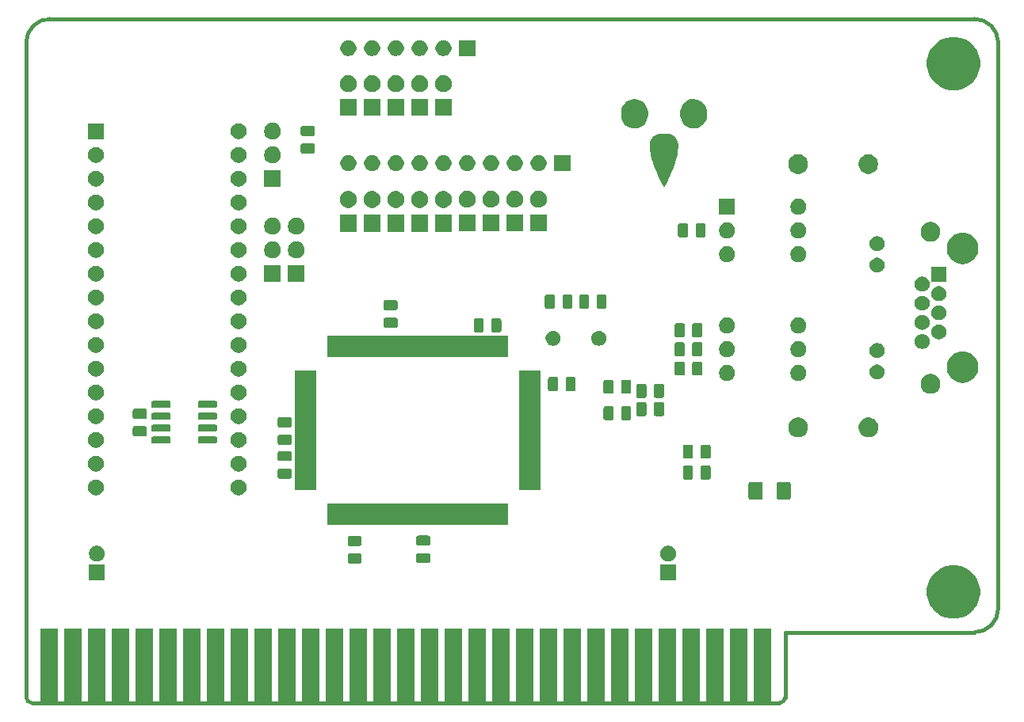
<source format=gbr>
%TF.GenerationSoftware,KiCad,Pcbnew,(5.1.6)-1*%
%TF.CreationDate,2020-12-22T22:51:50+03:00*%
%TF.ProjectId,RTL8019,52544c38-3031-4392-9e6b-696361645f70,rev?*%
%TF.SameCoordinates,Original*%
%TF.FileFunction,Soldermask,Top*%
%TF.FilePolarity,Negative*%
%FSLAX46Y46*%
G04 Gerber Fmt 4.6, Leading zero omitted, Abs format (unit mm)*
G04 Created by KiCad (PCBNEW (5.1.6)-1) date 2020-12-22 22:51:50*
%MOMM*%
%LPD*%
G01*
G04 APERTURE LIST*
%TA.AperFunction,Profile*%
%ADD10C,0.381000*%
%TD*%
%ADD11C,0.150000*%
%ADD12C,0.155000*%
G04 APERTURE END LIST*
D10*
X133420000Y-123775000D02*
X133420000Y-53784500D01*
X214510000Y-116840000D02*
X214510000Y-123775000D01*
X135960000Y-51244500D02*
X234720000Y-51244500D01*
X237260000Y-53784500D02*
X237260000Y-114300000D01*
X214510000Y-116840000D02*
X234720000Y-116840000D01*
X237260000Y-53784500D02*
G75*
G03*
X234720000Y-51244500I-2540000J0D01*
G01*
X135960000Y-51244500D02*
G75*
G03*
X133420000Y-53784500I0J-2540000D01*
G01*
X234720000Y-116840000D02*
G75*
G03*
X237260000Y-114300000I0J2540000D01*
G01*
X133420000Y-123775000D02*
G75*
G03*
X134055000Y-124410000I635000J0D01*
G01*
X134055000Y-124410000D02*
X213875000Y-124410000D01*
X213875000Y-124410000D02*
G75*
G03*
X214510000Y-123775000I0J635000D01*
G01*
D11*
%TO.C,REF\u002A\u002A*%
G36*
X198722946Y-59951642D02*
G01*
X198959271Y-60038638D01*
X199177126Y-60169263D01*
X199370417Y-60339246D01*
X199533051Y-60544314D01*
X199658936Y-60780197D01*
X199727787Y-60983186D01*
X199756310Y-61146216D01*
X199768763Y-61338802D01*
X199765110Y-61537122D01*
X199745318Y-61717355D01*
X199728975Y-61794723D01*
X199636328Y-62052468D01*
X199503072Y-62282890D01*
X199335233Y-62481862D01*
X199138840Y-62645255D01*
X198919917Y-62768940D01*
X198684492Y-62848791D01*
X198438591Y-62880678D01*
X198188241Y-62860475D01*
X198176445Y-62858170D01*
X197914655Y-62777700D01*
X197676311Y-62648632D01*
X197466922Y-62475889D01*
X197291996Y-62264389D01*
X197157041Y-62019055D01*
X197114363Y-61909313D01*
X197083972Y-61811864D01*
X197064362Y-61719542D01*
X197053446Y-61615390D01*
X197049138Y-61482450D01*
X197048874Y-61377124D01*
X197050887Y-61224036D01*
X197057133Y-61110968D01*
X197070003Y-61021522D01*
X197091886Y-60939304D01*
X197125176Y-60847919D01*
X197126574Y-60844361D01*
X197256697Y-60582449D01*
X197424210Y-60358346D01*
X197624996Y-60175515D01*
X197854937Y-60037417D01*
X198109915Y-59947515D01*
X198219257Y-59925625D01*
X198474244Y-59912547D01*
X198722946Y-59951642D01*
G37*
X198722946Y-59951642D02*
X198959271Y-60038638D01*
X199177126Y-60169263D01*
X199370417Y-60339246D01*
X199533051Y-60544314D01*
X199658936Y-60780197D01*
X199727787Y-60983186D01*
X199756310Y-61146216D01*
X199768763Y-61338802D01*
X199765110Y-61537122D01*
X199745318Y-61717355D01*
X199728975Y-61794723D01*
X199636328Y-62052468D01*
X199503072Y-62282890D01*
X199335233Y-62481862D01*
X199138840Y-62645255D01*
X198919917Y-62768940D01*
X198684492Y-62848791D01*
X198438591Y-62880678D01*
X198188241Y-62860475D01*
X198176445Y-62858170D01*
X197914655Y-62777700D01*
X197676311Y-62648632D01*
X197466922Y-62475889D01*
X197291996Y-62264389D01*
X197157041Y-62019055D01*
X197114363Y-61909313D01*
X197083972Y-61811864D01*
X197064362Y-61719542D01*
X197053446Y-61615390D01*
X197049138Y-61482450D01*
X197048874Y-61377124D01*
X197050887Y-61224036D01*
X197057133Y-61110968D01*
X197070003Y-61021522D01*
X197091886Y-60939304D01*
X197125176Y-60847919D01*
X197126574Y-60844361D01*
X197256697Y-60582449D01*
X197424210Y-60358346D01*
X197624996Y-60175515D01*
X197854937Y-60037417D01*
X198109915Y-59947515D01*
X198219257Y-59925625D01*
X198474244Y-59912547D01*
X198722946Y-59951642D01*
G36*
X201804561Y-63637099D02*
G01*
X201998075Y-63642700D01*
X202152123Y-63654338D01*
X202275177Y-63673995D01*
X202375706Y-63703652D01*
X202462182Y-63745290D01*
X202543074Y-63800891D01*
X202626853Y-63872437D01*
X202644304Y-63888466D01*
X202792765Y-64051707D01*
X202884353Y-64206926D01*
X202954711Y-64422909D01*
X202992190Y-64681011D01*
X202997310Y-64977844D01*
X202970587Y-65310023D01*
X202912543Y-65674161D01*
X202823695Y-66066874D01*
X202704562Y-66484775D01*
X202555664Y-66924479D01*
X202409753Y-67303791D01*
X202275079Y-67631996D01*
X202146390Y-67937019D01*
X202025653Y-68214579D01*
X201914837Y-68460396D01*
X201815910Y-68670191D01*
X201730839Y-68839684D01*
X201661592Y-68964593D01*
X201612430Y-69037851D01*
X201556589Y-69106801D01*
X201477252Y-68981407D01*
X201410413Y-68864856D01*
X201326302Y-68699036D01*
X201224539Y-68483128D01*
X201104745Y-68216308D01*
X200966540Y-67897758D01*
X200858178Y-67642458D01*
X200743996Y-67368731D01*
X200649633Y-67135585D01*
X200571316Y-66932323D01*
X200505272Y-66748248D01*
X200447725Y-66572663D01*
X200394904Y-66394871D01*
X200343034Y-66204176D01*
X200321646Y-66121651D01*
X200250596Y-65827894D01*
X200198821Y-65572262D01*
X200164242Y-65340629D01*
X200144780Y-65118872D01*
X200138353Y-64892865D01*
X200138338Y-64876680D01*
X200146832Y-64625568D01*
X200174298Y-64418706D01*
X200224251Y-64246056D01*
X200300206Y-64097581D01*
X200405679Y-63963245D01*
X200486057Y-63883914D01*
X200572725Y-63809451D01*
X200656152Y-63751328D01*
X200744871Y-63707578D01*
X200847415Y-63676234D01*
X200972319Y-63655327D01*
X201128116Y-63642891D01*
X201323339Y-63636956D01*
X201563112Y-63635554D01*
X201804561Y-63637099D01*
G37*
X201804561Y-63637099D02*
X201998075Y-63642700D01*
X202152123Y-63654338D01*
X202275177Y-63673995D01*
X202375706Y-63703652D01*
X202462182Y-63745290D01*
X202543074Y-63800891D01*
X202626853Y-63872437D01*
X202644304Y-63888466D01*
X202792765Y-64051707D01*
X202884353Y-64206926D01*
X202954711Y-64422909D01*
X202992190Y-64681011D01*
X202997310Y-64977844D01*
X202970587Y-65310023D01*
X202912543Y-65674161D01*
X202823695Y-66066874D01*
X202704562Y-66484775D01*
X202555664Y-66924479D01*
X202409753Y-67303791D01*
X202275079Y-67631996D01*
X202146390Y-67937019D01*
X202025653Y-68214579D01*
X201914837Y-68460396D01*
X201815910Y-68670191D01*
X201730839Y-68839684D01*
X201661592Y-68964593D01*
X201612430Y-69037851D01*
X201556589Y-69106801D01*
X201477252Y-68981407D01*
X201410413Y-68864856D01*
X201326302Y-68699036D01*
X201224539Y-68483128D01*
X201104745Y-68216308D01*
X200966540Y-67897758D01*
X200858178Y-67642458D01*
X200743996Y-67368731D01*
X200649633Y-67135585D01*
X200571316Y-66932323D01*
X200505272Y-66748248D01*
X200447725Y-66572663D01*
X200394904Y-66394871D01*
X200343034Y-66204176D01*
X200321646Y-66121651D01*
X200250596Y-65827894D01*
X200198821Y-65572262D01*
X200164242Y-65340629D01*
X200144780Y-65118872D01*
X200138353Y-64892865D01*
X200138338Y-64876680D01*
X200146832Y-64625568D01*
X200174298Y-64418706D01*
X200224251Y-64246056D01*
X200300206Y-64097581D01*
X200405679Y-63963245D01*
X200486057Y-63883914D01*
X200572725Y-63809451D01*
X200656152Y-63751328D01*
X200744871Y-63707578D01*
X200847415Y-63676234D01*
X200972319Y-63655327D01*
X201128116Y-63642891D01*
X201323339Y-63636956D01*
X201563112Y-63635554D01*
X201804561Y-63637099D01*
G36*
X205004461Y-59946958D02*
G01*
X205265254Y-60038566D01*
X205298816Y-60054457D01*
X205526002Y-60194488D01*
X205715729Y-60370576D01*
X205867483Y-60576105D01*
X205980749Y-60804458D01*
X206055014Y-61049019D01*
X206089763Y-61303172D01*
X206084482Y-61560300D01*
X206038658Y-61813788D01*
X205951777Y-62057019D01*
X205823324Y-62283376D01*
X205652785Y-62486244D01*
X205497992Y-62618235D01*
X205288094Y-62741818D01*
X205052764Y-62827339D01*
X204807107Y-62871310D01*
X204566228Y-62870242D01*
X204470287Y-62855559D01*
X204225821Y-62778035D01*
X203998843Y-62651662D01*
X203795956Y-62482974D01*
X203623766Y-62278506D01*
X203488877Y-62044795D01*
X203399932Y-61796384D01*
X203370546Y-61629199D01*
X203357792Y-61435473D01*
X203361762Y-61238606D01*
X203382544Y-61061998D01*
X203396860Y-60997404D01*
X203489473Y-60740360D01*
X203621597Y-60506254D01*
X203786370Y-60305090D01*
X203976929Y-60146877D01*
X203982821Y-60142998D01*
X204232312Y-60009798D01*
X204486646Y-59932664D01*
X204744477Y-59911687D01*
X205004461Y-59946958D01*
G37*
X205004461Y-59946958D02*
X205265254Y-60038566D01*
X205298816Y-60054457D01*
X205526002Y-60194488D01*
X205715729Y-60370576D01*
X205867483Y-60576105D01*
X205980749Y-60804458D01*
X206055014Y-61049019D01*
X206089763Y-61303172D01*
X206084482Y-61560300D01*
X206038658Y-61813788D01*
X205951777Y-62057019D01*
X205823324Y-62283376D01*
X205652785Y-62486244D01*
X205497992Y-62618235D01*
X205288094Y-62741818D01*
X205052764Y-62827339D01*
X204807107Y-62871310D01*
X204566228Y-62870242D01*
X204470287Y-62855559D01*
X204225821Y-62778035D01*
X203998843Y-62651662D01*
X203795956Y-62482974D01*
X203623766Y-62278506D01*
X203488877Y-62044795D01*
X203399932Y-61796384D01*
X203370546Y-61629199D01*
X203357792Y-61435473D01*
X203361762Y-61238606D01*
X203382544Y-61061998D01*
X203396860Y-60997404D01*
X203489473Y-60740360D01*
X203621597Y-60506254D01*
X203786370Y-60305090D01*
X203976929Y-60146877D01*
X203982821Y-60142998D01*
X204232312Y-60009798D01*
X204486646Y-59932664D01*
X204744477Y-59911687D01*
X205004461Y-59946958D01*
D12*
G36*
X174929800Y-124206000D02*
G01*
X173050200Y-124206000D01*
X173050200Y-116484400D01*
X174929800Y-116484400D01*
X174929800Y-124206000D01*
G37*
G36*
X195249800Y-124206000D02*
G01*
X193370200Y-124206000D01*
X193370200Y-116484400D01*
X195249800Y-116484400D01*
X195249800Y-124206000D01*
G37*
G36*
X136829800Y-124206000D02*
G01*
X134950200Y-124206000D01*
X134950200Y-116484400D01*
X136829800Y-116484400D01*
X136829800Y-124206000D01*
G37*
G36*
X139369800Y-124206000D02*
G01*
X137490200Y-124206000D01*
X137490200Y-116484400D01*
X139369800Y-116484400D01*
X139369800Y-124206000D01*
G37*
G36*
X141909800Y-124206000D02*
G01*
X140030200Y-124206000D01*
X140030200Y-116484400D01*
X141909800Y-116484400D01*
X141909800Y-124206000D01*
G37*
G36*
X144449800Y-124206000D02*
G01*
X142570200Y-124206000D01*
X142570200Y-116484400D01*
X144449800Y-116484400D01*
X144449800Y-124206000D01*
G37*
G36*
X146989800Y-124206000D02*
G01*
X145110200Y-124206000D01*
X145110200Y-116484400D01*
X146989800Y-116484400D01*
X146989800Y-124206000D01*
G37*
G36*
X149529800Y-124206000D02*
G01*
X147650200Y-124206000D01*
X147650200Y-116484400D01*
X149529800Y-116484400D01*
X149529800Y-124206000D01*
G37*
G36*
X152069800Y-124206000D02*
G01*
X150190200Y-124206000D01*
X150190200Y-116484400D01*
X152069800Y-116484400D01*
X152069800Y-124206000D01*
G37*
G36*
X154609800Y-124206000D02*
G01*
X152730200Y-124206000D01*
X152730200Y-116484400D01*
X154609800Y-116484400D01*
X154609800Y-124206000D01*
G37*
G36*
X157149800Y-124206000D02*
G01*
X155270200Y-124206000D01*
X155270200Y-116484400D01*
X157149800Y-116484400D01*
X157149800Y-124206000D01*
G37*
G36*
X159689800Y-124206000D02*
G01*
X157810200Y-124206000D01*
X157810200Y-116484400D01*
X159689800Y-116484400D01*
X159689800Y-124206000D01*
G37*
G36*
X162229800Y-124206000D02*
G01*
X160350200Y-124206000D01*
X160350200Y-116484400D01*
X162229800Y-116484400D01*
X162229800Y-124206000D01*
G37*
G36*
X164769800Y-124206000D02*
G01*
X162890200Y-124206000D01*
X162890200Y-116484400D01*
X164769800Y-116484400D01*
X164769800Y-124206000D01*
G37*
G36*
X167309800Y-124206000D02*
G01*
X165430200Y-124206000D01*
X165430200Y-116484400D01*
X167309800Y-116484400D01*
X167309800Y-124206000D01*
G37*
G36*
X169849800Y-124206000D02*
G01*
X167970200Y-124206000D01*
X167970200Y-116484400D01*
X169849800Y-116484400D01*
X169849800Y-124206000D01*
G37*
G36*
X210489800Y-124206000D02*
G01*
X208610200Y-124206000D01*
X208610200Y-116484400D01*
X210489800Y-116484400D01*
X210489800Y-124206000D01*
G37*
G36*
X213029800Y-124206000D02*
G01*
X211150200Y-124206000D01*
X211150200Y-116484400D01*
X213029800Y-116484400D01*
X213029800Y-124206000D01*
G37*
G36*
X177469800Y-124206000D02*
G01*
X175590200Y-124206000D01*
X175590200Y-116484400D01*
X177469800Y-116484400D01*
X177469800Y-124206000D01*
G37*
G36*
X180009800Y-124206000D02*
G01*
X178130200Y-124206000D01*
X178130200Y-116484400D01*
X180009800Y-116484400D01*
X180009800Y-124206000D01*
G37*
G36*
X182549800Y-124206000D02*
G01*
X180670200Y-124206000D01*
X180670200Y-116484400D01*
X182549800Y-116484400D01*
X182549800Y-124206000D01*
G37*
G36*
X185089800Y-124206000D02*
G01*
X183210200Y-124206000D01*
X183210200Y-116484400D01*
X185089800Y-116484400D01*
X185089800Y-124206000D01*
G37*
G36*
X187629800Y-124206000D02*
G01*
X185750200Y-124206000D01*
X185750200Y-116484400D01*
X187629800Y-116484400D01*
X187629800Y-124206000D01*
G37*
G36*
X190169800Y-124206000D02*
G01*
X188290200Y-124206000D01*
X188290200Y-116484400D01*
X190169800Y-116484400D01*
X190169800Y-124206000D01*
G37*
G36*
X172389800Y-124206000D02*
G01*
X170510200Y-124206000D01*
X170510200Y-116484400D01*
X172389800Y-116484400D01*
X172389800Y-124206000D01*
G37*
G36*
X192709800Y-124206000D02*
G01*
X190830200Y-124206000D01*
X190830200Y-116484400D01*
X192709800Y-116484400D01*
X192709800Y-124206000D01*
G37*
G36*
X207949800Y-124206000D02*
G01*
X206070200Y-124206000D01*
X206070200Y-116484400D01*
X207949800Y-116484400D01*
X207949800Y-124206000D01*
G37*
G36*
X205409800Y-124206000D02*
G01*
X203530200Y-124206000D01*
X203530200Y-116484400D01*
X205409800Y-116484400D01*
X205409800Y-124206000D01*
G37*
G36*
X202869800Y-124206000D02*
G01*
X200990200Y-124206000D01*
X200990200Y-116484400D01*
X202869800Y-116484400D01*
X202869800Y-124206000D01*
G37*
G36*
X200329800Y-124206000D02*
G01*
X198450200Y-124206000D01*
X198450200Y-116484400D01*
X200329800Y-116484400D01*
X200329800Y-124206000D01*
G37*
G36*
X197789800Y-124206000D02*
G01*
X195910200Y-124206000D01*
X195910200Y-116484400D01*
X197789800Y-116484400D01*
X197789800Y-124206000D01*
G37*
G36*
X233317748Y-109785954D02*
G01*
X233836560Y-110000854D01*
X234303479Y-110312839D01*
X234700561Y-110709921D01*
X235012546Y-111176840D01*
X235227446Y-111695652D01*
X235337000Y-112246421D01*
X235337000Y-112807979D01*
X235227446Y-113358748D01*
X235012546Y-113877560D01*
X234700561Y-114344479D01*
X234303479Y-114741561D01*
X233836560Y-115053546D01*
X233317748Y-115268446D01*
X232766979Y-115378000D01*
X232205421Y-115378000D01*
X231654652Y-115268446D01*
X231135840Y-115053546D01*
X230668921Y-114741561D01*
X230271839Y-114344479D01*
X229959854Y-113877560D01*
X229744954Y-113358748D01*
X229635400Y-112807979D01*
X229635400Y-112246421D01*
X229744954Y-111695652D01*
X229959854Y-111176840D01*
X230271839Y-110709921D01*
X230668921Y-110312839D01*
X231135840Y-110000854D01*
X231654652Y-109785954D01*
X232205421Y-109676400D01*
X232766979Y-109676400D01*
X233317748Y-109785954D01*
G37*
G36*
X141820800Y-111290000D02*
G01*
X140119200Y-111290000D01*
X140119200Y-109588400D01*
X141820800Y-109588400D01*
X141820800Y-111290000D01*
G37*
G36*
X202854460Y-111285940D02*
G01*
X201152860Y-111285940D01*
X201152860Y-109584340D01*
X202854460Y-109584340D01*
X202854460Y-111285940D01*
G37*
G36*
X169088747Y-108404554D02*
G01*
X169127216Y-108416222D01*
X169162661Y-108435169D01*
X169193732Y-108460668D01*
X169219231Y-108491739D01*
X169238178Y-108527184D01*
X169249846Y-108565653D01*
X169254400Y-108611884D01*
X169254400Y-109264716D01*
X169249846Y-109310947D01*
X169238178Y-109349416D01*
X169219231Y-109384861D01*
X169193732Y-109415932D01*
X169162661Y-109441431D01*
X169127216Y-109460378D01*
X169088747Y-109472046D01*
X169042516Y-109476600D01*
X167964684Y-109476600D01*
X167918453Y-109472046D01*
X167879984Y-109460378D01*
X167844539Y-109441431D01*
X167813468Y-109415932D01*
X167787969Y-109384861D01*
X167769022Y-109349416D01*
X167757354Y-109310947D01*
X167752800Y-109264716D01*
X167752800Y-108611884D01*
X167757354Y-108565653D01*
X167769022Y-108527184D01*
X167787969Y-108491739D01*
X167813468Y-108460668D01*
X167844539Y-108435169D01*
X167879984Y-108416222D01*
X167918453Y-108404554D01*
X167964684Y-108400000D01*
X169042516Y-108400000D01*
X169088747Y-108404554D01*
G37*
G36*
X176421727Y-108378914D02*
G01*
X176460196Y-108390582D01*
X176495641Y-108409529D01*
X176526712Y-108435028D01*
X176552211Y-108466099D01*
X176571158Y-108501544D01*
X176582826Y-108540013D01*
X176587380Y-108586244D01*
X176587380Y-109239076D01*
X176582826Y-109285307D01*
X176571158Y-109323776D01*
X176552211Y-109359221D01*
X176526712Y-109390292D01*
X176495641Y-109415791D01*
X176460196Y-109434738D01*
X176421727Y-109446406D01*
X176375496Y-109450960D01*
X175297664Y-109450960D01*
X175251433Y-109446406D01*
X175212964Y-109434738D01*
X175177519Y-109415791D01*
X175146448Y-109390292D01*
X175120949Y-109359221D01*
X175102002Y-109323776D01*
X175090334Y-109285307D01*
X175085780Y-109239076D01*
X175085780Y-108586244D01*
X175090334Y-108540013D01*
X175102002Y-108501544D01*
X175120949Y-108466099D01*
X175146448Y-108435028D01*
X175177519Y-108409529D01*
X175212964Y-108390582D01*
X175251433Y-108378914D01*
X175297664Y-108374360D01*
X176375496Y-108374360D01*
X176421727Y-108378914D01*
G37*
G36*
X141218169Y-107621095D02*
G01*
X141373005Y-107685231D01*
X141512354Y-107778340D01*
X141630860Y-107896846D01*
X141723969Y-108036195D01*
X141788105Y-108191031D01*
X141820800Y-108355403D01*
X141820800Y-108522997D01*
X141788105Y-108687369D01*
X141723969Y-108842205D01*
X141630860Y-108981554D01*
X141512354Y-109100060D01*
X141373005Y-109193169D01*
X141218169Y-109257305D01*
X141053797Y-109290000D01*
X140886203Y-109290000D01*
X140721831Y-109257305D01*
X140566995Y-109193169D01*
X140427646Y-109100060D01*
X140309140Y-108981554D01*
X140216031Y-108842205D01*
X140151895Y-108687369D01*
X140119200Y-108522997D01*
X140119200Y-108355403D01*
X140151895Y-108191031D01*
X140216031Y-108036195D01*
X140309140Y-107896846D01*
X140427646Y-107778340D01*
X140566995Y-107685231D01*
X140721831Y-107621095D01*
X140886203Y-107588400D01*
X141053797Y-107588400D01*
X141218169Y-107621095D01*
G37*
G36*
X202251829Y-107617035D02*
G01*
X202406665Y-107681171D01*
X202546014Y-107774280D01*
X202664520Y-107892786D01*
X202757629Y-108032135D01*
X202821765Y-108186971D01*
X202854460Y-108351343D01*
X202854460Y-108518937D01*
X202821765Y-108683309D01*
X202757629Y-108838145D01*
X202664520Y-108977494D01*
X202546014Y-109096000D01*
X202406665Y-109189109D01*
X202251829Y-109253245D01*
X202087457Y-109285940D01*
X201919863Y-109285940D01*
X201755491Y-109253245D01*
X201600655Y-109189109D01*
X201461306Y-109096000D01*
X201342800Y-108977494D01*
X201249691Y-108838145D01*
X201185555Y-108683309D01*
X201152860Y-108518937D01*
X201152860Y-108351343D01*
X201185555Y-108186971D01*
X201249691Y-108032135D01*
X201342800Y-107892786D01*
X201461306Y-107774280D01*
X201600655Y-107681171D01*
X201755491Y-107617035D01*
X201919863Y-107584340D01*
X202087457Y-107584340D01*
X202251829Y-107617035D01*
G37*
G36*
X169088747Y-106529554D02*
G01*
X169127216Y-106541222D01*
X169162661Y-106560169D01*
X169193732Y-106585668D01*
X169219231Y-106616739D01*
X169238178Y-106652184D01*
X169249846Y-106690653D01*
X169254400Y-106736884D01*
X169254400Y-107389716D01*
X169249846Y-107435947D01*
X169238178Y-107474416D01*
X169219231Y-107509861D01*
X169193732Y-107540932D01*
X169162661Y-107566431D01*
X169127216Y-107585378D01*
X169088747Y-107597046D01*
X169042516Y-107601600D01*
X167964684Y-107601600D01*
X167918453Y-107597046D01*
X167879984Y-107585378D01*
X167844539Y-107566431D01*
X167813468Y-107540932D01*
X167787969Y-107509861D01*
X167769022Y-107474416D01*
X167757354Y-107435947D01*
X167752800Y-107389716D01*
X167752800Y-106736884D01*
X167757354Y-106690653D01*
X167769022Y-106652184D01*
X167787969Y-106616739D01*
X167813468Y-106585668D01*
X167844539Y-106560169D01*
X167879984Y-106541222D01*
X167918453Y-106529554D01*
X167964684Y-106525000D01*
X169042516Y-106525000D01*
X169088747Y-106529554D01*
G37*
G36*
X176421727Y-106503914D02*
G01*
X176460196Y-106515582D01*
X176495641Y-106534529D01*
X176526712Y-106560028D01*
X176552211Y-106591099D01*
X176571158Y-106626544D01*
X176582826Y-106665013D01*
X176587380Y-106711244D01*
X176587380Y-107364076D01*
X176582826Y-107410307D01*
X176571158Y-107448776D01*
X176552211Y-107484221D01*
X176526712Y-107515292D01*
X176495641Y-107540791D01*
X176460196Y-107559738D01*
X176421727Y-107571406D01*
X176375496Y-107575960D01*
X175297664Y-107575960D01*
X175251433Y-107571406D01*
X175212964Y-107559738D01*
X175177519Y-107540791D01*
X175146448Y-107515292D01*
X175120949Y-107484221D01*
X175102002Y-107448776D01*
X175090334Y-107410307D01*
X175085780Y-107364076D01*
X175085780Y-106711244D01*
X175090334Y-106665013D01*
X175102002Y-106626544D01*
X175120949Y-106591099D01*
X175146448Y-106560028D01*
X175177519Y-106534529D01*
X175212964Y-106515582D01*
X175251433Y-106503914D01*
X175297664Y-106499360D01*
X176375496Y-106499360D01*
X176421727Y-106503914D01*
G37*
G36*
X184908190Y-105336340D02*
G01*
X165611810Y-105336340D01*
X165611810Y-103035100D01*
X184908190Y-103035100D01*
X184908190Y-105336340D01*
G37*
G36*
X211964164Y-100779965D02*
G01*
X211998818Y-100790478D01*
X212030767Y-100807555D01*
X212058766Y-100830534D01*
X212081745Y-100858533D01*
X212098822Y-100890482D01*
X212109335Y-100925136D01*
X212113500Y-100967430D01*
X212113500Y-102435770D01*
X212109335Y-102478064D01*
X212098822Y-102512718D01*
X212081745Y-102544667D01*
X212058766Y-102572666D01*
X212030767Y-102595645D01*
X211998818Y-102612722D01*
X211964164Y-102623235D01*
X211921870Y-102627400D01*
X210778530Y-102627400D01*
X210736236Y-102623235D01*
X210701582Y-102612722D01*
X210669633Y-102595645D01*
X210641634Y-102572666D01*
X210618655Y-102544667D01*
X210601578Y-102512718D01*
X210591065Y-102478064D01*
X210586900Y-102435770D01*
X210586900Y-100967430D01*
X210591065Y-100925136D01*
X210601578Y-100890482D01*
X210618655Y-100858533D01*
X210641634Y-100830534D01*
X210669633Y-100807555D01*
X210701582Y-100790478D01*
X210736236Y-100779965D01*
X210778530Y-100775800D01*
X211921870Y-100775800D01*
X211964164Y-100779965D01*
G37*
G36*
X214939164Y-100779965D02*
G01*
X214973818Y-100790478D01*
X215005767Y-100807555D01*
X215033766Y-100830534D01*
X215056745Y-100858533D01*
X215073822Y-100890482D01*
X215084335Y-100925136D01*
X215088500Y-100967430D01*
X215088500Y-102435770D01*
X215084335Y-102478064D01*
X215073822Y-102512718D01*
X215056745Y-102544667D01*
X215033766Y-102572666D01*
X215005767Y-102595645D01*
X214973818Y-102612722D01*
X214939164Y-102623235D01*
X214896870Y-102627400D01*
X213753530Y-102627400D01*
X213711236Y-102623235D01*
X213676582Y-102612722D01*
X213644633Y-102595645D01*
X213616634Y-102572666D01*
X213593655Y-102544667D01*
X213576578Y-102512718D01*
X213566065Y-102478064D01*
X213561900Y-102435770D01*
X213561900Y-100967430D01*
X213566065Y-100925136D01*
X213576578Y-100890482D01*
X213593655Y-100858533D01*
X213616634Y-100830534D01*
X213644633Y-100807555D01*
X213676582Y-100790478D01*
X213711236Y-100779965D01*
X213753530Y-100775800D01*
X214896870Y-100775800D01*
X214939164Y-100779965D01*
G37*
G36*
X156356569Y-100527895D02*
G01*
X156511405Y-100592031D01*
X156650754Y-100685140D01*
X156769260Y-100803646D01*
X156862369Y-100942995D01*
X156926505Y-101097831D01*
X156959200Y-101262203D01*
X156959200Y-101429797D01*
X156926505Y-101594169D01*
X156862369Y-101749005D01*
X156769260Y-101888354D01*
X156650754Y-102006860D01*
X156511405Y-102099969D01*
X156356569Y-102164105D01*
X156192197Y-102196800D01*
X156024603Y-102196800D01*
X155860231Y-102164105D01*
X155705395Y-102099969D01*
X155566046Y-102006860D01*
X155447540Y-101888354D01*
X155354431Y-101749005D01*
X155290295Y-101594169D01*
X155257600Y-101429797D01*
X155257600Y-101262203D01*
X155290295Y-101097831D01*
X155354431Y-100942995D01*
X155447540Y-100803646D01*
X155566046Y-100685140D01*
X155705395Y-100592031D01*
X155860231Y-100527895D01*
X156024603Y-100495200D01*
X156192197Y-100495200D01*
X156356569Y-100527895D01*
G37*
G36*
X141116569Y-100527895D02*
G01*
X141271405Y-100592031D01*
X141410754Y-100685140D01*
X141529260Y-100803646D01*
X141622369Y-100942995D01*
X141686505Y-101097831D01*
X141719200Y-101262203D01*
X141719200Y-101429797D01*
X141686505Y-101594169D01*
X141622369Y-101749005D01*
X141529260Y-101888354D01*
X141410754Y-102006860D01*
X141271405Y-102099969D01*
X141116569Y-102164105D01*
X140952197Y-102196800D01*
X140784603Y-102196800D01*
X140620231Y-102164105D01*
X140465395Y-102099969D01*
X140326046Y-102006860D01*
X140207540Y-101888354D01*
X140114431Y-101749005D01*
X140050295Y-101594169D01*
X140017600Y-101429797D01*
X140017600Y-101262203D01*
X140050295Y-101097831D01*
X140114431Y-100942995D01*
X140207540Y-100803646D01*
X140326046Y-100685140D01*
X140465395Y-100592031D01*
X140620231Y-100527895D01*
X140784603Y-100495200D01*
X140952197Y-100495200D01*
X141116569Y-100527895D01*
G37*
G36*
X188374020Y-101621590D02*
G01*
X186072780Y-101621590D01*
X186072780Y-88822530D01*
X188374020Y-88822530D01*
X188374020Y-101621590D01*
G37*
G36*
X164447220Y-101621590D02*
G01*
X162145980Y-101621590D01*
X162145980Y-88822530D01*
X164447220Y-88822530D01*
X164447220Y-101621590D01*
G37*
G36*
X206370787Y-98997474D02*
G01*
X206409256Y-99009142D01*
X206444701Y-99028089D01*
X206475772Y-99053588D01*
X206501271Y-99084659D01*
X206520218Y-99120104D01*
X206531886Y-99158573D01*
X206536440Y-99204804D01*
X206536440Y-100282636D01*
X206531886Y-100328867D01*
X206520218Y-100367336D01*
X206501271Y-100402781D01*
X206475772Y-100433852D01*
X206444701Y-100459351D01*
X206409256Y-100478298D01*
X206370787Y-100489966D01*
X206324556Y-100494520D01*
X205671724Y-100494520D01*
X205625493Y-100489966D01*
X205587024Y-100478298D01*
X205551579Y-100459351D01*
X205520508Y-100433852D01*
X205495009Y-100402781D01*
X205476062Y-100367336D01*
X205464394Y-100328867D01*
X205459840Y-100282636D01*
X205459840Y-99204804D01*
X205464394Y-99158573D01*
X205476062Y-99120104D01*
X205495009Y-99084659D01*
X205520508Y-99053588D01*
X205551579Y-99028089D01*
X205587024Y-99009142D01*
X205625493Y-98997474D01*
X205671724Y-98992920D01*
X206324556Y-98992920D01*
X206370787Y-98997474D01*
G37*
G36*
X204495787Y-98997474D02*
G01*
X204534256Y-99009142D01*
X204569701Y-99028089D01*
X204600772Y-99053588D01*
X204626271Y-99084659D01*
X204645218Y-99120104D01*
X204656886Y-99158573D01*
X204661440Y-99204804D01*
X204661440Y-100282636D01*
X204656886Y-100328867D01*
X204645218Y-100367336D01*
X204626271Y-100402781D01*
X204600772Y-100433852D01*
X204569701Y-100459351D01*
X204534256Y-100478298D01*
X204495787Y-100489966D01*
X204449556Y-100494520D01*
X203796724Y-100494520D01*
X203750493Y-100489966D01*
X203712024Y-100478298D01*
X203676579Y-100459351D01*
X203645508Y-100433852D01*
X203620009Y-100402781D01*
X203601062Y-100367336D01*
X203589394Y-100328867D01*
X203584840Y-100282636D01*
X203584840Y-99204804D01*
X203589394Y-99158573D01*
X203601062Y-99120104D01*
X203620009Y-99084659D01*
X203645508Y-99053588D01*
X203676579Y-99028089D01*
X203712024Y-99009142D01*
X203750493Y-98997474D01*
X203796724Y-98992920D01*
X204449556Y-98992920D01*
X204495787Y-98997474D01*
G37*
G36*
X161621147Y-99334454D02*
G01*
X161659616Y-99346122D01*
X161695061Y-99365069D01*
X161726132Y-99390568D01*
X161751631Y-99421639D01*
X161770578Y-99457084D01*
X161782246Y-99495553D01*
X161786800Y-99541784D01*
X161786800Y-100194616D01*
X161782246Y-100240847D01*
X161770578Y-100279316D01*
X161751631Y-100314761D01*
X161726132Y-100345832D01*
X161695061Y-100371331D01*
X161659616Y-100390278D01*
X161621147Y-100401946D01*
X161574916Y-100406500D01*
X160497084Y-100406500D01*
X160450853Y-100401946D01*
X160412384Y-100390278D01*
X160376939Y-100371331D01*
X160345868Y-100345832D01*
X160320369Y-100314761D01*
X160301422Y-100279316D01*
X160289754Y-100240847D01*
X160285200Y-100194616D01*
X160285200Y-99541784D01*
X160289754Y-99495553D01*
X160301422Y-99457084D01*
X160320369Y-99421639D01*
X160345868Y-99390568D01*
X160376939Y-99365069D01*
X160412384Y-99346122D01*
X160450853Y-99334454D01*
X160497084Y-99329900D01*
X161574916Y-99329900D01*
X161621147Y-99334454D01*
G37*
G36*
X156356569Y-97987895D02*
G01*
X156511405Y-98052031D01*
X156650754Y-98145140D01*
X156769260Y-98263646D01*
X156862369Y-98402995D01*
X156926505Y-98557831D01*
X156959200Y-98722203D01*
X156959200Y-98889797D01*
X156926505Y-99054169D01*
X156862369Y-99209005D01*
X156769260Y-99348354D01*
X156650754Y-99466860D01*
X156511405Y-99559969D01*
X156356569Y-99624105D01*
X156192197Y-99656800D01*
X156024603Y-99656800D01*
X155860231Y-99624105D01*
X155705395Y-99559969D01*
X155566046Y-99466860D01*
X155447540Y-99348354D01*
X155354431Y-99209005D01*
X155290295Y-99054169D01*
X155257600Y-98889797D01*
X155257600Y-98722203D01*
X155290295Y-98557831D01*
X155354431Y-98402995D01*
X155447540Y-98263646D01*
X155566046Y-98145140D01*
X155705395Y-98052031D01*
X155860231Y-97987895D01*
X156024603Y-97955200D01*
X156192197Y-97955200D01*
X156356569Y-97987895D01*
G37*
G36*
X141116569Y-97987895D02*
G01*
X141271405Y-98052031D01*
X141410754Y-98145140D01*
X141529260Y-98263646D01*
X141622369Y-98402995D01*
X141686505Y-98557831D01*
X141719200Y-98722203D01*
X141719200Y-98889797D01*
X141686505Y-99054169D01*
X141622369Y-99209005D01*
X141529260Y-99348354D01*
X141410754Y-99466860D01*
X141271405Y-99559969D01*
X141116569Y-99624105D01*
X140952197Y-99656800D01*
X140784603Y-99656800D01*
X140620231Y-99624105D01*
X140465395Y-99559969D01*
X140326046Y-99466860D01*
X140207540Y-99348354D01*
X140114431Y-99209005D01*
X140050295Y-99054169D01*
X140017600Y-98889797D01*
X140017600Y-98722203D01*
X140050295Y-98557831D01*
X140114431Y-98402995D01*
X140207540Y-98263646D01*
X140326046Y-98145140D01*
X140465395Y-98052031D01*
X140620231Y-97987895D01*
X140784603Y-97955200D01*
X140952197Y-97955200D01*
X141116569Y-97987895D01*
G37*
G36*
X161621147Y-97459454D02*
G01*
X161659616Y-97471122D01*
X161695061Y-97490069D01*
X161726132Y-97515568D01*
X161751631Y-97546639D01*
X161770578Y-97582084D01*
X161782246Y-97620553D01*
X161786800Y-97666784D01*
X161786800Y-98319616D01*
X161782246Y-98365847D01*
X161770578Y-98404316D01*
X161751631Y-98439761D01*
X161726132Y-98470832D01*
X161695061Y-98496331D01*
X161659616Y-98515278D01*
X161621147Y-98526946D01*
X161574916Y-98531500D01*
X160497084Y-98531500D01*
X160450853Y-98526946D01*
X160412384Y-98515278D01*
X160376939Y-98496331D01*
X160345868Y-98470832D01*
X160320369Y-98439761D01*
X160301422Y-98404316D01*
X160289754Y-98365847D01*
X160285200Y-98319616D01*
X160285200Y-97666784D01*
X160289754Y-97620553D01*
X160301422Y-97582084D01*
X160320369Y-97546639D01*
X160345868Y-97515568D01*
X160376939Y-97490069D01*
X160412384Y-97471122D01*
X160450853Y-97459454D01*
X160497084Y-97454900D01*
X161574916Y-97454900D01*
X161621147Y-97459454D01*
G37*
G36*
X206369187Y-96784674D02*
G01*
X206407656Y-96796342D01*
X206443101Y-96815289D01*
X206474172Y-96840788D01*
X206499671Y-96871859D01*
X206518618Y-96907304D01*
X206530286Y-96945773D01*
X206534840Y-96992004D01*
X206534840Y-98069836D01*
X206530286Y-98116067D01*
X206518618Y-98154536D01*
X206499671Y-98189981D01*
X206474172Y-98221052D01*
X206443101Y-98246551D01*
X206407656Y-98265498D01*
X206369187Y-98277166D01*
X206322956Y-98281720D01*
X205670124Y-98281720D01*
X205623893Y-98277166D01*
X205585424Y-98265498D01*
X205549979Y-98246551D01*
X205518908Y-98221052D01*
X205493409Y-98189981D01*
X205474462Y-98154536D01*
X205462794Y-98116067D01*
X205458240Y-98069836D01*
X205458240Y-96992004D01*
X205462794Y-96945773D01*
X205474462Y-96907304D01*
X205493409Y-96871859D01*
X205518908Y-96840788D01*
X205549979Y-96815289D01*
X205585424Y-96796342D01*
X205623893Y-96784674D01*
X205670124Y-96780120D01*
X206322956Y-96780120D01*
X206369187Y-96784674D01*
G37*
G36*
X204494187Y-96784674D02*
G01*
X204532656Y-96796342D01*
X204568101Y-96815289D01*
X204599172Y-96840788D01*
X204624671Y-96871859D01*
X204643618Y-96907304D01*
X204655286Y-96945773D01*
X204659840Y-96992004D01*
X204659840Y-98069836D01*
X204655286Y-98116067D01*
X204643618Y-98154536D01*
X204624671Y-98189981D01*
X204599172Y-98221052D01*
X204568101Y-98246551D01*
X204532656Y-98265498D01*
X204494187Y-98277166D01*
X204447956Y-98281720D01*
X203795124Y-98281720D01*
X203748893Y-98277166D01*
X203710424Y-98265498D01*
X203674979Y-98246551D01*
X203643908Y-98221052D01*
X203618409Y-98189981D01*
X203599462Y-98154536D01*
X203587794Y-98116067D01*
X203583240Y-98069836D01*
X203583240Y-96992004D01*
X203587794Y-96945773D01*
X203599462Y-96907304D01*
X203618409Y-96871859D01*
X203643908Y-96840788D01*
X203674979Y-96815289D01*
X203710424Y-96796342D01*
X203748893Y-96784674D01*
X203795124Y-96780120D01*
X204447956Y-96780120D01*
X204494187Y-96784674D01*
G37*
G36*
X156356569Y-95447895D02*
G01*
X156511405Y-95512031D01*
X156650754Y-95605140D01*
X156769260Y-95723646D01*
X156862369Y-95862995D01*
X156926505Y-96017831D01*
X156959200Y-96182203D01*
X156959200Y-96349797D01*
X156926505Y-96514169D01*
X156862369Y-96669005D01*
X156769260Y-96808354D01*
X156650754Y-96926860D01*
X156511405Y-97019969D01*
X156356569Y-97084105D01*
X156192197Y-97116800D01*
X156024603Y-97116800D01*
X155860231Y-97084105D01*
X155705395Y-97019969D01*
X155566046Y-96926860D01*
X155447540Y-96808354D01*
X155354431Y-96669005D01*
X155290295Y-96514169D01*
X155257600Y-96349797D01*
X155257600Y-96182203D01*
X155290295Y-96017831D01*
X155354431Y-95862995D01*
X155447540Y-95723646D01*
X155566046Y-95605140D01*
X155705395Y-95512031D01*
X155860231Y-95447895D01*
X156024603Y-95415200D01*
X156192197Y-95415200D01*
X156356569Y-95447895D01*
G37*
G36*
X141116569Y-95447895D02*
G01*
X141271405Y-95512031D01*
X141410754Y-95605140D01*
X141529260Y-95723646D01*
X141622369Y-95862995D01*
X141686505Y-96017831D01*
X141719200Y-96182203D01*
X141719200Y-96349797D01*
X141686505Y-96514169D01*
X141622369Y-96669005D01*
X141529260Y-96808354D01*
X141410754Y-96926860D01*
X141271405Y-97019969D01*
X141116569Y-97084105D01*
X140952197Y-97116800D01*
X140784603Y-97116800D01*
X140620231Y-97084105D01*
X140465395Y-97019969D01*
X140326046Y-96926860D01*
X140207540Y-96808354D01*
X140114431Y-96669005D01*
X140050295Y-96514169D01*
X140017600Y-96349797D01*
X140017600Y-96182203D01*
X140050295Y-96017831D01*
X140114431Y-95862995D01*
X140207540Y-95723646D01*
X140326046Y-95605140D01*
X140465395Y-95512031D01*
X140620231Y-95447895D01*
X140784603Y-95415200D01*
X140952197Y-95415200D01*
X141116569Y-95447895D01*
G37*
G36*
X161621147Y-95727654D02*
G01*
X161659616Y-95739322D01*
X161695061Y-95758269D01*
X161726132Y-95783768D01*
X161751631Y-95814839D01*
X161770578Y-95850284D01*
X161782246Y-95888753D01*
X161786800Y-95934984D01*
X161786800Y-96587816D01*
X161782246Y-96634047D01*
X161770578Y-96672516D01*
X161751631Y-96707961D01*
X161726132Y-96739032D01*
X161695061Y-96764531D01*
X161659616Y-96783478D01*
X161621147Y-96795146D01*
X161574916Y-96799700D01*
X160497084Y-96799700D01*
X160450853Y-96795146D01*
X160412384Y-96783478D01*
X160376939Y-96764531D01*
X160345868Y-96739032D01*
X160320369Y-96707961D01*
X160301422Y-96672516D01*
X160289754Y-96634047D01*
X160285200Y-96587816D01*
X160285200Y-95934984D01*
X160289754Y-95888753D01*
X160301422Y-95850284D01*
X160320369Y-95814839D01*
X160345868Y-95783768D01*
X160376939Y-95758269D01*
X160412384Y-95739322D01*
X160450853Y-95727654D01*
X160497084Y-95723100D01*
X161574916Y-95723100D01*
X161621147Y-95727654D01*
G37*
G36*
X153715115Y-95917953D02*
G01*
X153735987Y-95924285D01*
X153755224Y-95934567D01*
X153772090Y-95948410D01*
X153785933Y-95965276D01*
X153796215Y-95984513D01*
X153802547Y-96005385D01*
X153805300Y-96033343D01*
X153805300Y-96498657D01*
X153802547Y-96526615D01*
X153796215Y-96547487D01*
X153785933Y-96566724D01*
X153772090Y-96583590D01*
X153755224Y-96597433D01*
X153735987Y-96607715D01*
X153715115Y-96614047D01*
X153687157Y-96616800D01*
X151871843Y-96616800D01*
X151843885Y-96614047D01*
X151823013Y-96607715D01*
X151803776Y-96597433D01*
X151786910Y-96583590D01*
X151773067Y-96566724D01*
X151762785Y-96547487D01*
X151756453Y-96526615D01*
X151753700Y-96498657D01*
X151753700Y-96033343D01*
X151756453Y-96005385D01*
X151762785Y-95984513D01*
X151773067Y-95965276D01*
X151786910Y-95948410D01*
X151803776Y-95934567D01*
X151823013Y-95924285D01*
X151843885Y-95917953D01*
X151871843Y-95915200D01*
X153687157Y-95915200D01*
X153715115Y-95917953D01*
G37*
G36*
X148765115Y-95917953D02*
G01*
X148785987Y-95924285D01*
X148805224Y-95934567D01*
X148822090Y-95948410D01*
X148835933Y-95965276D01*
X148846215Y-95984513D01*
X148852547Y-96005385D01*
X148855300Y-96033343D01*
X148855300Y-96498657D01*
X148852547Y-96526615D01*
X148846215Y-96547487D01*
X148835933Y-96566724D01*
X148822090Y-96583590D01*
X148805224Y-96597433D01*
X148785987Y-96607715D01*
X148765115Y-96614047D01*
X148737157Y-96616800D01*
X146921843Y-96616800D01*
X146893885Y-96614047D01*
X146873013Y-96607715D01*
X146853776Y-96597433D01*
X146836910Y-96583590D01*
X146823067Y-96566724D01*
X146812785Y-96547487D01*
X146806453Y-96526615D01*
X146803700Y-96498657D01*
X146803700Y-96033343D01*
X146806453Y-96005385D01*
X146812785Y-95984513D01*
X146823067Y-95965276D01*
X146836910Y-95948410D01*
X146853776Y-95934567D01*
X146873013Y-95924285D01*
X146893885Y-95917953D01*
X146921843Y-95915200D01*
X148737157Y-95915200D01*
X148765115Y-95917953D01*
G37*
G36*
X216193807Y-93922082D02*
G01*
X216385040Y-94001293D01*
X216557146Y-94116291D01*
X216703509Y-94262654D01*
X216818507Y-94434760D01*
X216897718Y-94625993D01*
X216938100Y-94829005D01*
X216938100Y-95035995D01*
X216897718Y-95239007D01*
X216818507Y-95430240D01*
X216703509Y-95602346D01*
X216557146Y-95748709D01*
X216385040Y-95863707D01*
X216193807Y-95942918D01*
X215990795Y-95983300D01*
X215783805Y-95983300D01*
X215580793Y-95942918D01*
X215389560Y-95863707D01*
X215217454Y-95748709D01*
X215071091Y-95602346D01*
X214956093Y-95430240D01*
X214876882Y-95239007D01*
X214836500Y-95035995D01*
X214836500Y-94829005D01*
X214876882Y-94625993D01*
X214956093Y-94434760D01*
X215071091Y-94262654D01*
X215217454Y-94116291D01*
X215389560Y-94001293D01*
X215580793Y-93922082D01*
X215783805Y-93881700D01*
X215990795Y-93881700D01*
X216193807Y-93922082D01*
G37*
G36*
X223693807Y-93922082D02*
G01*
X223885040Y-94001293D01*
X224057146Y-94116291D01*
X224203509Y-94262654D01*
X224318507Y-94434760D01*
X224397718Y-94625993D01*
X224438100Y-94829005D01*
X224438100Y-95035995D01*
X224397718Y-95239007D01*
X224318507Y-95430240D01*
X224203509Y-95602346D01*
X224057146Y-95748709D01*
X223885040Y-95863707D01*
X223693807Y-95942918D01*
X223490795Y-95983300D01*
X223283805Y-95983300D01*
X223080793Y-95942918D01*
X222889560Y-95863707D01*
X222717454Y-95748709D01*
X222571091Y-95602346D01*
X222456093Y-95430240D01*
X222376882Y-95239007D01*
X222336500Y-95035995D01*
X222336500Y-94829005D01*
X222376882Y-94625993D01*
X222456093Y-94434760D01*
X222571091Y-94262654D01*
X222717454Y-94116291D01*
X222889560Y-94001293D01*
X223080793Y-93922082D01*
X223283805Y-93881700D01*
X223490795Y-93881700D01*
X223693807Y-93922082D01*
G37*
G36*
X146139847Y-94813254D02*
G01*
X146178316Y-94824922D01*
X146213761Y-94843869D01*
X146244832Y-94869368D01*
X146270331Y-94900439D01*
X146289278Y-94935884D01*
X146300946Y-94974353D01*
X146305500Y-95020584D01*
X146305500Y-95673416D01*
X146300946Y-95719647D01*
X146289278Y-95758116D01*
X146270331Y-95793561D01*
X146244832Y-95824632D01*
X146213761Y-95850131D01*
X146178316Y-95869078D01*
X146139847Y-95880746D01*
X146093616Y-95885300D01*
X145015784Y-95885300D01*
X144969553Y-95880746D01*
X144931084Y-95869078D01*
X144895639Y-95850131D01*
X144864568Y-95824632D01*
X144839069Y-95793561D01*
X144820122Y-95758116D01*
X144808454Y-95719647D01*
X144803900Y-95673416D01*
X144803900Y-95020584D01*
X144808454Y-94974353D01*
X144820122Y-94935884D01*
X144839069Y-94900439D01*
X144864568Y-94869368D01*
X144895639Y-94843869D01*
X144931084Y-94824922D01*
X144969553Y-94813254D01*
X145015784Y-94808700D01*
X146093616Y-94808700D01*
X146139847Y-94813254D01*
G37*
G36*
X153715115Y-94647953D02*
G01*
X153735987Y-94654285D01*
X153755224Y-94664567D01*
X153772090Y-94678410D01*
X153785933Y-94695276D01*
X153796215Y-94714513D01*
X153802547Y-94735385D01*
X153805300Y-94763343D01*
X153805300Y-95228657D01*
X153802547Y-95256615D01*
X153796215Y-95277487D01*
X153785933Y-95296724D01*
X153772090Y-95313590D01*
X153755224Y-95327433D01*
X153735987Y-95337715D01*
X153715115Y-95344047D01*
X153687157Y-95346800D01*
X151871843Y-95346800D01*
X151843885Y-95344047D01*
X151823013Y-95337715D01*
X151803776Y-95327433D01*
X151786910Y-95313590D01*
X151773067Y-95296724D01*
X151762785Y-95277487D01*
X151756453Y-95256615D01*
X151753700Y-95228657D01*
X151753700Y-94763343D01*
X151756453Y-94735385D01*
X151762785Y-94714513D01*
X151773067Y-94695276D01*
X151786910Y-94678410D01*
X151803776Y-94664567D01*
X151823013Y-94654285D01*
X151843885Y-94647953D01*
X151871843Y-94645200D01*
X153687157Y-94645200D01*
X153715115Y-94647953D01*
G37*
G36*
X148765115Y-94647953D02*
G01*
X148785987Y-94654285D01*
X148805224Y-94664567D01*
X148822090Y-94678410D01*
X148835933Y-94695276D01*
X148846215Y-94714513D01*
X148852547Y-94735385D01*
X148855300Y-94763343D01*
X148855300Y-95228657D01*
X148852547Y-95256615D01*
X148846215Y-95277487D01*
X148835933Y-95296724D01*
X148822090Y-95313590D01*
X148805224Y-95327433D01*
X148785987Y-95337715D01*
X148765115Y-95344047D01*
X148737157Y-95346800D01*
X146921843Y-95346800D01*
X146893885Y-95344047D01*
X146873013Y-95337715D01*
X146853776Y-95327433D01*
X146836910Y-95313590D01*
X146823067Y-95296724D01*
X146812785Y-95277487D01*
X146806453Y-95256615D01*
X146803700Y-95228657D01*
X146803700Y-94763343D01*
X146806453Y-94735385D01*
X146812785Y-94714513D01*
X146823067Y-94695276D01*
X146836910Y-94678410D01*
X146853776Y-94664567D01*
X146873013Y-94654285D01*
X146893885Y-94647953D01*
X146921843Y-94645200D01*
X148737157Y-94645200D01*
X148765115Y-94647953D01*
G37*
G36*
X161621147Y-93852654D02*
G01*
X161659616Y-93864322D01*
X161695061Y-93883269D01*
X161726132Y-93908768D01*
X161751631Y-93939839D01*
X161770578Y-93975284D01*
X161782246Y-94013753D01*
X161786800Y-94059984D01*
X161786800Y-94712816D01*
X161782246Y-94759047D01*
X161770578Y-94797516D01*
X161751631Y-94832961D01*
X161726132Y-94864032D01*
X161695061Y-94889531D01*
X161659616Y-94908478D01*
X161621147Y-94920146D01*
X161574916Y-94924700D01*
X160497084Y-94924700D01*
X160450853Y-94920146D01*
X160412384Y-94908478D01*
X160376939Y-94889531D01*
X160345868Y-94864032D01*
X160320369Y-94832961D01*
X160301422Y-94797516D01*
X160289754Y-94759047D01*
X160285200Y-94712816D01*
X160285200Y-94059984D01*
X160289754Y-94013753D01*
X160301422Y-93975284D01*
X160320369Y-93939839D01*
X160345868Y-93908768D01*
X160376939Y-93883269D01*
X160412384Y-93864322D01*
X160450853Y-93852654D01*
X160497084Y-93848100D01*
X161574916Y-93848100D01*
X161621147Y-93852654D01*
G37*
G36*
X141116569Y-92907895D02*
G01*
X141271405Y-92972031D01*
X141410754Y-93065140D01*
X141529260Y-93183646D01*
X141622369Y-93322995D01*
X141686505Y-93477831D01*
X141719200Y-93642203D01*
X141719200Y-93809797D01*
X141686505Y-93974169D01*
X141622369Y-94129005D01*
X141529260Y-94268354D01*
X141410754Y-94386860D01*
X141271405Y-94479969D01*
X141116569Y-94544105D01*
X140952197Y-94576800D01*
X140784603Y-94576800D01*
X140620231Y-94544105D01*
X140465395Y-94479969D01*
X140326046Y-94386860D01*
X140207540Y-94268354D01*
X140114431Y-94129005D01*
X140050295Y-93974169D01*
X140017600Y-93809797D01*
X140017600Y-93642203D01*
X140050295Y-93477831D01*
X140114431Y-93322995D01*
X140207540Y-93183646D01*
X140326046Y-93065140D01*
X140465395Y-92972031D01*
X140620231Y-92907895D01*
X140784603Y-92875200D01*
X140952197Y-92875200D01*
X141116569Y-92907895D01*
G37*
G36*
X156356569Y-92907895D02*
G01*
X156511405Y-92972031D01*
X156650754Y-93065140D01*
X156769260Y-93183646D01*
X156862369Y-93322995D01*
X156926505Y-93477831D01*
X156959200Y-93642203D01*
X156959200Y-93809797D01*
X156926505Y-93974169D01*
X156862369Y-94129005D01*
X156769260Y-94268354D01*
X156650754Y-94386860D01*
X156511405Y-94479969D01*
X156356569Y-94544105D01*
X156192197Y-94576800D01*
X156024603Y-94576800D01*
X155860231Y-94544105D01*
X155705395Y-94479969D01*
X155566046Y-94386860D01*
X155447540Y-94268354D01*
X155354431Y-94129005D01*
X155290295Y-93974169D01*
X155257600Y-93809797D01*
X155257600Y-93642203D01*
X155290295Y-93477831D01*
X155354431Y-93322995D01*
X155447540Y-93183646D01*
X155566046Y-93065140D01*
X155705395Y-92972031D01*
X155860231Y-92907895D01*
X156024603Y-92875200D01*
X156192197Y-92875200D01*
X156356569Y-92907895D01*
G37*
G36*
X196003447Y-92662254D02*
G01*
X196041916Y-92673922D01*
X196077361Y-92692869D01*
X196108432Y-92718368D01*
X196133931Y-92749439D01*
X196152878Y-92784884D01*
X196164546Y-92823353D01*
X196169100Y-92869584D01*
X196169100Y-93947416D01*
X196164546Y-93993647D01*
X196152878Y-94032116D01*
X196133931Y-94067561D01*
X196108432Y-94098632D01*
X196077361Y-94124131D01*
X196041916Y-94143078D01*
X196003447Y-94154746D01*
X195957216Y-94159300D01*
X195304384Y-94159300D01*
X195258153Y-94154746D01*
X195219684Y-94143078D01*
X195184239Y-94124131D01*
X195153168Y-94098632D01*
X195127669Y-94067561D01*
X195108722Y-94032116D01*
X195097054Y-93993647D01*
X195092500Y-93947416D01*
X195092500Y-92869584D01*
X195097054Y-92823353D01*
X195108722Y-92784884D01*
X195127669Y-92749439D01*
X195153168Y-92718368D01*
X195184239Y-92692869D01*
X195219684Y-92673922D01*
X195258153Y-92662254D01*
X195304384Y-92657700D01*
X195957216Y-92657700D01*
X196003447Y-92662254D01*
G37*
G36*
X197878447Y-92662254D02*
G01*
X197916916Y-92673922D01*
X197952361Y-92692869D01*
X197983432Y-92718368D01*
X198008931Y-92749439D01*
X198027878Y-92784884D01*
X198039546Y-92823353D01*
X198044100Y-92869584D01*
X198044100Y-93947416D01*
X198039546Y-93993647D01*
X198027878Y-94032116D01*
X198008931Y-94067561D01*
X197983432Y-94098632D01*
X197952361Y-94124131D01*
X197916916Y-94143078D01*
X197878447Y-94154746D01*
X197832216Y-94159300D01*
X197179384Y-94159300D01*
X197133153Y-94154746D01*
X197094684Y-94143078D01*
X197059239Y-94124131D01*
X197028168Y-94098632D01*
X197002669Y-94067561D01*
X196983722Y-94032116D01*
X196972054Y-93993647D01*
X196967500Y-93947416D01*
X196967500Y-92869584D01*
X196972054Y-92823353D01*
X196983722Y-92784884D01*
X197002669Y-92749439D01*
X197028168Y-92718368D01*
X197059239Y-92692869D01*
X197094684Y-92673922D01*
X197133153Y-92662254D01*
X197179384Y-92657700D01*
X197832216Y-92657700D01*
X197878447Y-92662254D01*
G37*
G36*
X148765115Y-93377953D02*
G01*
X148785987Y-93384285D01*
X148805224Y-93394567D01*
X148822090Y-93408410D01*
X148835933Y-93425276D01*
X148846215Y-93444513D01*
X148852547Y-93465385D01*
X148855300Y-93493343D01*
X148855300Y-93958657D01*
X148852547Y-93986615D01*
X148846215Y-94007487D01*
X148835933Y-94026724D01*
X148822090Y-94043590D01*
X148805224Y-94057433D01*
X148785987Y-94067715D01*
X148765115Y-94074047D01*
X148737157Y-94076800D01*
X146921843Y-94076800D01*
X146893885Y-94074047D01*
X146873013Y-94067715D01*
X146853776Y-94057433D01*
X146836910Y-94043590D01*
X146823067Y-94026724D01*
X146812785Y-94007487D01*
X146806453Y-93986615D01*
X146803700Y-93958657D01*
X146803700Y-93493343D01*
X146806453Y-93465385D01*
X146812785Y-93444513D01*
X146823067Y-93425276D01*
X146836910Y-93408410D01*
X146853776Y-93394567D01*
X146873013Y-93384285D01*
X146893885Y-93377953D01*
X146921843Y-93375200D01*
X148737157Y-93375200D01*
X148765115Y-93377953D01*
G37*
G36*
X153715115Y-93377953D02*
G01*
X153735987Y-93384285D01*
X153755224Y-93394567D01*
X153772090Y-93408410D01*
X153785933Y-93425276D01*
X153796215Y-93444513D01*
X153802547Y-93465385D01*
X153805300Y-93493343D01*
X153805300Y-93958657D01*
X153802547Y-93986615D01*
X153796215Y-94007487D01*
X153785933Y-94026724D01*
X153772090Y-94043590D01*
X153755224Y-94057433D01*
X153735987Y-94067715D01*
X153715115Y-94074047D01*
X153687157Y-94076800D01*
X151871843Y-94076800D01*
X151843885Y-94074047D01*
X151823013Y-94067715D01*
X151803776Y-94057433D01*
X151786910Y-94043590D01*
X151773067Y-94026724D01*
X151762785Y-94007487D01*
X151756453Y-93986615D01*
X151753700Y-93958657D01*
X151753700Y-93493343D01*
X151756453Y-93465385D01*
X151762785Y-93444513D01*
X151773067Y-93425276D01*
X151786910Y-93408410D01*
X151803776Y-93394567D01*
X151823013Y-93384285D01*
X151843885Y-93377953D01*
X151871843Y-93375200D01*
X153687157Y-93375200D01*
X153715115Y-93377953D01*
G37*
G36*
X146139847Y-92938254D02*
G01*
X146178316Y-92949922D01*
X146213761Y-92968869D01*
X146244832Y-92994368D01*
X146270331Y-93025439D01*
X146289278Y-93060884D01*
X146300946Y-93099353D01*
X146305500Y-93145584D01*
X146305500Y-93798416D01*
X146300946Y-93844647D01*
X146289278Y-93883116D01*
X146270331Y-93918561D01*
X146244832Y-93949632D01*
X146213761Y-93975131D01*
X146178316Y-93994078D01*
X146139847Y-94005746D01*
X146093616Y-94010300D01*
X145015784Y-94010300D01*
X144969553Y-94005746D01*
X144931084Y-93994078D01*
X144895639Y-93975131D01*
X144864568Y-93949632D01*
X144839069Y-93918561D01*
X144820122Y-93883116D01*
X144808454Y-93844647D01*
X144803900Y-93798416D01*
X144803900Y-93145584D01*
X144808454Y-93099353D01*
X144820122Y-93060884D01*
X144839069Y-93025439D01*
X144864568Y-92994368D01*
X144895639Y-92968869D01*
X144931084Y-92949922D01*
X144969553Y-92938254D01*
X145015784Y-92933700D01*
X146093616Y-92933700D01*
X146139847Y-92938254D01*
G37*
G36*
X199513487Y-92231300D02*
G01*
X199551956Y-92242968D01*
X199587401Y-92261915D01*
X199618472Y-92287414D01*
X199643971Y-92318485D01*
X199662918Y-92353930D01*
X199674586Y-92392399D01*
X199679140Y-92438630D01*
X199679140Y-93516462D01*
X199674586Y-93562693D01*
X199662918Y-93601162D01*
X199643971Y-93636607D01*
X199618472Y-93667678D01*
X199587401Y-93693177D01*
X199551956Y-93712124D01*
X199513487Y-93723792D01*
X199467256Y-93728346D01*
X198814424Y-93728346D01*
X198768193Y-93723792D01*
X198729724Y-93712124D01*
X198694279Y-93693177D01*
X198663208Y-93667678D01*
X198637709Y-93636607D01*
X198618762Y-93601162D01*
X198607094Y-93562693D01*
X198602540Y-93516462D01*
X198602540Y-92438630D01*
X198607094Y-92392399D01*
X198618762Y-92353930D01*
X198637709Y-92318485D01*
X198663208Y-92287414D01*
X198694279Y-92261915D01*
X198729724Y-92242968D01*
X198768193Y-92231300D01*
X198814424Y-92226746D01*
X199467256Y-92226746D01*
X199513487Y-92231300D01*
G37*
G36*
X201388487Y-92231300D02*
G01*
X201426956Y-92242968D01*
X201462401Y-92261915D01*
X201493472Y-92287414D01*
X201518971Y-92318485D01*
X201537918Y-92353930D01*
X201549586Y-92392399D01*
X201554140Y-92438630D01*
X201554140Y-93516462D01*
X201549586Y-93562693D01*
X201537918Y-93601162D01*
X201518971Y-93636607D01*
X201493472Y-93667678D01*
X201462401Y-93693177D01*
X201426956Y-93712124D01*
X201388487Y-93723792D01*
X201342256Y-93728346D01*
X200689424Y-93728346D01*
X200643193Y-93723792D01*
X200604724Y-93712124D01*
X200569279Y-93693177D01*
X200538208Y-93667678D01*
X200512709Y-93636607D01*
X200493762Y-93601162D01*
X200482094Y-93562693D01*
X200477540Y-93516462D01*
X200477540Y-92438630D01*
X200482094Y-92392399D01*
X200493762Y-92353930D01*
X200512709Y-92318485D01*
X200538208Y-92287414D01*
X200569279Y-92261915D01*
X200604724Y-92242968D01*
X200643193Y-92231300D01*
X200689424Y-92226746D01*
X201342256Y-92226746D01*
X201388487Y-92231300D01*
G37*
G36*
X153715115Y-92107953D02*
G01*
X153735987Y-92114285D01*
X153755224Y-92124567D01*
X153772090Y-92138410D01*
X153785933Y-92155276D01*
X153796215Y-92174513D01*
X153802547Y-92195385D01*
X153805300Y-92223343D01*
X153805300Y-92688657D01*
X153802547Y-92716615D01*
X153796215Y-92737487D01*
X153785933Y-92756724D01*
X153772090Y-92773590D01*
X153755224Y-92787433D01*
X153735987Y-92797715D01*
X153715115Y-92804047D01*
X153687157Y-92806800D01*
X151871843Y-92806800D01*
X151843885Y-92804047D01*
X151823013Y-92797715D01*
X151803776Y-92787433D01*
X151786910Y-92773590D01*
X151773067Y-92756724D01*
X151762785Y-92737487D01*
X151756453Y-92716615D01*
X151753700Y-92688657D01*
X151753700Y-92223343D01*
X151756453Y-92195385D01*
X151762785Y-92174513D01*
X151773067Y-92155276D01*
X151786910Y-92138410D01*
X151803776Y-92124567D01*
X151823013Y-92114285D01*
X151843885Y-92107953D01*
X151871843Y-92105200D01*
X153687157Y-92105200D01*
X153715115Y-92107953D01*
G37*
G36*
X148765115Y-92107953D02*
G01*
X148785987Y-92114285D01*
X148805224Y-92124567D01*
X148822090Y-92138410D01*
X148835933Y-92155276D01*
X148846215Y-92174513D01*
X148852547Y-92195385D01*
X148855300Y-92223343D01*
X148855300Y-92688657D01*
X148852547Y-92716615D01*
X148846215Y-92737487D01*
X148835933Y-92756724D01*
X148822090Y-92773590D01*
X148805224Y-92787433D01*
X148785987Y-92797715D01*
X148765115Y-92804047D01*
X148737157Y-92806800D01*
X146921843Y-92806800D01*
X146893885Y-92804047D01*
X146873013Y-92797715D01*
X146853776Y-92787433D01*
X146836910Y-92773590D01*
X146823067Y-92756724D01*
X146812785Y-92737487D01*
X146806453Y-92716615D01*
X146803700Y-92688657D01*
X146803700Y-92223343D01*
X146806453Y-92195385D01*
X146812785Y-92174513D01*
X146823067Y-92155276D01*
X146836910Y-92138410D01*
X146853776Y-92124567D01*
X146873013Y-92114285D01*
X146893885Y-92107953D01*
X146921843Y-92105200D01*
X148737157Y-92105200D01*
X148765115Y-92107953D01*
G37*
G36*
X141116569Y-90367895D02*
G01*
X141271405Y-90432031D01*
X141410754Y-90525140D01*
X141529260Y-90643646D01*
X141622369Y-90782995D01*
X141686505Y-90937831D01*
X141719200Y-91102203D01*
X141719200Y-91269797D01*
X141686505Y-91434169D01*
X141622369Y-91589005D01*
X141529260Y-91728354D01*
X141410754Y-91846860D01*
X141271405Y-91939969D01*
X141116569Y-92004105D01*
X140952197Y-92036800D01*
X140784603Y-92036800D01*
X140620231Y-92004105D01*
X140465395Y-91939969D01*
X140326046Y-91846860D01*
X140207540Y-91728354D01*
X140114431Y-91589005D01*
X140050295Y-91434169D01*
X140017600Y-91269797D01*
X140017600Y-91102203D01*
X140050295Y-90937831D01*
X140114431Y-90782995D01*
X140207540Y-90643646D01*
X140326046Y-90525140D01*
X140465395Y-90432031D01*
X140620231Y-90367895D01*
X140784603Y-90335200D01*
X140952197Y-90335200D01*
X141116569Y-90367895D01*
G37*
G36*
X156356569Y-90367895D02*
G01*
X156511405Y-90432031D01*
X156650754Y-90525140D01*
X156769260Y-90643646D01*
X156862369Y-90782995D01*
X156926505Y-90937831D01*
X156959200Y-91102203D01*
X156959200Y-91269797D01*
X156926505Y-91434169D01*
X156862369Y-91589005D01*
X156769260Y-91728354D01*
X156650754Y-91846860D01*
X156511405Y-91939969D01*
X156356569Y-92004105D01*
X156192197Y-92036800D01*
X156024603Y-92036800D01*
X155860231Y-92004105D01*
X155705395Y-91939969D01*
X155566046Y-91846860D01*
X155447540Y-91728354D01*
X155354431Y-91589005D01*
X155290295Y-91434169D01*
X155257600Y-91269797D01*
X155257600Y-91102203D01*
X155290295Y-90937831D01*
X155354431Y-90782995D01*
X155447540Y-90643646D01*
X155566046Y-90525140D01*
X155705395Y-90432031D01*
X155860231Y-90367895D01*
X156024603Y-90335200D01*
X156192197Y-90335200D01*
X156356569Y-90367895D01*
G37*
G36*
X201388487Y-90276347D02*
G01*
X201426956Y-90288015D01*
X201462401Y-90306962D01*
X201493472Y-90332461D01*
X201518971Y-90363532D01*
X201537918Y-90398977D01*
X201549586Y-90437446D01*
X201554140Y-90483677D01*
X201554140Y-91561509D01*
X201549586Y-91607740D01*
X201537918Y-91646209D01*
X201518971Y-91681654D01*
X201493472Y-91712725D01*
X201462401Y-91738224D01*
X201426956Y-91757171D01*
X201388487Y-91768839D01*
X201342256Y-91773393D01*
X200689424Y-91773393D01*
X200643193Y-91768839D01*
X200604724Y-91757171D01*
X200569279Y-91738224D01*
X200538208Y-91712725D01*
X200512709Y-91681654D01*
X200493762Y-91646209D01*
X200482094Y-91607740D01*
X200477540Y-91561509D01*
X200477540Y-90483677D01*
X200482094Y-90437446D01*
X200493762Y-90398977D01*
X200512709Y-90363532D01*
X200538208Y-90332461D01*
X200569279Y-90306962D01*
X200604724Y-90288015D01*
X200643193Y-90276347D01*
X200689424Y-90271793D01*
X201342256Y-90271793D01*
X201388487Y-90276347D01*
G37*
G36*
X199513487Y-90276347D02*
G01*
X199551956Y-90288015D01*
X199587401Y-90306962D01*
X199618472Y-90332461D01*
X199643971Y-90363532D01*
X199662918Y-90398977D01*
X199674586Y-90437446D01*
X199679140Y-90483677D01*
X199679140Y-91561509D01*
X199674586Y-91607740D01*
X199662918Y-91646209D01*
X199643971Y-91681654D01*
X199618472Y-91712725D01*
X199587401Y-91738224D01*
X199551956Y-91757171D01*
X199513487Y-91768839D01*
X199467256Y-91773393D01*
X198814424Y-91773393D01*
X198768193Y-91768839D01*
X198729724Y-91757171D01*
X198694279Y-91738224D01*
X198663208Y-91712725D01*
X198637709Y-91681654D01*
X198618762Y-91646209D01*
X198607094Y-91607740D01*
X198602540Y-91561509D01*
X198602540Y-90483677D01*
X198607094Y-90437446D01*
X198618762Y-90398977D01*
X198637709Y-90363532D01*
X198663208Y-90332461D01*
X198694279Y-90306962D01*
X198729724Y-90288015D01*
X198768193Y-90276347D01*
X198814424Y-90271793D01*
X199467256Y-90271793D01*
X199513487Y-90276347D01*
G37*
G36*
X196002967Y-89842854D02*
G01*
X196041436Y-89854522D01*
X196076881Y-89873469D01*
X196107952Y-89898968D01*
X196133451Y-89930039D01*
X196152398Y-89965484D01*
X196164066Y-90003953D01*
X196168620Y-90050184D01*
X196168620Y-91128016D01*
X196164066Y-91174247D01*
X196152398Y-91212716D01*
X196133451Y-91248161D01*
X196107952Y-91279232D01*
X196076881Y-91304731D01*
X196041436Y-91323678D01*
X196002967Y-91335346D01*
X195956736Y-91339900D01*
X195303904Y-91339900D01*
X195257673Y-91335346D01*
X195219204Y-91323678D01*
X195183759Y-91304731D01*
X195152688Y-91279232D01*
X195127189Y-91248161D01*
X195108242Y-91212716D01*
X195096574Y-91174247D01*
X195092020Y-91128016D01*
X195092020Y-90050184D01*
X195096574Y-90003953D01*
X195108242Y-89965484D01*
X195127189Y-89930039D01*
X195152688Y-89898968D01*
X195183759Y-89873469D01*
X195219204Y-89854522D01*
X195257673Y-89842854D01*
X195303904Y-89838300D01*
X195956736Y-89838300D01*
X196002967Y-89842854D01*
G37*
G36*
X197877967Y-89842854D02*
G01*
X197916436Y-89854522D01*
X197951881Y-89873469D01*
X197982952Y-89898968D01*
X198008451Y-89930039D01*
X198027398Y-89965484D01*
X198039066Y-90003953D01*
X198043620Y-90050184D01*
X198043620Y-91128016D01*
X198039066Y-91174247D01*
X198027398Y-91212716D01*
X198008451Y-91248161D01*
X197982952Y-91279232D01*
X197951881Y-91304731D01*
X197916436Y-91323678D01*
X197877967Y-91335346D01*
X197831736Y-91339900D01*
X197178904Y-91339900D01*
X197132673Y-91335346D01*
X197094204Y-91323678D01*
X197058759Y-91304731D01*
X197027688Y-91279232D01*
X197002189Y-91248161D01*
X196983242Y-91212716D01*
X196971574Y-91174247D01*
X196967020Y-91128016D01*
X196967020Y-90050184D01*
X196971574Y-90003953D01*
X196983242Y-89965484D01*
X197002189Y-89930039D01*
X197027688Y-89898968D01*
X197058759Y-89873469D01*
X197094204Y-89854522D01*
X197132673Y-89842854D01*
X197178904Y-89838300D01*
X197831736Y-89838300D01*
X197877967Y-89842854D01*
G37*
G36*
X230327907Y-89267182D02*
G01*
X230519140Y-89346393D01*
X230691246Y-89461391D01*
X230837609Y-89607754D01*
X230952607Y-89779860D01*
X231031818Y-89971093D01*
X231072200Y-90174105D01*
X231072200Y-90381095D01*
X231031818Y-90584107D01*
X230952607Y-90775340D01*
X230837609Y-90947446D01*
X230691246Y-91093809D01*
X230519140Y-91208807D01*
X230327907Y-91288018D01*
X230124895Y-91328400D01*
X229917905Y-91328400D01*
X229714893Y-91288018D01*
X229523660Y-91208807D01*
X229351554Y-91093809D01*
X229205191Y-90947446D01*
X229090193Y-90775340D01*
X229010982Y-90584107D01*
X228970600Y-90381095D01*
X228970600Y-90174105D01*
X229010982Y-89971093D01*
X229090193Y-89779860D01*
X229205191Y-89607754D01*
X229351554Y-89461391D01*
X229523660Y-89346393D01*
X229714893Y-89267182D01*
X229917905Y-89226800D01*
X230124895Y-89226800D01*
X230327907Y-89267182D01*
G37*
G36*
X190077147Y-89550754D02*
G01*
X190115616Y-89562422D01*
X190151061Y-89581369D01*
X190182132Y-89606868D01*
X190207631Y-89637939D01*
X190226578Y-89673384D01*
X190238246Y-89711853D01*
X190242800Y-89758084D01*
X190242800Y-90835916D01*
X190238246Y-90882147D01*
X190226578Y-90920616D01*
X190207631Y-90956061D01*
X190182132Y-90987132D01*
X190151061Y-91012631D01*
X190115616Y-91031578D01*
X190077147Y-91043246D01*
X190030916Y-91047800D01*
X189378084Y-91047800D01*
X189331853Y-91043246D01*
X189293384Y-91031578D01*
X189257939Y-91012631D01*
X189226868Y-90987132D01*
X189201369Y-90956061D01*
X189182422Y-90920616D01*
X189170754Y-90882147D01*
X189166200Y-90835916D01*
X189166200Y-89758084D01*
X189170754Y-89711853D01*
X189182422Y-89673384D01*
X189201369Y-89637939D01*
X189226868Y-89606868D01*
X189257939Y-89581369D01*
X189293384Y-89562422D01*
X189331853Y-89550754D01*
X189378084Y-89546200D01*
X190030916Y-89546200D01*
X190077147Y-89550754D01*
G37*
G36*
X191952147Y-89550754D02*
G01*
X191990616Y-89562422D01*
X192026061Y-89581369D01*
X192057132Y-89606868D01*
X192082631Y-89637939D01*
X192101578Y-89673384D01*
X192113246Y-89711853D01*
X192117800Y-89758084D01*
X192117800Y-90835916D01*
X192113246Y-90882147D01*
X192101578Y-90920616D01*
X192082631Y-90956061D01*
X192057132Y-90987132D01*
X192026061Y-91012631D01*
X191990616Y-91031578D01*
X191952147Y-91043246D01*
X191905916Y-91047800D01*
X191253084Y-91047800D01*
X191206853Y-91043246D01*
X191168384Y-91031578D01*
X191132939Y-91012631D01*
X191101868Y-90987132D01*
X191076369Y-90956061D01*
X191057422Y-90920616D01*
X191045754Y-90882147D01*
X191041200Y-90835916D01*
X191041200Y-89758084D01*
X191045754Y-89711853D01*
X191057422Y-89673384D01*
X191076369Y-89637939D01*
X191101868Y-89606868D01*
X191132939Y-89581369D01*
X191168384Y-89562422D01*
X191206853Y-89550754D01*
X191253084Y-89546200D01*
X191905916Y-89546200D01*
X191952147Y-89550754D01*
G37*
G36*
X233778332Y-86854000D02*
G01*
X233940214Y-86886201D01*
X234245188Y-87012525D01*
X234519660Y-87195922D01*
X234753078Y-87429340D01*
X234936475Y-87703812D01*
X235062799Y-88008786D01*
X235062799Y-88008787D01*
X235109387Y-88242995D01*
X235127200Y-88332549D01*
X235127200Y-88662651D01*
X235062799Y-88986414D01*
X234936475Y-89291388D01*
X234753078Y-89565860D01*
X234519660Y-89799278D01*
X234245188Y-89982675D01*
X233940214Y-90108999D01*
X233778333Y-90141199D01*
X233616452Y-90173400D01*
X233286348Y-90173400D01*
X233124468Y-90141200D01*
X232962586Y-90108999D01*
X232657612Y-89982675D01*
X232383140Y-89799278D01*
X232149722Y-89565860D01*
X231966325Y-89291388D01*
X231840001Y-88986414D01*
X231775600Y-88662651D01*
X231775600Y-88332549D01*
X231793414Y-88242995D01*
X231840001Y-88008787D01*
X231840001Y-88008786D01*
X231966325Y-87703812D01*
X232149722Y-87429340D01*
X232383140Y-87195922D01*
X232657612Y-87012525D01*
X232962586Y-86886201D01*
X233124468Y-86854000D01*
X233286348Y-86821800D01*
X233616452Y-86821800D01*
X233778332Y-86854000D01*
G37*
G36*
X208528169Y-88295255D02*
G01*
X208683005Y-88359391D01*
X208822354Y-88452500D01*
X208940860Y-88571006D01*
X209033969Y-88710355D01*
X209098105Y-88865191D01*
X209130800Y-89029563D01*
X209130800Y-89197157D01*
X209098105Y-89361529D01*
X209033969Y-89516365D01*
X208940860Y-89655714D01*
X208822354Y-89774220D01*
X208683005Y-89867329D01*
X208528169Y-89931465D01*
X208363797Y-89964160D01*
X208196203Y-89964160D01*
X208031831Y-89931465D01*
X207876995Y-89867329D01*
X207737646Y-89774220D01*
X207619140Y-89655714D01*
X207526031Y-89516365D01*
X207461895Y-89361529D01*
X207429200Y-89197157D01*
X207429200Y-89029563D01*
X207461895Y-88865191D01*
X207526031Y-88710355D01*
X207619140Y-88571006D01*
X207737646Y-88452500D01*
X207876995Y-88359391D01*
X208031831Y-88295255D01*
X208196203Y-88262560D01*
X208363797Y-88262560D01*
X208528169Y-88295255D01*
G37*
G36*
X216148169Y-88295255D02*
G01*
X216303005Y-88359391D01*
X216442354Y-88452500D01*
X216560860Y-88571006D01*
X216653969Y-88710355D01*
X216718105Y-88865191D01*
X216750800Y-89029563D01*
X216750800Y-89197157D01*
X216718105Y-89361529D01*
X216653969Y-89516365D01*
X216560860Y-89655714D01*
X216442354Y-89774220D01*
X216303005Y-89867329D01*
X216148169Y-89931465D01*
X215983797Y-89964160D01*
X215816203Y-89964160D01*
X215651831Y-89931465D01*
X215496995Y-89867329D01*
X215357646Y-89774220D01*
X215239140Y-89655714D01*
X215146031Y-89516365D01*
X215081895Y-89361529D01*
X215049200Y-89197157D01*
X215049200Y-89029563D01*
X215081895Y-88865191D01*
X215146031Y-88710355D01*
X215239140Y-88571006D01*
X215357646Y-88452500D01*
X215496995Y-88359391D01*
X215651831Y-88295255D01*
X215816203Y-88262560D01*
X215983797Y-88262560D01*
X216148169Y-88295255D01*
G37*
G36*
X224544985Y-88237574D02*
G01*
X224605306Y-88262560D01*
X224690724Y-88297941D01*
X224782689Y-88359391D01*
X224821880Y-88385578D01*
X224933422Y-88497120D01*
X224933424Y-88497123D01*
X225021059Y-88628276D01*
X225021060Y-88628279D01*
X225081426Y-88774015D01*
X225112200Y-88928728D01*
X225112200Y-89086472D01*
X225081426Y-89241185D01*
X225055934Y-89302728D01*
X225021059Y-89386924D01*
X224947641Y-89496800D01*
X224933422Y-89518080D01*
X224821880Y-89629622D01*
X224821877Y-89629624D01*
X224690724Y-89717259D01*
X224648038Y-89734940D01*
X224544985Y-89777626D01*
X224390272Y-89808400D01*
X224232528Y-89808400D01*
X224077815Y-89777626D01*
X223974762Y-89734940D01*
X223932076Y-89717259D01*
X223800923Y-89629624D01*
X223800920Y-89629622D01*
X223689378Y-89518080D01*
X223675159Y-89496800D01*
X223601741Y-89386924D01*
X223566866Y-89302728D01*
X223541374Y-89241185D01*
X223510600Y-89086472D01*
X223510600Y-88928728D01*
X223541374Y-88774015D01*
X223601740Y-88628279D01*
X223601741Y-88628276D01*
X223689376Y-88497123D01*
X223689378Y-88497120D01*
X223800920Y-88385578D01*
X223840111Y-88359391D01*
X223932076Y-88297941D01*
X224017494Y-88262560D01*
X224077815Y-88237574D01*
X224232528Y-88206800D01*
X224390272Y-88206800D01*
X224544985Y-88237574D01*
G37*
G36*
X141116569Y-87827895D02*
G01*
X141271405Y-87892031D01*
X141410754Y-87985140D01*
X141529260Y-88103646D01*
X141622369Y-88242995D01*
X141686505Y-88397831D01*
X141719200Y-88562203D01*
X141719200Y-88729797D01*
X141686505Y-88894169D01*
X141622369Y-89049005D01*
X141529260Y-89188354D01*
X141410754Y-89306860D01*
X141271405Y-89399969D01*
X141116569Y-89464105D01*
X140952197Y-89496800D01*
X140784603Y-89496800D01*
X140620231Y-89464105D01*
X140465395Y-89399969D01*
X140326046Y-89306860D01*
X140207540Y-89188354D01*
X140114431Y-89049005D01*
X140050295Y-88894169D01*
X140017600Y-88729797D01*
X140017600Y-88562203D01*
X140050295Y-88397831D01*
X140114431Y-88242995D01*
X140207540Y-88103646D01*
X140326046Y-87985140D01*
X140465395Y-87892031D01*
X140620231Y-87827895D01*
X140784603Y-87795200D01*
X140952197Y-87795200D01*
X141116569Y-87827895D01*
G37*
G36*
X156356569Y-87827895D02*
G01*
X156511405Y-87892031D01*
X156650754Y-87985140D01*
X156769260Y-88103646D01*
X156862369Y-88242995D01*
X156926505Y-88397831D01*
X156959200Y-88562203D01*
X156959200Y-88729797D01*
X156926505Y-88894169D01*
X156862369Y-89049005D01*
X156769260Y-89188354D01*
X156650754Y-89306860D01*
X156511405Y-89399969D01*
X156356569Y-89464105D01*
X156192197Y-89496800D01*
X156024603Y-89496800D01*
X155860231Y-89464105D01*
X155705395Y-89399969D01*
X155566046Y-89306860D01*
X155447540Y-89188354D01*
X155354431Y-89049005D01*
X155290295Y-88894169D01*
X155257600Y-88729797D01*
X155257600Y-88562203D01*
X155290295Y-88397831D01*
X155354431Y-88242995D01*
X155447540Y-88103646D01*
X155566046Y-87985140D01*
X155705395Y-87892031D01*
X155860231Y-87827895D01*
X156024603Y-87795200D01*
X156192197Y-87795200D01*
X156356569Y-87827895D01*
G37*
G36*
X205477647Y-87884514D02*
G01*
X205516116Y-87896182D01*
X205551561Y-87915129D01*
X205582632Y-87940628D01*
X205608131Y-87971699D01*
X205627078Y-88007144D01*
X205638746Y-88045613D01*
X205643300Y-88091844D01*
X205643300Y-89169676D01*
X205638746Y-89215907D01*
X205627078Y-89254376D01*
X205608131Y-89289821D01*
X205582632Y-89320892D01*
X205551561Y-89346391D01*
X205516116Y-89365338D01*
X205477647Y-89377006D01*
X205431416Y-89381560D01*
X204778584Y-89381560D01*
X204732353Y-89377006D01*
X204693884Y-89365338D01*
X204658439Y-89346391D01*
X204627368Y-89320892D01*
X204601869Y-89289821D01*
X204582922Y-89254376D01*
X204571254Y-89215907D01*
X204566700Y-89169676D01*
X204566700Y-88091844D01*
X204571254Y-88045613D01*
X204582922Y-88007144D01*
X204601869Y-87971699D01*
X204627368Y-87940628D01*
X204658439Y-87915129D01*
X204693884Y-87896182D01*
X204732353Y-87884514D01*
X204778584Y-87879960D01*
X205431416Y-87879960D01*
X205477647Y-87884514D01*
G37*
G36*
X203602647Y-87884514D02*
G01*
X203641116Y-87896182D01*
X203676561Y-87915129D01*
X203707632Y-87940628D01*
X203733131Y-87971699D01*
X203752078Y-88007144D01*
X203763746Y-88045613D01*
X203768300Y-88091844D01*
X203768300Y-89169676D01*
X203763746Y-89215907D01*
X203752078Y-89254376D01*
X203733131Y-89289821D01*
X203707632Y-89320892D01*
X203676561Y-89346391D01*
X203641116Y-89365338D01*
X203602647Y-89377006D01*
X203556416Y-89381560D01*
X202903584Y-89381560D01*
X202857353Y-89377006D01*
X202818884Y-89365338D01*
X202783439Y-89346391D01*
X202752368Y-89320892D01*
X202726869Y-89289821D01*
X202707922Y-89254376D01*
X202696254Y-89215907D01*
X202691700Y-89169676D01*
X202691700Y-88091844D01*
X202696254Y-88045613D01*
X202707922Y-88007144D01*
X202726869Y-87971699D01*
X202752368Y-87940628D01*
X202783439Y-87915129D01*
X202818884Y-87896182D01*
X202857353Y-87884514D01*
X202903584Y-87879960D01*
X203556416Y-87879960D01*
X203602647Y-87884514D01*
G37*
G36*
X224544985Y-85947574D02*
G01*
X224643096Y-85988213D01*
X224690724Y-86007941D01*
X224816091Y-86091710D01*
X224821880Y-86095578D01*
X224933422Y-86207120D01*
X224933424Y-86207123D01*
X225021059Y-86338276D01*
X225025759Y-86349624D01*
X225081426Y-86484015D01*
X225112200Y-86638728D01*
X225112200Y-86796472D01*
X225081426Y-86951185D01*
X225038740Y-87054238D01*
X225021059Y-87096924D01*
X224954205Y-87196976D01*
X224933422Y-87228080D01*
X224821880Y-87339622D01*
X224821877Y-87339624D01*
X224690724Y-87427259D01*
X224648038Y-87444940D01*
X224544985Y-87487626D01*
X224390272Y-87518400D01*
X224232528Y-87518400D01*
X224077815Y-87487626D01*
X223974762Y-87444940D01*
X223932076Y-87427259D01*
X223800923Y-87339624D01*
X223800920Y-87339622D01*
X223689378Y-87228080D01*
X223668595Y-87196976D01*
X223601741Y-87096924D01*
X223584060Y-87054238D01*
X223541374Y-86951185D01*
X223510600Y-86796472D01*
X223510600Y-86638728D01*
X223541374Y-86484015D01*
X223597041Y-86349624D01*
X223601741Y-86338276D01*
X223689376Y-86207123D01*
X223689378Y-86207120D01*
X223800920Y-86095578D01*
X223806709Y-86091710D01*
X223932076Y-86007941D01*
X223979704Y-85988213D01*
X224077815Y-85947574D01*
X224232528Y-85916800D01*
X224390272Y-85916800D01*
X224544985Y-85947574D01*
G37*
G36*
X208528169Y-85755255D02*
G01*
X208683005Y-85819391D01*
X208822354Y-85912500D01*
X208940860Y-86031006D01*
X209033969Y-86170355D01*
X209098105Y-86325191D01*
X209130800Y-86489563D01*
X209130800Y-86657157D01*
X209098105Y-86821529D01*
X209033969Y-86976365D01*
X208940860Y-87115714D01*
X208822354Y-87234220D01*
X208683005Y-87327329D01*
X208528169Y-87391465D01*
X208363797Y-87424160D01*
X208196203Y-87424160D01*
X208031831Y-87391465D01*
X207876995Y-87327329D01*
X207737646Y-87234220D01*
X207619140Y-87115714D01*
X207526031Y-86976365D01*
X207461895Y-86821529D01*
X207429200Y-86657157D01*
X207429200Y-86489563D01*
X207461895Y-86325191D01*
X207526031Y-86170355D01*
X207619140Y-86031006D01*
X207737646Y-85912500D01*
X207876995Y-85819391D01*
X208031831Y-85755255D01*
X208196203Y-85722560D01*
X208363797Y-85722560D01*
X208528169Y-85755255D01*
G37*
G36*
X216148169Y-85755255D02*
G01*
X216303005Y-85819391D01*
X216442354Y-85912500D01*
X216560860Y-86031006D01*
X216653969Y-86170355D01*
X216718105Y-86325191D01*
X216750800Y-86489563D01*
X216750800Y-86657157D01*
X216718105Y-86821529D01*
X216653969Y-86976365D01*
X216560860Y-87115714D01*
X216442354Y-87234220D01*
X216303005Y-87327329D01*
X216148169Y-87391465D01*
X215983797Y-87424160D01*
X215816203Y-87424160D01*
X215651831Y-87391465D01*
X215496995Y-87327329D01*
X215357646Y-87234220D01*
X215239140Y-87115714D01*
X215146031Y-86976365D01*
X215081895Y-86821529D01*
X215049200Y-86657157D01*
X215049200Y-86489563D01*
X215081895Y-86325191D01*
X215146031Y-86170355D01*
X215239140Y-86031006D01*
X215357646Y-85912500D01*
X215496995Y-85819391D01*
X215651831Y-85755255D01*
X215816203Y-85722560D01*
X215983797Y-85722560D01*
X216148169Y-85755255D01*
G37*
G36*
X184908190Y-87409020D02*
G01*
X165611810Y-87409020D01*
X165611810Y-85107780D01*
X184908190Y-85107780D01*
X184908190Y-87409020D01*
G37*
G36*
X203598047Y-85827114D02*
G01*
X203636516Y-85838782D01*
X203671961Y-85857729D01*
X203703032Y-85883228D01*
X203728531Y-85914299D01*
X203747478Y-85949744D01*
X203759146Y-85988213D01*
X203763700Y-86034444D01*
X203763700Y-87112276D01*
X203759146Y-87158507D01*
X203747478Y-87196976D01*
X203728531Y-87232421D01*
X203703032Y-87263492D01*
X203671961Y-87288991D01*
X203636516Y-87307938D01*
X203598047Y-87319606D01*
X203551816Y-87324160D01*
X202898984Y-87324160D01*
X202852753Y-87319606D01*
X202814284Y-87307938D01*
X202778839Y-87288991D01*
X202747768Y-87263492D01*
X202722269Y-87232421D01*
X202703322Y-87196976D01*
X202691654Y-87158507D01*
X202687100Y-87112276D01*
X202687100Y-86034444D01*
X202691654Y-85988213D01*
X202703322Y-85949744D01*
X202722269Y-85914299D01*
X202747768Y-85883228D01*
X202778839Y-85857729D01*
X202814284Y-85838782D01*
X202852753Y-85827114D01*
X202898984Y-85822560D01*
X203551816Y-85822560D01*
X203598047Y-85827114D01*
G37*
G36*
X205473047Y-85827114D02*
G01*
X205511516Y-85838782D01*
X205546961Y-85857729D01*
X205578032Y-85883228D01*
X205603531Y-85914299D01*
X205622478Y-85949744D01*
X205634146Y-85988213D01*
X205638700Y-86034444D01*
X205638700Y-87112276D01*
X205634146Y-87158507D01*
X205622478Y-87196976D01*
X205603531Y-87232421D01*
X205578032Y-87263492D01*
X205546961Y-87288991D01*
X205511516Y-87307938D01*
X205473047Y-87319606D01*
X205426816Y-87324160D01*
X204773984Y-87324160D01*
X204727753Y-87319606D01*
X204689284Y-87307938D01*
X204653839Y-87288991D01*
X204622768Y-87263492D01*
X204597269Y-87232421D01*
X204578322Y-87196976D01*
X204566654Y-87158507D01*
X204562100Y-87112276D01*
X204562100Y-86034444D01*
X204566654Y-85988213D01*
X204578322Y-85949744D01*
X204597269Y-85914299D01*
X204622768Y-85883228D01*
X204653839Y-85857729D01*
X204689284Y-85838782D01*
X204727753Y-85827114D01*
X204773984Y-85822560D01*
X205426816Y-85822560D01*
X205473047Y-85827114D01*
G37*
G36*
X156356569Y-85287895D02*
G01*
X156511405Y-85352031D01*
X156650754Y-85445140D01*
X156769260Y-85563646D01*
X156862369Y-85702995D01*
X156926505Y-85857831D01*
X156959200Y-86022203D01*
X156959200Y-86189797D01*
X156926505Y-86354169D01*
X156862369Y-86509005D01*
X156769260Y-86648354D01*
X156650754Y-86766860D01*
X156511405Y-86859969D01*
X156356569Y-86924105D01*
X156192197Y-86956800D01*
X156024603Y-86956800D01*
X155860231Y-86924105D01*
X155705395Y-86859969D01*
X155566046Y-86766860D01*
X155447540Y-86648354D01*
X155354431Y-86509005D01*
X155290295Y-86354169D01*
X155257600Y-86189797D01*
X155257600Y-86022203D01*
X155290295Y-85857831D01*
X155354431Y-85702995D01*
X155447540Y-85563646D01*
X155566046Y-85445140D01*
X155705395Y-85352031D01*
X155860231Y-85287895D01*
X156024603Y-85255200D01*
X156192197Y-85255200D01*
X156356569Y-85287895D01*
G37*
G36*
X141116569Y-85287895D02*
G01*
X141271405Y-85352031D01*
X141410754Y-85445140D01*
X141529260Y-85563646D01*
X141622369Y-85702995D01*
X141686505Y-85857831D01*
X141719200Y-86022203D01*
X141719200Y-86189797D01*
X141686505Y-86354169D01*
X141622369Y-86509005D01*
X141529260Y-86648354D01*
X141410754Y-86766860D01*
X141271405Y-86859969D01*
X141116569Y-86924105D01*
X140952197Y-86956800D01*
X140784603Y-86956800D01*
X140620231Y-86924105D01*
X140465395Y-86859969D01*
X140326046Y-86766860D01*
X140207540Y-86648354D01*
X140114431Y-86509005D01*
X140050295Y-86354169D01*
X140017600Y-86189797D01*
X140017600Y-86022203D01*
X140050295Y-85857831D01*
X140114431Y-85702995D01*
X140207540Y-85563646D01*
X140326046Y-85445140D01*
X140465395Y-85352031D01*
X140620231Y-85287895D01*
X140784603Y-85255200D01*
X140952197Y-85255200D01*
X141116569Y-85287895D01*
G37*
G36*
X229364985Y-84957574D02*
G01*
X229468038Y-85000260D01*
X229510724Y-85017941D01*
X229641286Y-85105181D01*
X229641880Y-85105578D01*
X229753422Y-85217120D01*
X229753424Y-85217123D01*
X229841059Y-85348276D01*
X229841060Y-85348279D01*
X229901426Y-85494015D01*
X229932200Y-85648728D01*
X229932200Y-85806472D01*
X229901426Y-85961185D01*
X229858740Y-86064238D01*
X229841059Y-86106924D01*
X229774109Y-86207120D01*
X229753422Y-86238080D01*
X229641880Y-86349622D01*
X229641877Y-86349624D01*
X229510724Y-86437259D01*
X229468038Y-86454940D01*
X229364985Y-86497626D01*
X229210272Y-86528400D01*
X229052528Y-86528400D01*
X228897815Y-86497626D01*
X228794762Y-86454940D01*
X228752076Y-86437259D01*
X228620923Y-86349624D01*
X228620920Y-86349622D01*
X228509378Y-86238080D01*
X228488691Y-86207120D01*
X228421741Y-86106924D01*
X228404060Y-86064238D01*
X228361374Y-85961185D01*
X228330600Y-85806472D01*
X228330600Y-85648728D01*
X228361374Y-85494015D01*
X228421740Y-85348279D01*
X228421741Y-85348276D01*
X228509376Y-85217123D01*
X228509378Y-85217120D01*
X228620920Y-85105578D01*
X228621514Y-85105181D01*
X228752076Y-85017941D01*
X228794762Y-85000260D01*
X228897815Y-84957574D01*
X229052528Y-84926800D01*
X229210272Y-84926800D01*
X229364985Y-84957574D01*
G37*
G36*
X194826185Y-84624774D02*
G01*
X194929238Y-84667460D01*
X194971924Y-84685141D01*
X195074247Y-84753512D01*
X195103080Y-84772778D01*
X195214622Y-84884320D01*
X195214624Y-84884323D01*
X195302259Y-85015476D01*
X195319940Y-85058162D01*
X195362626Y-85161215D01*
X195393400Y-85315928D01*
X195393400Y-85473672D01*
X195362626Y-85628385D01*
X195354199Y-85648729D01*
X195302259Y-85774124D01*
X195229357Y-85883228D01*
X195214622Y-85905280D01*
X195103080Y-86016822D01*
X195103077Y-86016824D01*
X194971924Y-86104459D01*
X194929238Y-86122140D01*
X194826185Y-86164826D01*
X194671472Y-86195600D01*
X194513728Y-86195600D01*
X194359015Y-86164826D01*
X194255962Y-86122140D01*
X194213276Y-86104459D01*
X194082123Y-86016824D01*
X194082120Y-86016822D01*
X193970578Y-85905280D01*
X193955843Y-85883228D01*
X193882941Y-85774124D01*
X193831001Y-85648729D01*
X193822574Y-85628385D01*
X193791800Y-85473672D01*
X193791800Y-85315928D01*
X193822574Y-85161215D01*
X193865260Y-85058162D01*
X193882941Y-85015476D01*
X193970576Y-84884323D01*
X193970578Y-84884320D01*
X194082120Y-84772778D01*
X194110953Y-84753512D01*
X194213276Y-84685141D01*
X194255962Y-84667460D01*
X194359015Y-84624774D01*
X194513728Y-84594000D01*
X194671472Y-84594000D01*
X194826185Y-84624774D01*
G37*
G36*
X189946185Y-84624774D02*
G01*
X190049238Y-84667460D01*
X190091924Y-84685141D01*
X190194247Y-84753512D01*
X190223080Y-84772778D01*
X190334622Y-84884320D01*
X190334624Y-84884323D01*
X190422259Y-85015476D01*
X190439940Y-85058162D01*
X190482626Y-85161215D01*
X190513400Y-85315928D01*
X190513400Y-85473672D01*
X190482626Y-85628385D01*
X190474199Y-85648729D01*
X190422259Y-85774124D01*
X190349357Y-85883228D01*
X190334622Y-85905280D01*
X190223080Y-86016822D01*
X190223077Y-86016824D01*
X190091924Y-86104459D01*
X190049238Y-86122140D01*
X189946185Y-86164826D01*
X189791472Y-86195600D01*
X189633728Y-86195600D01*
X189479015Y-86164826D01*
X189375962Y-86122140D01*
X189333276Y-86104459D01*
X189202123Y-86016824D01*
X189202120Y-86016822D01*
X189090578Y-85905280D01*
X189075843Y-85883228D01*
X189002941Y-85774124D01*
X188951001Y-85648729D01*
X188942574Y-85628385D01*
X188911800Y-85473672D01*
X188911800Y-85315928D01*
X188942574Y-85161215D01*
X188985260Y-85058162D01*
X189002941Y-85015476D01*
X189090576Y-84884323D01*
X189090578Y-84884320D01*
X189202120Y-84772778D01*
X189230953Y-84753512D01*
X189333276Y-84685141D01*
X189375962Y-84667460D01*
X189479015Y-84624774D01*
X189633728Y-84594000D01*
X189791472Y-84594000D01*
X189946185Y-84624774D01*
G37*
G36*
X231144985Y-83937574D02*
G01*
X231220866Y-83969005D01*
X231290724Y-83997941D01*
X231395447Y-84067916D01*
X231421880Y-84085578D01*
X231533422Y-84197120D01*
X231533424Y-84197123D01*
X231621059Y-84328276D01*
X231621060Y-84328279D01*
X231681426Y-84474015D01*
X231712200Y-84628728D01*
X231712200Y-84786472D01*
X231681426Y-84941185D01*
X231647533Y-85023010D01*
X231621059Y-85086924D01*
X231536597Y-85213328D01*
X231533422Y-85218080D01*
X231421880Y-85329622D01*
X231421877Y-85329624D01*
X231290724Y-85417259D01*
X231248038Y-85434940D01*
X231144985Y-85477626D01*
X230990272Y-85508400D01*
X230832528Y-85508400D01*
X230677815Y-85477626D01*
X230574762Y-85434940D01*
X230532076Y-85417259D01*
X230400923Y-85329624D01*
X230400920Y-85329622D01*
X230289378Y-85218080D01*
X230286203Y-85213328D01*
X230201741Y-85086924D01*
X230175267Y-85023010D01*
X230141374Y-84941185D01*
X230110600Y-84786472D01*
X230110600Y-84628728D01*
X230141374Y-84474015D01*
X230201740Y-84328279D01*
X230201741Y-84328276D01*
X230289376Y-84197123D01*
X230289378Y-84197120D01*
X230400920Y-84085578D01*
X230427353Y-84067916D01*
X230532076Y-83997941D01*
X230601934Y-83969005D01*
X230677815Y-83937574D01*
X230832528Y-83906800D01*
X230990272Y-83906800D01*
X231144985Y-83937574D01*
G37*
G36*
X205477647Y-83795114D02*
G01*
X205516116Y-83806782D01*
X205551561Y-83825729D01*
X205582632Y-83851228D01*
X205608131Y-83882299D01*
X205627078Y-83917744D01*
X205638746Y-83956213D01*
X205643300Y-84002444D01*
X205643300Y-85080276D01*
X205638746Y-85126507D01*
X205627078Y-85164976D01*
X205608131Y-85200421D01*
X205582632Y-85231492D01*
X205551561Y-85256991D01*
X205516116Y-85275938D01*
X205477647Y-85287606D01*
X205431416Y-85292160D01*
X204778584Y-85292160D01*
X204732353Y-85287606D01*
X204693884Y-85275938D01*
X204658439Y-85256991D01*
X204627368Y-85231492D01*
X204601869Y-85200421D01*
X204582922Y-85164976D01*
X204571254Y-85126507D01*
X204566700Y-85080276D01*
X204566700Y-84002444D01*
X204571254Y-83956213D01*
X204582922Y-83917744D01*
X204601869Y-83882299D01*
X204627368Y-83851228D01*
X204658439Y-83825729D01*
X204693884Y-83806782D01*
X204732353Y-83795114D01*
X204778584Y-83790560D01*
X205431416Y-83790560D01*
X205477647Y-83795114D01*
G37*
G36*
X203602647Y-83795114D02*
G01*
X203641116Y-83806782D01*
X203676561Y-83825729D01*
X203707632Y-83851228D01*
X203733131Y-83882299D01*
X203752078Y-83917744D01*
X203763746Y-83956213D01*
X203768300Y-84002444D01*
X203768300Y-85080276D01*
X203763746Y-85126507D01*
X203752078Y-85164976D01*
X203733131Y-85200421D01*
X203707632Y-85231492D01*
X203676561Y-85256991D01*
X203641116Y-85275938D01*
X203602647Y-85287606D01*
X203556416Y-85292160D01*
X202903584Y-85292160D01*
X202857353Y-85287606D01*
X202818884Y-85275938D01*
X202783439Y-85256991D01*
X202752368Y-85231492D01*
X202726869Y-85200421D01*
X202707922Y-85164976D01*
X202696254Y-85126507D01*
X202691700Y-85080276D01*
X202691700Y-84002444D01*
X202696254Y-83956213D01*
X202707922Y-83917744D01*
X202726869Y-83882299D01*
X202752368Y-83851228D01*
X202783439Y-83825729D01*
X202818884Y-83806782D01*
X202857353Y-83795114D01*
X202903584Y-83790560D01*
X203556416Y-83790560D01*
X203602647Y-83795114D01*
G37*
G36*
X208528169Y-83215255D02*
G01*
X208683005Y-83279391D01*
X208822354Y-83372500D01*
X208940860Y-83491006D01*
X209033969Y-83630355D01*
X209098105Y-83785191D01*
X209130800Y-83949563D01*
X209130800Y-84117157D01*
X209098105Y-84281529D01*
X209033969Y-84436365D01*
X208940860Y-84575714D01*
X208822354Y-84694220D01*
X208683005Y-84787329D01*
X208528169Y-84851465D01*
X208363797Y-84884160D01*
X208196203Y-84884160D01*
X208031831Y-84851465D01*
X207876995Y-84787329D01*
X207737646Y-84694220D01*
X207619140Y-84575714D01*
X207526031Y-84436365D01*
X207461895Y-84281529D01*
X207429200Y-84117157D01*
X207429200Y-83949563D01*
X207461895Y-83785191D01*
X207526031Y-83630355D01*
X207619140Y-83491006D01*
X207737646Y-83372500D01*
X207876995Y-83279391D01*
X208031831Y-83215255D01*
X208196203Y-83182560D01*
X208363797Y-83182560D01*
X208528169Y-83215255D01*
G37*
G36*
X216148169Y-83215255D02*
G01*
X216303005Y-83279391D01*
X216442354Y-83372500D01*
X216560860Y-83491006D01*
X216653969Y-83630355D01*
X216718105Y-83785191D01*
X216750800Y-83949563D01*
X216750800Y-84117157D01*
X216718105Y-84281529D01*
X216653969Y-84436365D01*
X216560860Y-84575714D01*
X216442354Y-84694220D01*
X216303005Y-84787329D01*
X216148169Y-84851465D01*
X215983797Y-84884160D01*
X215816203Y-84884160D01*
X215651831Y-84851465D01*
X215496995Y-84787329D01*
X215357646Y-84694220D01*
X215239140Y-84575714D01*
X215146031Y-84436365D01*
X215081895Y-84281529D01*
X215049200Y-84117157D01*
X215049200Y-83949563D01*
X215081895Y-83785191D01*
X215146031Y-83630355D01*
X215239140Y-83491006D01*
X215357646Y-83372500D01*
X215496995Y-83279391D01*
X215651831Y-83215255D01*
X215816203Y-83182560D01*
X215983797Y-83182560D01*
X216148169Y-83215255D01*
G37*
G36*
X182137107Y-83276954D02*
G01*
X182175576Y-83288622D01*
X182211021Y-83307569D01*
X182242092Y-83333068D01*
X182267591Y-83364139D01*
X182286538Y-83399584D01*
X182298206Y-83438053D01*
X182302760Y-83484284D01*
X182302760Y-84562116D01*
X182298206Y-84608347D01*
X182286538Y-84646816D01*
X182267591Y-84682261D01*
X182242092Y-84713332D01*
X182211021Y-84738831D01*
X182175576Y-84757778D01*
X182137107Y-84769446D01*
X182090876Y-84774000D01*
X181438044Y-84774000D01*
X181391813Y-84769446D01*
X181353344Y-84757778D01*
X181317899Y-84738831D01*
X181286828Y-84713332D01*
X181261329Y-84682261D01*
X181242382Y-84646816D01*
X181230714Y-84608347D01*
X181226160Y-84562116D01*
X181226160Y-83484284D01*
X181230714Y-83438053D01*
X181242382Y-83399584D01*
X181261329Y-83364139D01*
X181286828Y-83333068D01*
X181317899Y-83307569D01*
X181353344Y-83288622D01*
X181391813Y-83276954D01*
X181438044Y-83272400D01*
X182090876Y-83272400D01*
X182137107Y-83276954D01*
G37*
G36*
X184012107Y-83276954D02*
G01*
X184050576Y-83288622D01*
X184086021Y-83307569D01*
X184117092Y-83333068D01*
X184142591Y-83364139D01*
X184161538Y-83399584D01*
X184173206Y-83438053D01*
X184177760Y-83484284D01*
X184177760Y-84562116D01*
X184173206Y-84608347D01*
X184161538Y-84646816D01*
X184142591Y-84682261D01*
X184117092Y-84713332D01*
X184086021Y-84738831D01*
X184050576Y-84757778D01*
X184012107Y-84769446D01*
X183965876Y-84774000D01*
X183313044Y-84774000D01*
X183266813Y-84769446D01*
X183228344Y-84757778D01*
X183192899Y-84738831D01*
X183161828Y-84713332D01*
X183136329Y-84682261D01*
X183117382Y-84646816D01*
X183105714Y-84608347D01*
X183101160Y-84562116D01*
X183101160Y-83484284D01*
X183105714Y-83438053D01*
X183117382Y-83399584D01*
X183136329Y-83364139D01*
X183161828Y-83333068D01*
X183192899Y-83307569D01*
X183228344Y-83288622D01*
X183266813Y-83276954D01*
X183313044Y-83272400D01*
X183965876Y-83272400D01*
X184012107Y-83276954D01*
G37*
G36*
X229364985Y-82917574D02*
G01*
X229468038Y-82960260D01*
X229510724Y-82977941D01*
X229641286Y-83065181D01*
X229641880Y-83065578D01*
X229753422Y-83177120D01*
X229753424Y-83177123D01*
X229841059Y-83308276D01*
X229847082Y-83322818D01*
X229901426Y-83454015D01*
X229932200Y-83608728D01*
X229932200Y-83766472D01*
X229901426Y-83921185D01*
X229867767Y-84002444D01*
X229841059Y-84066924D01*
X229778745Y-84160182D01*
X229753422Y-84198080D01*
X229641880Y-84309622D01*
X229641877Y-84309624D01*
X229510724Y-84397259D01*
X229468038Y-84414940D01*
X229364985Y-84457626D01*
X229210272Y-84488400D01*
X229052528Y-84488400D01*
X228897815Y-84457626D01*
X228794762Y-84414940D01*
X228752076Y-84397259D01*
X228620923Y-84309624D01*
X228620920Y-84309622D01*
X228509378Y-84198080D01*
X228484055Y-84160182D01*
X228421741Y-84066924D01*
X228395033Y-84002444D01*
X228361374Y-83921185D01*
X228330600Y-83766472D01*
X228330600Y-83608728D01*
X228361374Y-83454015D01*
X228415718Y-83322818D01*
X228421741Y-83308276D01*
X228509376Y-83177123D01*
X228509378Y-83177120D01*
X228620920Y-83065578D01*
X228621514Y-83065181D01*
X228752076Y-82977941D01*
X228794762Y-82960260D01*
X228897815Y-82917574D01*
X229052528Y-82886800D01*
X229210272Y-82886800D01*
X229364985Y-82917574D01*
G37*
G36*
X156356569Y-82747895D02*
G01*
X156511405Y-82812031D01*
X156650754Y-82905140D01*
X156769260Y-83023646D01*
X156862369Y-83162995D01*
X156926505Y-83317831D01*
X156959200Y-83482203D01*
X156959200Y-83649797D01*
X156926505Y-83814169D01*
X156862369Y-83969005D01*
X156769260Y-84108354D01*
X156650754Y-84226860D01*
X156511405Y-84319969D01*
X156356569Y-84384105D01*
X156192197Y-84416800D01*
X156024603Y-84416800D01*
X155860231Y-84384105D01*
X155705395Y-84319969D01*
X155566046Y-84226860D01*
X155447540Y-84108354D01*
X155354431Y-83969005D01*
X155290295Y-83814169D01*
X155257600Y-83649797D01*
X155257600Y-83482203D01*
X155290295Y-83317831D01*
X155354431Y-83162995D01*
X155447540Y-83023646D01*
X155566046Y-82905140D01*
X155705395Y-82812031D01*
X155860231Y-82747895D01*
X156024603Y-82715200D01*
X156192197Y-82715200D01*
X156356569Y-82747895D01*
G37*
G36*
X141116569Y-82747895D02*
G01*
X141271405Y-82812031D01*
X141410754Y-82905140D01*
X141529260Y-83023646D01*
X141622369Y-83162995D01*
X141686505Y-83317831D01*
X141719200Y-83482203D01*
X141719200Y-83649797D01*
X141686505Y-83814169D01*
X141622369Y-83969005D01*
X141529260Y-84108354D01*
X141410754Y-84226860D01*
X141271405Y-84319969D01*
X141116569Y-84384105D01*
X140952197Y-84416800D01*
X140784603Y-84416800D01*
X140620231Y-84384105D01*
X140465395Y-84319969D01*
X140326046Y-84226860D01*
X140207540Y-84108354D01*
X140114431Y-83969005D01*
X140050295Y-83814169D01*
X140017600Y-83649797D01*
X140017600Y-83482203D01*
X140050295Y-83317831D01*
X140114431Y-83162995D01*
X140207540Y-83023646D01*
X140326046Y-82905140D01*
X140465395Y-82812031D01*
X140620231Y-82747895D01*
X140784603Y-82715200D01*
X140952197Y-82715200D01*
X141116569Y-82747895D01*
G37*
G36*
X172924147Y-83207754D02*
G01*
X172962616Y-83219422D01*
X172998061Y-83238369D01*
X173029132Y-83263868D01*
X173054631Y-83294939D01*
X173073578Y-83330384D01*
X173085246Y-83368853D01*
X173089800Y-83415084D01*
X173089800Y-84067916D01*
X173085246Y-84114147D01*
X173073578Y-84152616D01*
X173054631Y-84188061D01*
X173029132Y-84219132D01*
X172998061Y-84244631D01*
X172962616Y-84263578D01*
X172924147Y-84275246D01*
X172877916Y-84279800D01*
X171800084Y-84279800D01*
X171753853Y-84275246D01*
X171715384Y-84263578D01*
X171679939Y-84244631D01*
X171648868Y-84219132D01*
X171623369Y-84188061D01*
X171604422Y-84152616D01*
X171592754Y-84114147D01*
X171588200Y-84067916D01*
X171588200Y-83415084D01*
X171592754Y-83368853D01*
X171604422Y-83330384D01*
X171623369Y-83294939D01*
X171648868Y-83263868D01*
X171679939Y-83238369D01*
X171715384Y-83219422D01*
X171753853Y-83207754D01*
X171800084Y-83203200D01*
X172877916Y-83203200D01*
X172924147Y-83207754D01*
G37*
G36*
X231144985Y-81897574D02*
G01*
X231248038Y-81940260D01*
X231290724Y-81957941D01*
X231421286Y-82045181D01*
X231421880Y-82045578D01*
X231533422Y-82157120D01*
X231533424Y-82157123D01*
X231621059Y-82288276D01*
X231621060Y-82288279D01*
X231681426Y-82434015D01*
X231712200Y-82588728D01*
X231712200Y-82746472D01*
X231681426Y-82901185D01*
X231638740Y-83004238D01*
X231621059Y-83046924D01*
X231543502Y-83162995D01*
X231533422Y-83178080D01*
X231421880Y-83289622D01*
X231421877Y-83289624D01*
X231290724Y-83377259D01*
X231255092Y-83392018D01*
X231144985Y-83437626D01*
X230990272Y-83468400D01*
X230832528Y-83468400D01*
X230677815Y-83437626D01*
X230567708Y-83392018D01*
X230532076Y-83377259D01*
X230400923Y-83289624D01*
X230400920Y-83289622D01*
X230289378Y-83178080D01*
X230279298Y-83162995D01*
X230201741Y-83046924D01*
X230184060Y-83004238D01*
X230141374Y-82901185D01*
X230110600Y-82746472D01*
X230110600Y-82588728D01*
X230141374Y-82434015D01*
X230201740Y-82288279D01*
X230201741Y-82288276D01*
X230289376Y-82157123D01*
X230289378Y-82157120D01*
X230400920Y-82045578D01*
X230401514Y-82045181D01*
X230532076Y-81957941D01*
X230574762Y-81940260D01*
X230677815Y-81897574D01*
X230832528Y-81866800D01*
X230990272Y-81866800D01*
X231144985Y-81897574D01*
G37*
G36*
X229364985Y-80877574D02*
G01*
X229468038Y-80920260D01*
X229510724Y-80937941D01*
X229641286Y-81025181D01*
X229641880Y-81025578D01*
X229753422Y-81137120D01*
X229753424Y-81137123D01*
X229841059Y-81268276D01*
X229841060Y-81268279D01*
X229901426Y-81414015D01*
X229932200Y-81568728D01*
X229932200Y-81726472D01*
X229901426Y-81881185D01*
X229866771Y-81964850D01*
X229841059Y-82026924D01*
X229768409Y-82135650D01*
X229753422Y-82158080D01*
X229641880Y-82269622D01*
X229641877Y-82269624D01*
X229510724Y-82357259D01*
X229480855Y-82369631D01*
X229364985Y-82417626D01*
X229210272Y-82448400D01*
X229052528Y-82448400D01*
X228897815Y-82417626D01*
X228781945Y-82369631D01*
X228752076Y-82357259D01*
X228620923Y-82269624D01*
X228620920Y-82269622D01*
X228509378Y-82158080D01*
X228494391Y-82135650D01*
X228421741Y-82026924D01*
X228396029Y-81964850D01*
X228361374Y-81881185D01*
X228330600Y-81726472D01*
X228330600Y-81568728D01*
X228361374Y-81414015D01*
X228421740Y-81268279D01*
X228421741Y-81268276D01*
X228509376Y-81137123D01*
X228509378Y-81137120D01*
X228620920Y-81025578D01*
X228621514Y-81025181D01*
X228752076Y-80937941D01*
X228794762Y-80920260D01*
X228897815Y-80877574D01*
X229052528Y-80846800D01*
X229210272Y-80846800D01*
X229364985Y-80877574D01*
G37*
G36*
X172924147Y-81332754D02*
G01*
X172962616Y-81344422D01*
X172998061Y-81363369D01*
X173029132Y-81388868D01*
X173054631Y-81419939D01*
X173073578Y-81455384D01*
X173085246Y-81493853D01*
X173089800Y-81540084D01*
X173089800Y-82192916D01*
X173085246Y-82239147D01*
X173073578Y-82277616D01*
X173054631Y-82313061D01*
X173029132Y-82344132D01*
X172998061Y-82369631D01*
X172962616Y-82388578D01*
X172924147Y-82400246D01*
X172877916Y-82404800D01*
X171800084Y-82404800D01*
X171753853Y-82400246D01*
X171715384Y-82388578D01*
X171679939Y-82369631D01*
X171648868Y-82344132D01*
X171623369Y-82313061D01*
X171604422Y-82277616D01*
X171592754Y-82239147D01*
X171588200Y-82192916D01*
X171588200Y-81540084D01*
X171592754Y-81493853D01*
X171604422Y-81455384D01*
X171623369Y-81419939D01*
X171648868Y-81388868D01*
X171679939Y-81363369D01*
X171715384Y-81344422D01*
X171753853Y-81332754D01*
X171800084Y-81328200D01*
X172877916Y-81328200D01*
X172924147Y-81332754D01*
G37*
G36*
X191606947Y-80736954D02*
G01*
X191645416Y-80748622D01*
X191680861Y-80767569D01*
X191711932Y-80793068D01*
X191737431Y-80824139D01*
X191756378Y-80859584D01*
X191768046Y-80898053D01*
X191772600Y-80944284D01*
X191772600Y-82022116D01*
X191768046Y-82068347D01*
X191756378Y-82106816D01*
X191737431Y-82142261D01*
X191711932Y-82173332D01*
X191680861Y-82198831D01*
X191645416Y-82217778D01*
X191606947Y-82229446D01*
X191560716Y-82234000D01*
X190907884Y-82234000D01*
X190861653Y-82229446D01*
X190823184Y-82217778D01*
X190787739Y-82198831D01*
X190756668Y-82173332D01*
X190731169Y-82142261D01*
X190712222Y-82106816D01*
X190700554Y-82068347D01*
X190696000Y-82022116D01*
X190696000Y-80944284D01*
X190700554Y-80898053D01*
X190712222Y-80859584D01*
X190731169Y-80824139D01*
X190756668Y-80793068D01*
X190787739Y-80767569D01*
X190823184Y-80748622D01*
X190861653Y-80736954D01*
X190907884Y-80732400D01*
X191560716Y-80732400D01*
X191606947Y-80736954D01*
G37*
G36*
X193389547Y-80736954D02*
G01*
X193428016Y-80748622D01*
X193463461Y-80767569D01*
X193494532Y-80793068D01*
X193520031Y-80824139D01*
X193538978Y-80859584D01*
X193550646Y-80898053D01*
X193555200Y-80944284D01*
X193555200Y-82022116D01*
X193550646Y-82068347D01*
X193538978Y-82106816D01*
X193520031Y-82142261D01*
X193494532Y-82173332D01*
X193463461Y-82198831D01*
X193428016Y-82217778D01*
X193389547Y-82229446D01*
X193343316Y-82234000D01*
X192690484Y-82234000D01*
X192644253Y-82229446D01*
X192605784Y-82217778D01*
X192570339Y-82198831D01*
X192539268Y-82173332D01*
X192513769Y-82142261D01*
X192494822Y-82106816D01*
X192483154Y-82068347D01*
X192478600Y-82022116D01*
X192478600Y-80944284D01*
X192483154Y-80898053D01*
X192494822Y-80859584D01*
X192513769Y-80824139D01*
X192539268Y-80793068D01*
X192570339Y-80767569D01*
X192605784Y-80748622D01*
X192644253Y-80736954D01*
X192690484Y-80732400D01*
X193343316Y-80732400D01*
X193389547Y-80736954D01*
G37*
G36*
X195264547Y-80736954D02*
G01*
X195303016Y-80748622D01*
X195338461Y-80767569D01*
X195369532Y-80793068D01*
X195395031Y-80824139D01*
X195413978Y-80859584D01*
X195425646Y-80898053D01*
X195430200Y-80944284D01*
X195430200Y-82022116D01*
X195425646Y-82068347D01*
X195413978Y-82106816D01*
X195395031Y-82142261D01*
X195369532Y-82173332D01*
X195338461Y-82198831D01*
X195303016Y-82217778D01*
X195264547Y-82229446D01*
X195218316Y-82234000D01*
X194565484Y-82234000D01*
X194519253Y-82229446D01*
X194480784Y-82217778D01*
X194445339Y-82198831D01*
X194414268Y-82173332D01*
X194388769Y-82142261D01*
X194369822Y-82106816D01*
X194358154Y-82068347D01*
X194353600Y-82022116D01*
X194353600Y-80944284D01*
X194358154Y-80898053D01*
X194369822Y-80859584D01*
X194388769Y-80824139D01*
X194414268Y-80793068D01*
X194445339Y-80767569D01*
X194480784Y-80748622D01*
X194519253Y-80736954D01*
X194565484Y-80732400D01*
X195218316Y-80732400D01*
X195264547Y-80736954D01*
G37*
G36*
X189731947Y-80736954D02*
G01*
X189770416Y-80748622D01*
X189805861Y-80767569D01*
X189836932Y-80793068D01*
X189862431Y-80824139D01*
X189881378Y-80859584D01*
X189893046Y-80898053D01*
X189897600Y-80944284D01*
X189897600Y-82022116D01*
X189893046Y-82068347D01*
X189881378Y-82106816D01*
X189862431Y-82142261D01*
X189836932Y-82173332D01*
X189805861Y-82198831D01*
X189770416Y-82217778D01*
X189731947Y-82229446D01*
X189685716Y-82234000D01*
X189032884Y-82234000D01*
X188986653Y-82229446D01*
X188948184Y-82217778D01*
X188912739Y-82198831D01*
X188881668Y-82173332D01*
X188856169Y-82142261D01*
X188837222Y-82106816D01*
X188825554Y-82068347D01*
X188821000Y-82022116D01*
X188821000Y-80944284D01*
X188825554Y-80898053D01*
X188837222Y-80859584D01*
X188856169Y-80824139D01*
X188881668Y-80793068D01*
X188912739Y-80767569D01*
X188948184Y-80748622D01*
X188986653Y-80736954D01*
X189032884Y-80732400D01*
X189685716Y-80732400D01*
X189731947Y-80736954D01*
G37*
G36*
X156356569Y-80207895D02*
G01*
X156511405Y-80272031D01*
X156650754Y-80365140D01*
X156769260Y-80483646D01*
X156862369Y-80622995D01*
X156926505Y-80777831D01*
X156959200Y-80942203D01*
X156959200Y-81109797D01*
X156926505Y-81274169D01*
X156862369Y-81429005D01*
X156769260Y-81568354D01*
X156650754Y-81686860D01*
X156511405Y-81779969D01*
X156356569Y-81844105D01*
X156192197Y-81876800D01*
X156024603Y-81876800D01*
X155860231Y-81844105D01*
X155705395Y-81779969D01*
X155566046Y-81686860D01*
X155447540Y-81568354D01*
X155354431Y-81429005D01*
X155290295Y-81274169D01*
X155257600Y-81109797D01*
X155257600Y-80942203D01*
X155290295Y-80777831D01*
X155354431Y-80622995D01*
X155447540Y-80483646D01*
X155566046Y-80365140D01*
X155705395Y-80272031D01*
X155860231Y-80207895D01*
X156024603Y-80175200D01*
X156192197Y-80175200D01*
X156356569Y-80207895D01*
G37*
G36*
X141116569Y-80207895D02*
G01*
X141271405Y-80272031D01*
X141410754Y-80365140D01*
X141529260Y-80483646D01*
X141622369Y-80622995D01*
X141686505Y-80777831D01*
X141719200Y-80942203D01*
X141719200Y-81109797D01*
X141686505Y-81274169D01*
X141622369Y-81429005D01*
X141529260Y-81568354D01*
X141410754Y-81686860D01*
X141271405Y-81779969D01*
X141116569Y-81844105D01*
X140952197Y-81876800D01*
X140784603Y-81876800D01*
X140620231Y-81844105D01*
X140465395Y-81779969D01*
X140326046Y-81686860D01*
X140207540Y-81568354D01*
X140114431Y-81429005D01*
X140050295Y-81274169D01*
X140017600Y-81109797D01*
X140017600Y-80942203D01*
X140050295Y-80777831D01*
X140114431Y-80622995D01*
X140207540Y-80483646D01*
X140326046Y-80365140D01*
X140465395Y-80272031D01*
X140620231Y-80207895D01*
X140784603Y-80175200D01*
X140952197Y-80175200D01*
X141116569Y-80207895D01*
G37*
G36*
X231144985Y-79857574D02*
G01*
X231248038Y-79900260D01*
X231290724Y-79917941D01*
X231421286Y-80005181D01*
X231421880Y-80005578D01*
X231533422Y-80117120D01*
X231533424Y-80117123D01*
X231621059Y-80248276D01*
X231630899Y-80272032D01*
X231681426Y-80394015D01*
X231712200Y-80548728D01*
X231712200Y-80706472D01*
X231681426Y-80861185D01*
X231647867Y-80942203D01*
X231621059Y-81006924D01*
X231552321Y-81109796D01*
X231533422Y-81138080D01*
X231421880Y-81249622D01*
X231421877Y-81249624D01*
X231290724Y-81337259D01*
X231248038Y-81354940D01*
X231144985Y-81397626D01*
X230990272Y-81428400D01*
X230832528Y-81428400D01*
X230677815Y-81397626D01*
X230574762Y-81354940D01*
X230532076Y-81337259D01*
X230400923Y-81249624D01*
X230400920Y-81249622D01*
X230289378Y-81138080D01*
X230270479Y-81109796D01*
X230201741Y-81006924D01*
X230174933Y-80942203D01*
X230141374Y-80861185D01*
X230110600Y-80706472D01*
X230110600Y-80548728D01*
X230141374Y-80394015D01*
X230191901Y-80272032D01*
X230201741Y-80248276D01*
X230289376Y-80117123D01*
X230289378Y-80117120D01*
X230400920Y-80005578D01*
X230401514Y-80005181D01*
X230532076Y-79917941D01*
X230574762Y-79900260D01*
X230677815Y-79857574D01*
X230832528Y-79826800D01*
X230990272Y-79826800D01*
X231144985Y-79857574D01*
G37*
G36*
X231712200Y-79388400D02*
G01*
X230059036Y-79388400D01*
X230034260Y-79390840D01*
X230010436Y-79398067D01*
X229988479Y-79409803D01*
X229969234Y-79425597D01*
X229953440Y-79444842D01*
X229941704Y-79466799D01*
X229934477Y-79490623D01*
X229932037Y-79515399D01*
X229932200Y-79517057D01*
X229932200Y-79686472D01*
X229901426Y-79841185D01*
X229858740Y-79944238D01*
X229841059Y-79986924D01*
X229754063Y-80117120D01*
X229753422Y-80118080D01*
X229641880Y-80229622D01*
X229641877Y-80229624D01*
X229510724Y-80317259D01*
X229468038Y-80334940D01*
X229364985Y-80377626D01*
X229210272Y-80408400D01*
X229052528Y-80408400D01*
X228897815Y-80377626D01*
X228794762Y-80334940D01*
X228752076Y-80317259D01*
X228620923Y-80229624D01*
X228620920Y-80229622D01*
X228509378Y-80118080D01*
X228508737Y-80117120D01*
X228421741Y-79986924D01*
X228404060Y-79944238D01*
X228361374Y-79841185D01*
X228330600Y-79686472D01*
X228330600Y-79528728D01*
X228361374Y-79374015D01*
X228421740Y-79228279D01*
X228421741Y-79228276D01*
X228509376Y-79097123D01*
X228509378Y-79097120D01*
X228620920Y-78985578D01*
X228621514Y-78985181D01*
X228752076Y-78897941D01*
X228794762Y-78880260D01*
X228897815Y-78837574D01*
X229052528Y-78806800D01*
X229210272Y-78806800D01*
X229364985Y-78837574D01*
X229468038Y-78880260D01*
X229510724Y-78897941D01*
X229641286Y-78985181D01*
X229641880Y-78985578D01*
X229753422Y-79097120D01*
X229753424Y-79097123D01*
X229841059Y-79228276D01*
X229866269Y-79289139D01*
X229878005Y-79311096D01*
X229893799Y-79330341D01*
X229913044Y-79346135D01*
X229935000Y-79357871D01*
X229958825Y-79365098D01*
X229983601Y-79367538D01*
X230008377Y-79365098D01*
X230032201Y-79357871D01*
X230054158Y-79346135D01*
X230073403Y-79330341D01*
X230089197Y-79311096D01*
X230100933Y-79289140D01*
X230108160Y-79265315D01*
X230110600Y-79240539D01*
X230110600Y-77786800D01*
X231712200Y-77786800D01*
X231712200Y-79388400D01*
G37*
G36*
X163168700Y-79386800D02*
G01*
X161367100Y-79386800D01*
X161367100Y-77585200D01*
X163168700Y-77585200D01*
X163168700Y-79386800D01*
G37*
G36*
X160628700Y-79386800D02*
G01*
X158827100Y-79386800D01*
X158827100Y-77585200D01*
X160628700Y-77585200D01*
X160628700Y-79386800D01*
G37*
G36*
X156356569Y-77667895D02*
G01*
X156511405Y-77732031D01*
X156650754Y-77825140D01*
X156769260Y-77943646D01*
X156862369Y-78082995D01*
X156926505Y-78237831D01*
X156959200Y-78402203D01*
X156959200Y-78569797D01*
X156926505Y-78734169D01*
X156862369Y-78889005D01*
X156769260Y-79028354D01*
X156650754Y-79146860D01*
X156511405Y-79239969D01*
X156356569Y-79304105D01*
X156192197Y-79336800D01*
X156024603Y-79336800D01*
X155860231Y-79304105D01*
X155705395Y-79239969D01*
X155566046Y-79146860D01*
X155447540Y-79028354D01*
X155354431Y-78889005D01*
X155290295Y-78734169D01*
X155257600Y-78569797D01*
X155257600Y-78402203D01*
X155290295Y-78237831D01*
X155354431Y-78082995D01*
X155447540Y-77943646D01*
X155566046Y-77825140D01*
X155705395Y-77732031D01*
X155860231Y-77667895D01*
X156024603Y-77635200D01*
X156192197Y-77635200D01*
X156356569Y-77667895D01*
G37*
G36*
X141116569Y-77667895D02*
G01*
X141271405Y-77732031D01*
X141410754Y-77825140D01*
X141529260Y-77943646D01*
X141622369Y-78082995D01*
X141686505Y-78237831D01*
X141719200Y-78402203D01*
X141719200Y-78569797D01*
X141686505Y-78734169D01*
X141622369Y-78889005D01*
X141529260Y-79028354D01*
X141410754Y-79146860D01*
X141271405Y-79239969D01*
X141116569Y-79304105D01*
X140952197Y-79336800D01*
X140784603Y-79336800D01*
X140620231Y-79304105D01*
X140465395Y-79239969D01*
X140326046Y-79146860D01*
X140207540Y-79028354D01*
X140114431Y-78889005D01*
X140050295Y-78734169D01*
X140017600Y-78569797D01*
X140017600Y-78402203D01*
X140050295Y-78237831D01*
X140114431Y-78082995D01*
X140207540Y-77943646D01*
X140326046Y-77825140D01*
X140465395Y-77732031D01*
X140620231Y-77667895D01*
X140784603Y-77635200D01*
X140952197Y-77635200D01*
X141116569Y-77667895D01*
G37*
G36*
X224544985Y-76807574D02*
G01*
X224639685Y-76846800D01*
X224690724Y-76867941D01*
X224821286Y-76955181D01*
X224821880Y-76955578D01*
X224933422Y-77067120D01*
X224933424Y-77067123D01*
X225021059Y-77198276D01*
X225021060Y-77198279D01*
X225081426Y-77344015D01*
X225112200Y-77498728D01*
X225112200Y-77656472D01*
X225081426Y-77811185D01*
X225075645Y-77825141D01*
X225021059Y-77956924D01*
X224936820Y-78082995D01*
X224933422Y-78088080D01*
X224821880Y-78199622D01*
X224821877Y-78199624D01*
X224690724Y-78287259D01*
X224648038Y-78304940D01*
X224544985Y-78347626D01*
X224390272Y-78378400D01*
X224232528Y-78378400D01*
X224077815Y-78347626D01*
X223974762Y-78304940D01*
X223932076Y-78287259D01*
X223800923Y-78199624D01*
X223800920Y-78199622D01*
X223689378Y-78088080D01*
X223685980Y-78082995D01*
X223601741Y-77956924D01*
X223547155Y-77825141D01*
X223541374Y-77811185D01*
X223510600Y-77656472D01*
X223510600Y-77498728D01*
X223541374Y-77344015D01*
X223601740Y-77198279D01*
X223601741Y-77198276D01*
X223689376Y-77067123D01*
X223689378Y-77067120D01*
X223800920Y-76955578D01*
X223801514Y-76955181D01*
X223932076Y-76867941D01*
X223983115Y-76846800D01*
X224077815Y-76807574D01*
X224232528Y-76776800D01*
X224390272Y-76776800D01*
X224544985Y-76807574D01*
G37*
G36*
X233778333Y-74154001D02*
G01*
X233940214Y-74186201D01*
X234245188Y-74312525D01*
X234519660Y-74495922D01*
X234753078Y-74729340D01*
X234936475Y-75003812D01*
X235062799Y-75308786D01*
X235075328Y-75371773D01*
X235127200Y-75632548D01*
X235127200Y-75962652D01*
X235112864Y-76034721D01*
X235062799Y-76286414D01*
X234936475Y-76591388D01*
X234753078Y-76865860D01*
X234519660Y-77099278D01*
X234245188Y-77282675D01*
X233940214Y-77408999D01*
X233778332Y-77441200D01*
X233616452Y-77473400D01*
X233286348Y-77473400D01*
X233124468Y-77441200D01*
X232962586Y-77408999D01*
X232657612Y-77282675D01*
X232383140Y-77099278D01*
X232149722Y-76865860D01*
X231966325Y-76591388D01*
X231840001Y-76286414D01*
X231789936Y-76034721D01*
X231775600Y-75962652D01*
X231775600Y-75632548D01*
X231827472Y-75371773D01*
X231840001Y-75308786D01*
X231966325Y-75003812D01*
X232149722Y-74729340D01*
X232383140Y-74495922D01*
X232657612Y-74312525D01*
X232962586Y-74186201D01*
X233124468Y-74154000D01*
X233286348Y-74121800D01*
X233616452Y-74121800D01*
X233778333Y-74154001D01*
G37*
G36*
X216148169Y-75595255D02*
G01*
X216303005Y-75659391D01*
X216442354Y-75752500D01*
X216560860Y-75871006D01*
X216653969Y-76010355D01*
X216718105Y-76165191D01*
X216750800Y-76329563D01*
X216750800Y-76497157D01*
X216718105Y-76661529D01*
X216653969Y-76816365D01*
X216560860Y-76955714D01*
X216442354Y-77074220D01*
X216303005Y-77167329D01*
X216148169Y-77231465D01*
X215983797Y-77264160D01*
X215816203Y-77264160D01*
X215651831Y-77231465D01*
X215496995Y-77167329D01*
X215357646Y-77074220D01*
X215239140Y-76955714D01*
X215146031Y-76816365D01*
X215081895Y-76661529D01*
X215049200Y-76497157D01*
X215049200Y-76329563D01*
X215081895Y-76165191D01*
X215146031Y-76010355D01*
X215239140Y-75871006D01*
X215357646Y-75752500D01*
X215496995Y-75659391D01*
X215651831Y-75595255D01*
X215816203Y-75562560D01*
X215983797Y-75562560D01*
X216148169Y-75595255D01*
G37*
G36*
X208528169Y-75595255D02*
G01*
X208683005Y-75659391D01*
X208822354Y-75752500D01*
X208940860Y-75871006D01*
X209033969Y-76010355D01*
X209098105Y-76165191D01*
X209130800Y-76329563D01*
X209130800Y-76497157D01*
X209098105Y-76661529D01*
X209033969Y-76816365D01*
X208940860Y-76955714D01*
X208822354Y-77074220D01*
X208683005Y-77167329D01*
X208528169Y-77231465D01*
X208363797Y-77264160D01*
X208196203Y-77264160D01*
X208031831Y-77231465D01*
X207876995Y-77167329D01*
X207737646Y-77074220D01*
X207619140Y-76955714D01*
X207526031Y-76816365D01*
X207461895Y-76661529D01*
X207429200Y-76497157D01*
X207429200Y-76329563D01*
X207461895Y-76165191D01*
X207526031Y-76010355D01*
X207619140Y-75871006D01*
X207737646Y-75752500D01*
X207876995Y-75659391D01*
X208031831Y-75595255D01*
X208196203Y-75562560D01*
X208363797Y-75562560D01*
X208528169Y-75595255D01*
G37*
G36*
X162530654Y-75079817D02*
G01*
X162694589Y-75147721D01*
X162842127Y-75246303D01*
X162967597Y-75371773D01*
X163066179Y-75519311D01*
X163134083Y-75683246D01*
X163168700Y-75857279D01*
X163168700Y-76034721D01*
X163134083Y-76208754D01*
X163066179Y-76372689D01*
X162967597Y-76520227D01*
X162842127Y-76645697D01*
X162694589Y-76744279D01*
X162530654Y-76812183D01*
X162356621Y-76846800D01*
X162179179Y-76846800D01*
X162005146Y-76812183D01*
X161841211Y-76744279D01*
X161693673Y-76645697D01*
X161568203Y-76520227D01*
X161469621Y-76372689D01*
X161401717Y-76208754D01*
X161367100Y-76034721D01*
X161367100Y-75857279D01*
X161401717Y-75683246D01*
X161469621Y-75519311D01*
X161568203Y-75371773D01*
X161693673Y-75246303D01*
X161841211Y-75147721D01*
X162005146Y-75079817D01*
X162179179Y-75045200D01*
X162356621Y-75045200D01*
X162530654Y-75079817D01*
G37*
G36*
X159990654Y-75079817D02*
G01*
X160154589Y-75147721D01*
X160302127Y-75246303D01*
X160427597Y-75371773D01*
X160526179Y-75519311D01*
X160594083Y-75683246D01*
X160628700Y-75857279D01*
X160628700Y-76034721D01*
X160594083Y-76208754D01*
X160526179Y-76372689D01*
X160427597Y-76520227D01*
X160302127Y-76645697D01*
X160154589Y-76744279D01*
X159990654Y-76812183D01*
X159816621Y-76846800D01*
X159639179Y-76846800D01*
X159465146Y-76812183D01*
X159301211Y-76744279D01*
X159153673Y-76645697D01*
X159028203Y-76520227D01*
X158929621Y-76372689D01*
X158861717Y-76208754D01*
X158827100Y-76034721D01*
X158827100Y-75857279D01*
X158861717Y-75683246D01*
X158929621Y-75519311D01*
X159028203Y-75371773D01*
X159153673Y-75246303D01*
X159301211Y-75147721D01*
X159465146Y-75079817D01*
X159639179Y-75045200D01*
X159816621Y-75045200D01*
X159990654Y-75079817D01*
G37*
G36*
X156356569Y-75127895D02*
G01*
X156511405Y-75192031D01*
X156650754Y-75285140D01*
X156769260Y-75403646D01*
X156862369Y-75542995D01*
X156926505Y-75697831D01*
X156959200Y-75862203D01*
X156959200Y-76029797D01*
X156926505Y-76194169D01*
X156862369Y-76349005D01*
X156769260Y-76488354D01*
X156650754Y-76606860D01*
X156511405Y-76699969D01*
X156356569Y-76764105D01*
X156192197Y-76796800D01*
X156024603Y-76796800D01*
X155860231Y-76764105D01*
X155705395Y-76699969D01*
X155566046Y-76606860D01*
X155447540Y-76488354D01*
X155354431Y-76349005D01*
X155290295Y-76194169D01*
X155257600Y-76029797D01*
X155257600Y-75862203D01*
X155290295Y-75697831D01*
X155354431Y-75542995D01*
X155447540Y-75403646D01*
X155566046Y-75285140D01*
X155705395Y-75192031D01*
X155860231Y-75127895D01*
X156024603Y-75095200D01*
X156192197Y-75095200D01*
X156356569Y-75127895D01*
G37*
G36*
X141116569Y-75127895D02*
G01*
X141271405Y-75192031D01*
X141410754Y-75285140D01*
X141529260Y-75403646D01*
X141622369Y-75542995D01*
X141686505Y-75697831D01*
X141719200Y-75862203D01*
X141719200Y-76029797D01*
X141686505Y-76194169D01*
X141622369Y-76349005D01*
X141529260Y-76488354D01*
X141410754Y-76606860D01*
X141271405Y-76699969D01*
X141116569Y-76764105D01*
X140952197Y-76796800D01*
X140784603Y-76796800D01*
X140620231Y-76764105D01*
X140465395Y-76699969D01*
X140326046Y-76606860D01*
X140207540Y-76488354D01*
X140114431Y-76349005D01*
X140050295Y-76194169D01*
X140017600Y-76029797D01*
X140017600Y-75862203D01*
X140050295Y-75697831D01*
X140114431Y-75542995D01*
X140207540Y-75403646D01*
X140326046Y-75285140D01*
X140465395Y-75192031D01*
X140620231Y-75127895D01*
X140784603Y-75095200D01*
X140952197Y-75095200D01*
X141116569Y-75127895D01*
G37*
G36*
X224544985Y-74517574D02*
G01*
X224637444Y-74555872D01*
X224690724Y-74577941D01*
X224764637Y-74627329D01*
X224821880Y-74665578D01*
X224933422Y-74777120D01*
X224933424Y-74777123D01*
X225021059Y-74908276D01*
X225021060Y-74908279D01*
X225081426Y-75054015D01*
X225112200Y-75208728D01*
X225112200Y-75366472D01*
X225081426Y-75521185D01*
X225072392Y-75542995D01*
X225021059Y-75666924D01*
X224963878Y-75752500D01*
X224933422Y-75798080D01*
X224821880Y-75909622D01*
X224821877Y-75909624D01*
X224690724Y-75997259D01*
X224659107Y-76010355D01*
X224544985Y-76057626D01*
X224390272Y-76088400D01*
X224232528Y-76088400D01*
X224077815Y-76057626D01*
X223963693Y-76010355D01*
X223932076Y-75997259D01*
X223800923Y-75909624D01*
X223800920Y-75909622D01*
X223689378Y-75798080D01*
X223658922Y-75752500D01*
X223601741Y-75666924D01*
X223550408Y-75542995D01*
X223541374Y-75521185D01*
X223510600Y-75366472D01*
X223510600Y-75208728D01*
X223541374Y-75054015D01*
X223601740Y-74908279D01*
X223601741Y-74908276D01*
X223689376Y-74777123D01*
X223689378Y-74777120D01*
X223800920Y-74665578D01*
X223858163Y-74627329D01*
X223932076Y-74577941D01*
X223985356Y-74555872D01*
X224077815Y-74517574D01*
X224232528Y-74486800D01*
X224390272Y-74486800D01*
X224544985Y-74517574D01*
G37*
G36*
X230327907Y-73007182D02*
G01*
X230519140Y-73086393D01*
X230691246Y-73201391D01*
X230837609Y-73347754D01*
X230952607Y-73519860D01*
X231031818Y-73711093D01*
X231072200Y-73914105D01*
X231072200Y-74121095D01*
X231031818Y-74324107D01*
X230952607Y-74515340D01*
X230837609Y-74687446D01*
X230691246Y-74833809D01*
X230519140Y-74948807D01*
X230327907Y-75028018D01*
X230124895Y-75068400D01*
X229917905Y-75068400D01*
X229714893Y-75028018D01*
X229523660Y-74948807D01*
X229351554Y-74833809D01*
X229205191Y-74687446D01*
X229090193Y-74515340D01*
X229010982Y-74324107D01*
X228970600Y-74121095D01*
X228970600Y-73914105D01*
X229010982Y-73711093D01*
X229090193Y-73519860D01*
X229205191Y-73347754D01*
X229351554Y-73201391D01*
X229523660Y-73086393D01*
X229714893Y-73007182D01*
X229917905Y-72966800D01*
X230124895Y-72966800D01*
X230327907Y-73007182D01*
G37*
G36*
X208528169Y-73055255D02*
G01*
X208683005Y-73119391D01*
X208822354Y-73212500D01*
X208940860Y-73331006D01*
X209033969Y-73470355D01*
X209098105Y-73625191D01*
X209130800Y-73789563D01*
X209130800Y-73957157D01*
X209098105Y-74121529D01*
X209033969Y-74276365D01*
X208940860Y-74415714D01*
X208822354Y-74534220D01*
X208683005Y-74627329D01*
X208528169Y-74691465D01*
X208363797Y-74724160D01*
X208196203Y-74724160D01*
X208031831Y-74691465D01*
X207876995Y-74627329D01*
X207737646Y-74534220D01*
X207619140Y-74415714D01*
X207526031Y-74276365D01*
X207461895Y-74121529D01*
X207429200Y-73957157D01*
X207429200Y-73789563D01*
X207461895Y-73625191D01*
X207526031Y-73470355D01*
X207619140Y-73331006D01*
X207737646Y-73212500D01*
X207876995Y-73119391D01*
X208031831Y-73055255D01*
X208196203Y-73022560D01*
X208363797Y-73022560D01*
X208528169Y-73055255D01*
G37*
G36*
X216148169Y-73055255D02*
G01*
X216303005Y-73119391D01*
X216442354Y-73212500D01*
X216560860Y-73331006D01*
X216653969Y-73470355D01*
X216718105Y-73625191D01*
X216750800Y-73789563D01*
X216750800Y-73957157D01*
X216718105Y-74121529D01*
X216653969Y-74276365D01*
X216560860Y-74415714D01*
X216442354Y-74534220D01*
X216303005Y-74627329D01*
X216148169Y-74691465D01*
X215983797Y-74724160D01*
X215816203Y-74724160D01*
X215651831Y-74691465D01*
X215496995Y-74627329D01*
X215357646Y-74534220D01*
X215239140Y-74415714D01*
X215146031Y-74276365D01*
X215081895Y-74121529D01*
X215049200Y-73957157D01*
X215049200Y-73789563D01*
X215081895Y-73625191D01*
X215146031Y-73470355D01*
X215239140Y-73331006D01*
X215357646Y-73212500D01*
X215496995Y-73119391D01*
X215651831Y-73055255D01*
X215816203Y-73022560D01*
X215983797Y-73022560D01*
X216148169Y-73055255D01*
G37*
G36*
X203960787Y-73119494D02*
G01*
X203999256Y-73131162D01*
X204034701Y-73150109D01*
X204065772Y-73175608D01*
X204091271Y-73206679D01*
X204110218Y-73242124D01*
X204121886Y-73280593D01*
X204126440Y-73326824D01*
X204126440Y-74404656D01*
X204121886Y-74450887D01*
X204110218Y-74489356D01*
X204091271Y-74524801D01*
X204065772Y-74555872D01*
X204034701Y-74581371D01*
X203999256Y-74600318D01*
X203960787Y-74611986D01*
X203914556Y-74616540D01*
X203261724Y-74616540D01*
X203215493Y-74611986D01*
X203177024Y-74600318D01*
X203141579Y-74581371D01*
X203110508Y-74555872D01*
X203085009Y-74524801D01*
X203066062Y-74489356D01*
X203054394Y-74450887D01*
X203049840Y-74404656D01*
X203049840Y-73326824D01*
X203054394Y-73280593D01*
X203066062Y-73242124D01*
X203085009Y-73206679D01*
X203110508Y-73175608D01*
X203141579Y-73150109D01*
X203177024Y-73131162D01*
X203215493Y-73119494D01*
X203261724Y-73114940D01*
X203914556Y-73114940D01*
X203960787Y-73119494D01*
G37*
G36*
X205835787Y-73119494D02*
G01*
X205874256Y-73131162D01*
X205909701Y-73150109D01*
X205940772Y-73175608D01*
X205966271Y-73206679D01*
X205985218Y-73242124D01*
X205996886Y-73280593D01*
X206001440Y-73326824D01*
X206001440Y-74404656D01*
X205996886Y-74450887D01*
X205985218Y-74489356D01*
X205966271Y-74524801D01*
X205940772Y-74555872D01*
X205909701Y-74581371D01*
X205874256Y-74600318D01*
X205835787Y-74611986D01*
X205789556Y-74616540D01*
X205136724Y-74616540D01*
X205090493Y-74611986D01*
X205052024Y-74600318D01*
X205016579Y-74581371D01*
X204985508Y-74555872D01*
X204960009Y-74524801D01*
X204941062Y-74489356D01*
X204929394Y-74450887D01*
X204924840Y-74404656D01*
X204924840Y-73326824D01*
X204929394Y-73280593D01*
X204941062Y-73242124D01*
X204960009Y-73206679D01*
X204985508Y-73175608D01*
X205016579Y-73150109D01*
X205052024Y-73131162D01*
X205090493Y-73119494D01*
X205136724Y-73114940D01*
X205789556Y-73114940D01*
X205835787Y-73119494D01*
G37*
G36*
X162530654Y-72539817D02*
G01*
X162694589Y-72607721D01*
X162842127Y-72706303D01*
X162967597Y-72831773D01*
X163066179Y-72979311D01*
X163134083Y-73143246D01*
X163168700Y-73317279D01*
X163168700Y-73494721D01*
X163134083Y-73668754D01*
X163066179Y-73832689D01*
X162967597Y-73980227D01*
X162842127Y-74105697D01*
X162694589Y-74204279D01*
X162530654Y-74272183D01*
X162356621Y-74306800D01*
X162179179Y-74306800D01*
X162005146Y-74272183D01*
X161841211Y-74204279D01*
X161693673Y-74105697D01*
X161568203Y-73980227D01*
X161469621Y-73832689D01*
X161401717Y-73668754D01*
X161367100Y-73494721D01*
X161367100Y-73317279D01*
X161401717Y-73143246D01*
X161469621Y-72979311D01*
X161568203Y-72831773D01*
X161693673Y-72706303D01*
X161841211Y-72607721D01*
X162005146Y-72539817D01*
X162179179Y-72505200D01*
X162356621Y-72505200D01*
X162530654Y-72539817D01*
G37*
G36*
X159990654Y-72539817D02*
G01*
X160154589Y-72607721D01*
X160302127Y-72706303D01*
X160427597Y-72831773D01*
X160526179Y-72979311D01*
X160594083Y-73143246D01*
X160628700Y-73317279D01*
X160628700Y-73494721D01*
X160594083Y-73668754D01*
X160526179Y-73832689D01*
X160427597Y-73980227D01*
X160302127Y-74105697D01*
X160154589Y-74204279D01*
X159990654Y-74272183D01*
X159816621Y-74306800D01*
X159639179Y-74306800D01*
X159465146Y-74272183D01*
X159301211Y-74204279D01*
X159153673Y-74105697D01*
X159028203Y-73980227D01*
X158929621Y-73832689D01*
X158861717Y-73668754D01*
X158827100Y-73494721D01*
X158827100Y-73317279D01*
X158861717Y-73143246D01*
X158929621Y-72979311D01*
X159028203Y-72831773D01*
X159153673Y-72706303D01*
X159301211Y-72607721D01*
X159465146Y-72539817D01*
X159639179Y-72505200D01*
X159816621Y-72505200D01*
X159990654Y-72539817D01*
G37*
G36*
X156356569Y-72587895D02*
G01*
X156511405Y-72652031D01*
X156650754Y-72745140D01*
X156769260Y-72863646D01*
X156862369Y-73002995D01*
X156926505Y-73157831D01*
X156959200Y-73322203D01*
X156959200Y-73489797D01*
X156926505Y-73654169D01*
X156862369Y-73809005D01*
X156769260Y-73948354D01*
X156650754Y-74066860D01*
X156511405Y-74159969D01*
X156356569Y-74224105D01*
X156192197Y-74256800D01*
X156024603Y-74256800D01*
X155860231Y-74224105D01*
X155705395Y-74159969D01*
X155566046Y-74066860D01*
X155447540Y-73948354D01*
X155354431Y-73809005D01*
X155290295Y-73654169D01*
X155257600Y-73489797D01*
X155257600Y-73322203D01*
X155290295Y-73157831D01*
X155354431Y-73002995D01*
X155447540Y-72863646D01*
X155566046Y-72745140D01*
X155705395Y-72652031D01*
X155860231Y-72587895D01*
X156024603Y-72555200D01*
X156192197Y-72555200D01*
X156356569Y-72587895D01*
G37*
G36*
X141116569Y-72587895D02*
G01*
X141271405Y-72652031D01*
X141410754Y-72745140D01*
X141529260Y-72863646D01*
X141622369Y-73002995D01*
X141686505Y-73157831D01*
X141719200Y-73322203D01*
X141719200Y-73489797D01*
X141686505Y-73654169D01*
X141622369Y-73809005D01*
X141529260Y-73948354D01*
X141410754Y-74066860D01*
X141271405Y-74159969D01*
X141116569Y-74224105D01*
X140952197Y-74256800D01*
X140784603Y-74256800D01*
X140620231Y-74224105D01*
X140465395Y-74159969D01*
X140326046Y-74066860D01*
X140207540Y-73948354D01*
X140114431Y-73809005D01*
X140050295Y-73654169D01*
X140017600Y-73489797D01*
X140017600Y-73322203D01*
X140050295Y-73157831D01*
X140114431Y-73002995D01*
X140207540Y-72863646D01*
X140326046Y-72745140D01*
X140465395Y-72652031D01*
X140620231Y-72587895D01*
X140784603Y-72555200D01*
X140952197Y-72555200D01*
X141116569Y-72587895D01*
G37*
G36*
X173811300Y-73989300D02*
G01*
X172009700Y-73989300D01*
X172009700Y-72187700D01*
X173811300Y-72187700D01*
X173811300Y-73989300D01*
G37*
G36*
X176351300Y-73989300D02*
G01*
X174549700Y-73989300D01*
X174549700Y-72187700D01*
X176351300Y-72187700D01*
X176351300Y-73989300D01*
G37*
G36*
X171271300Y-73989300D02*
G01*
X169469700Y-73989300D01*
X169469700Y-72187700D01*
X171271300Y-72187700D01*
X171271300Y-73989300D01*
G37*
G36*
X168731300Y-73989300D02*
G01*
X166929700Y-73989300D01*
X166929700Y-72187700D01*
X168731300Y-72187700D01*
X168731300Y-73989300D01*
G37*
G36*
X178891300Y-73989300D02*
G01*
X177089700Y-73989300D01*
X177089700Y-72187700D01*
X178891300Y-72187700D01*
X178891300Y-73989300D01*
G37*
G36*
X189038600Y-73976600D02*
G01*
X187237000Y-73976600D01*
X187237000Y-72175000D01*
X189038600Y-72175000D01*
X189038600Y-73976600D01*
G37*
G36*
X186498600Y-73976600D02*
G01*
X184697000Y-73976600D01*
X184697000Y-72175000D01*
X186498600Y-72175000D01*
X186498600Y-73976600D01*
G37*
G36*
X183958600Y-73976600D02*
G01*
X182157000Y-73976600D01*
X182157000Y-72175000D01*
X183958600Y-72175000D01*
X183958600Y-73976600D01*
G37*
G36*
X181418600Y-73976600D02*
G01*
X179617000Y-73976600D01*
X179617000Y-72175000D01*
X181418600Y-72175000D01*
X181418600Y-73976600D01*
G37*
G36*
X216148169Y-70515255D02*
G01*
X216303005Y-70579391D01*
X216442354Y-70672500D01*
X216560860Y-70791006D01*
X216653969Y-70930355D01*
X216718105Y-71085191D01*
X216750800Y-71249563D01*
X216750800Y-71417157D01*
X216718105Y-71581529D01*
X216653969Y-71736365D01*
X216560860Y-71875714D01*
X216442354Y-71994220D01*
X216303005Y-72087329D01*
X216148169Y-72151465D01*
X215983797Y-72184160D01*
X215816203Y-72184160D01*
X215651831Y-72151465D01*
X215496995Y-72087329D01*
X215357646Y-71994220D01*
X215239140Y-71875714D01*
X215146031Y-71736365D01*
X215081895Y-71581529D01*
X215049200Y-71417157D01*
X215049200Y-71249563D01*
X215081895Y-71085191D01*
X215146031Y-70930355D01*
X215239140Y-70791006D01*
X215357646Y-70672500D01*
X215496995Y-70579391D01*
X215651831Y-70515255D01*
X215816203Y-70482560D01*
X215983797Y-70482560D01*
X216148169Y-70515255D01*
G37*
G36*
X209130800Y-72184160D02*
G01*
X207429200Y-72184160D01*
X207429200Y-70482560D01*
X209130800Y-70482560D01*
X209130800Y-72184160D01*
G37*
G36*
X156356569Y-70047895D02*
G01*
X156511405Y-70112031D01*
X156650754Y-70205140D01*
X156769260Y-70323646D01*
X156862369Y-70462995D01*
X156926505Y-70617831D01*
X156959200Y-70782203D01*
X156959200Y-70949797D01*
X156926505Y-71114169D01*
X156862369Y-71269005D01*
X156769260Y-71408354D01*
X156650754Y-71526860D01*
X156511405Y-71619969D01*
X156356569Y-71684105D01*
X156192197Y-71716800D01*
X156024603Y-71716800D01*
X155860231Y-71684105D01*
X155705395Y-71619969D01*
X155566046Y-71526860D01*
X155447540Y-71408354D01*
X155354431Y-71269005D01*
X155290295Y-71114169D01*
X155257600Y-70949797D01*
X155257600Y-70782203D01*
X155290295Y-70617831D01*
X155354431Y-70462995D01*
X155447540Y-70323646D01*
X155566046Y-70205140D01*
X155705395Y-70112031D01*
X155860231Y-70047895D01*
X156024603Y-70015200D01*
X156192197Y-70015200D01*
X156356569Y-70047895D01*
G37*
G36*
X141116569Y-70047895D02*
G01*
X141271405Y-70112031D01*
X141410754Y-70205140D01*
X141529260Y-70323646D01*
X141622369Y-70462995D01*
X141686505Y-70617831D01*
X141719200Y-70782203D01*
X141719200Y-70949797D01*
X141686505Y-71114169D01*
X141622369Y-71269005D01*
X141529260Y-71408354D01*
X141410754Y-71526860D01*
X141271405Y-71619969D01*
X141116569Y-71684105D01*
X140952197Y-71716800D01*
X140784603Y-71716800D01*
X140620231Y-71684105D01*
X140465395Y-71619969D01*
X140326046Y-71526860D01*
X140207540Y-71408354D01*
X140114431Y-71269005D01*
X140050295Y-71114169D01*
X140017600Y-70949797D01*
X140017600Y-70782203D01*
X140050295Y-70617831D01*
X140114431Y-70462995D01*
X140207540Y-70323646D01*
X140326046Y-70205140D01*
X140465395Y-70112031D01*
X140620231Y-70047895D01*
X140784603Y-70015200D01*
X140952197Y-70015200D01*
X141116569Y-70047895D01*
G37*
G36*
X168093254Y-69682317D02*
G01*
X168257189Y-69750221D01*
X168404727Y-69848803D01*
X168530197Y-69974273D01*
X168628779Y-70121811D01*
X168696683Y-70285746D01*
X168731300Y-70459779D01*
X168731300Y-70637221D01*
X168696683Y-70811254D01*
X168628779Y-70975189D01*
X168530197Y-71122727D01*
X168404727Y-71248197D01*
X168257189Y-71346779D01*
X168093254Y-71414683D01*
X167919221Y-71449300D01*
X167741779Y-71449300D01*
X167567746Y-71414683D01*
X167403811Y-71346779D01*
X167256273Y-71248197D01*
X167130803Y-71122727D01*
X167032221Y-70975189D01*
X166964317Y-70811254D01*
X166929700Y-70637221D01*
X166929700Y-70459779D01*
X166964317Y-70285746D01*
X167032221Y-70121811D01*
X167130803Y-69974273D01*
X167256273Y-69848803D01*
X167403811Y-69750221D01*
X167567746Y-69682317D01*
X167741779Y-69647700D01*
X167919221Y-69647700D01*
X168093254Y-69682317D01*
G37*
G36*
X173173254Y-69682317D02*
G01*
X173337189Y-69750221D01*
X173484727Y-69848803D01*
X173610197Y-69974273D01*
X173708779Y-70121811D01*
X173776683Y-70285746D01*
X173811300Y-70459779D01*
X173811300Y-70637221D01*
X173776683Y-70811254D01*
X173708779Y-70975189D01*
X173610197Y-71122727D01*
X173484727Y-71248197D01*
X173337189Y-71346779D01*
X173173254Y-71414683D01*
X172999221Y-71449300D01*
X172821779Y-71449300D01*
X172647746Y-71414683D01*
X172483811Y-71346779D01*
X172336273Y-71248197D01*
X172210803Y-71122727D01*
X172112221Y-70975189D01*
X172044317Y-70811254D01*
X172009700Y-70637221D01*
X172009700Y-70459779D01*
X172044317Y-70285746D01*
X172112221Y-70121811D01*
X172210803Y-69974273D01*
X172336273Y-69848803D01*
X172483811Y-69750221D01*
X172647746Y-69682317D01*
X172821779Y-69647700D01*
X172999221Y-69647700D01*
X173173254Y-69682317D01*
G37*
G36*
X175713254Y-69682317D02*
G01*
X175877189Y-69750221D01*
X176024727Y-69848803D01*
X176150197Y-69974273D01*
X176248779Y-70121811D01*
X176316683Y-70285746D01*
X176351300Y-70459779D01*
X176351300Y-70637221D01*
X176316683Y-70811254D01*
X176248779Y-70975189D01*
X176150197Y-71122727D01*
X176024727Y-71248197D01*
X175877189Y-71346779D01*
X175713254Y-71414683D01*
X175539221Y-71449300D01*
X175361779Y-71449300D01*
X175187746Y-71414683D01*
X175023811Y-71346779D01*
X174876273Y-71248197D01*
X174750803Y-71122727D01*
X174652221Y-70975189D01*
X174584317Y-70811254D01*
X174549700Y-70637221D01*
X174549700Y-70459779D01*
X174584317Y-70285746D01*
X174652221Y-70121811D01*
X174750803Y-69974273D01*
X174876273Y-69848803D01*
X175023811Y-69750221D01*
X175187746Y-69682317D01*
X175361779Y-69647700D01*
X175539221Y-69647700D01*
X175713254Y-69682317D01*
G37*
G36*
X170633254Y-69682317D02*
G01*
X170797189Y-69750221D01*
X170944727Y-69848803D01*
X171070197Y-69974273D01*
X171168779Y-70121811D01*
X171236683Y-70285746D01*
X171271300Y-70459779D01*
X171271300Y-70637221D01*
X171236683Y-70811254D01*
X171168779Y-70975189D01*
X171070197Y-71122727D01*
X170944727Y-71248197D01*
X170797189Y-71346779D01*
X170633254Y-71414683D01*
X170459221Y-71449300D01*
X170281779Y-71449300D01*
X170107746Y-71414683D01*
X169943811Y-71346779D01*
X169796273Y-71248197D01*
X169670803Y-71122727D01*
X169572221Y-70975189D01*
X169504317Y-70811254D01*
X169469700Y-70637221D01*
X169469700Y-70459779D01*
X169504317Y-70285746D01*
X169572221Y-70121811D01*
X169670803Y-69974273D01*
X169796273Y-69848803D01*
X169943811Y-69750221D01*
X170107746Y-69682317D01*
X170281779Y-69647700D01*
X170459221Y-69647700D01*
X170633254Y-69682317D01*
G37*
G36*
X178253254Y-69682317D02*
G01*
X178417189Y-69750221D01*
X178564727Y-69848803D01*
X178690197Y-69974273D01*
X178788779Y-70121811D01*
X178856683Y-70285746D01*
X178891300Y-70459779D01*
X178891300Y-70637221D01*
X178856683Y-70811254D01*
X178788779Y-70975189D01*
X178690197Y-71122727D01*
X178564727Y-71248197D01*
X178417189Y-71346779D01*
X178253254Y-71414683D01*
X178079221Y-71449300D01*
X177901779Y-71449300D01*
X177727746Y-71414683D01*
X177563811Y-71346779D01*
X177416273Y-71248197D01*
X177290803Y-71122727D01*
X177192221Y-70975189D01*
X177124317Y-70811254D01*
X177089700Y-70637221D01*
X177089700Y-70459779D01*
X177124317Y-70285746D01*
X177192221Y-70121811D01*
X177290803Y-69974273D01*
X177416273Y-69848803D01*
X177563811Y-69750221D01*
X177727746Y-69682317D01*
X177901779Y-69647700D01*
X178079221Y-69647700D01*
X178253254Y-69682317D01*
G37*
G36*
X188400554Y-69669617D02*
G01*
X188564489Y-69737521D01*
X188712027Y-69836103D01*
X188837497Y-69961573D01*
X188936079Y-70109111D01*
X189003983Y-70273046D01*
X189038600Y-70447079D01*
X189038600Y-70624521D01*
X189003983Y-70798554D01*
X188936079Y-70962489D01*
X188837497Y-71110027D01*
X188712027Y-71235497D01*
X188564489Y-71334079D01*
X188400554Y-71401983D01*
X188226521Y-71436600D01*
X188049079Y-71436600D01*
X187875046Y-71401983D01*
X187711111Y-71334079D01*
X187563573Y-71235497D01*
X187438103Y-71110027D01*
X187339521Y-70962489D01*
X187271617Y-70798554D01*
X187237000Y-70624521D01*
X187237000Y-70447079D01*
X187271617Y-70273046D01*
X187339521Y-70109111D01*
X187438103Y-69961573D01*
X187563573Y-69836103D01*
X187711111Y-69737521D01*
X187875046Y-69669617D01*
X188049079Y-69635000D01*
X188226521Y-69635000D01*
X188400554Y-69669617D01*
G37*
G36*
X185860554Y-69669617D02*
G01*
X186024489Y-69737521D01*
X186172027Y-69836103D01*
X186297497Y-69961573D01*
X186396079Y-70109111D01*
X186463983Y-70273046D01*
X186498600Y-70447079D01*
X186498600Y-70624521D01*
X186463983Y-70798554D01*
X186396079Y-70962489D01*
X186297497Y-71110027D01*
X186172027Y-71235497D01*
X186024489Y-71334079D01*
X185860554Y-71401983D01*
X185686521Y-71436600D01*
X185509079Y-71436600D01*
X185335046Y-71401983D01*
X185171111Y-71334079D01*
X185023573Y-71235497D01*
X184898103Y-71110027D01*
X184799521Y-70962489D01*
X184731617Y-70798554D01*
X184697000Y-70624521D01*
X184697000Y-70447079D01*
X184731617Y-70273046D01*
X184799521Y-70109111D01*
X184898103Y-69961573D01*
X185023573Y-69836103D01*
X185171111Y-69737521D01*
X185335046Y-69669617D01*
X185509079Y-69635000D01*
X185686521Y-69635000D01*
X185860554Y-69669617D01*
G37*
G36*
X180780554Y-69669617D02*
G01*
X180944489Y-69737521D01*
X181092027Y-69836103D01*
X181217497Y-69961573D01*
X181316079Y-70109111D01*
X181383983Y-70273046D01*
X181418600Y-70447079D01*
X181418600Y-70624521D01*
X181383983Y-70798554D01*
X181316079Y-70962489D01*
X181217497Y-71110027D01*
X181092027Y-71235497D01*
X180944489Y-71334079D01*
X180780554Y-71401983D01*
X180606521Y-71436600D01*
X180429079Y-71436600D01*
X180255046Y-71401983D01*
X180091111Y-71334079D01*
X179943573Y-71235497D01*
X179818103Y-71110027D01*
X179719521Y-70962489D01*
X179651617Y-70798554D01*
X179617000Y-70624521D01*
X179617000Y-70447079D01*
X179651617Y-70273046D01*
X179719521Y-70109111D01*
X179818103Y-69961573D01*
X179943573Y-69836103D01*
X180091111Y-69737521D01*
X180255046Y-69669617D01*
X180429079Y-69635000D01*
X180606521Y-69635000D01*
X180780554Y-69669617D01*
G37*
G36*
X183320554Y-69669617D02*
G01*
X183484489Y-69737521D01*
X183632027Y-69836103D01*
X183757497Y-69961573D01*
X183856079Y-70109111D01*
X183923983Y-70273046D01*
X183958600Y-70447079D01*
X183958600Y-70624521D01*
X183923983Y-70798554D01*
X183856079Y-70962489D01*
X183757497Y-71110027D01*
X183632027Y-71235497D01*
X183484489Y-71334079D01*
X183320554Y-71401983D01*
X183146521Y-71436600D01*
X182969079Y-71436600D01*
X182795046Y-71401983D01*
X182631111Y-71334079D01*
X182483573Y-71235497D01*
X182358103Y-71110027D01*
X182259521Y-70962489D01*
X182191617Y-70798554D01*
X182157000Y-70624521D01*
X182157000Y-70447079D01*
X182191617Y-70273046D01*
X182259521Y-70109111D01*
X182358103Y-69961573D01*
X182483573Y-69836103D01*
X182631111Y-69737521D01*
X182795046Y-69669617D01*
X182969079Y-69635000D01*
X183146521Y-69635000D01*
X183320554Y-69669617D01*
G37*
G36*
X160628700Y-69226800D02*
G01*
X158827100Y-69226800D01*
X158827100Y-67425200D01*
X160628700Y-67425200D01*
X160628700Y-69226800D01*
G37*
G36*
X141116569Y-67507895D02*
G01*
X141271405Y-67572031D01*
X141410754Y-67665140D01*
X141529260Y-67783646D01*
X141622369Y-67922995D01*
X141686505Y-68077831D01*
X141719200Y-68242203D01*
X141719200Y-68409797D01*
X141686505Y-68574169D01*
X141622369Y-68729005D01*
X141529260Y-68868354D01*
X141410754Y-68986860D01*
X141271405Y-69079969D01*
X141116569Y-69144105D01*
X140952197Y-69176800D01*
X140784603Y-69176800D01*
X140620231Y-69144105D01*
X140465395Y-69079969D01*
X140326046Y-68986860D01*
X140207540Y-68868354D01*
X140114431Y-68729005D01*
X140050295Y-68574169D01*
X140017600Y-68409797D01*
X140017600Y-68242203D01*
X140050295Y-68077831D01*
X140114431Y-67922995D01*
X140207540Y-67783646D01*
X140326046Y-67665140D01*
X140465395Y-67572031D01*
X140620231Y-67507895D01*
X140784603Y-67475200D01*
X140952197Y-67475200D01*
X141116569Y-67507895D01*
G37*
G36*
X156356569Y-67507895D02*
G01*
X156511405Y-67572031D01*
X156650754Y-67665140D01*
X156769260Y-67783646D01*
X156862369Y-67922995D01*
X156926505Y-68077831D01*
X156959200Y-68242203D01*
X156959200Y-68409797D01*
X156926505Y-68574169D01*
X156862369Y-68729005D01*
X156769260Y-68868354D01*
X156650754Y-68986860D01*
X156511405Y-69079969D01*
X156356569Y-69144105D01*
X156192197Y-69176800D01*
X156024603Y-69176800D01*
X155860231Y-69144105D01*
X155705395Y-69079969D01*
X155566046Y-68986860D01*
X155447540Y-68868354D01*
X155354431Y-68729005D01*
X155290295Y-68574169D01*
X155257600Y-68409797D01*
X155257600Y-68242203D01*
X155290295Y-68077831D01*
X155354431Y-67922995D01*
X155447540Y-67783646D01*
X155566046Y-67665140D01*
X155705395Y-67572031D01*
X155860231Y-67507895D01*
X156024603Y-67475200D01*
X156192197Y-67475200D01*
X156356569Y-67507895D01*
G37*
G36*
X216186187Y-65756022D02*
G01*
X216377420Y-65835233D01*
X216549526Y-65950231D01*
X216695889Y-66096594D01*
X216810887Y-66268700D01*
X216890098Y-66459933D01*
X216930480Y-66662945D01*
X216930480Y-66869935D01*
X216890098Y-67072947D01*
X216810887Y-67264180D01*
X216695889Y-67436286D01*
X216549526Y-67582649D01*
X216377420Y-67697647D01*
X216186187Y-67776858D01*
X215983175Y-67817240D01*
X215776185Y-67817240D01*
X215573173Y-67776858D01*
X215381940Y-67697647D01*
X215209834Y-67582649D01*
X215063471Y-67436286D01*
X214948473Y-67264180D01*
X214869262Y-67072947D01*
X214828880Y-66869935D01*
X214828880Y-66662945D01*
X214869262Y-66459933D01*
X214948473Y-66268700D01*
X215063471Y-66096594D01*
X215209834Y-65950231D01*
X215381940Y-65835233D01*
X215573173Y-65756022D01*
X215776185Y-65715640D01*
X215983175Y-65715640D01*
X216186187Y-65756022D01*
G37*
G36*
X223686187Y-65756022D02*
G01*
X223877420Y-65835233D01*
X224049526Y-65950231D01*
X224195889Y-66096594D01*
X224310887Y-66268700D01*
X224390098Y-66459933D01*
X224430480Y-66662945D01*
X224430480Y-66869935D01*
X224390098Y-67072947D01*
X224310887Y-67264180D01*
X224195889Y-67436286D01*
X224049526Y-67582649D01*
X223877420Y-67697647D01*
X223686187Y-67776858D01*
X223483175Y-67817240D01*
X223276185Y-67817240D01*
X223073173Y-67776858D01*
X222881940Y-67697647D01*
X222709834Y-67582649D01*
X222563471Y-67436286D01*
X222448473Y-67264180D01*
X222369262Y-67072947D01*
X222328880Y-66869935D01*
X222328880Y-66662945D01*
X222369262Y-66459933D01*
X222448473Y-66268700D01*
X222563471Y-66096594D01*
X222709834Y-65950231D01*
X222881940Y-65835233D01*
X223073173Y-65756022D01*
X223276185Y-65715640D01*
X223483175Y-65715640D01*
X223686187Y-65756022D01*
G37*
G36*
X170618669Y-65856895D02*
G01*
X170773505Y-65921031D01*
X170912854Y-66014140D01*
X171031360Y-66132646D01*
X171124469Y-66271995D01*
X171188605Y-66426831D01*
X171221300Y-66591203D01*
X171221300Y-66758797D01*
X171188605Y-66923169D01*
X171124469Y-67078005D01*
X171031360Y-67217354D01*
X170912854Y-67335860D01*
X170773505Y-67428969D01*
X170618669Y-67493105D01*
X170454297Y-67525800D01*
X170286703Y-67525800D01*
X170122331Y-67493105D01*
X169967495Y-67428969D01*
X169828146Y-67335860D01*
X169709640Y-67217354D01*
X169616531Y-67078005D01*
X169552395Y-66923169D01*
X169519700Y-66758797D01*
X169519700Y-66591203D01*
X169552395Y-66426831D01*
X169616531Y-66271995D01*
X169709640Y-66132646D01*
X169828146Y-66014140D01*
X169967495Y-65921031D01*
X170122331Y-65856895D01*
X170286703Y-65824200D01*
X170454297Y-65824200D01*
X170618669Y-65856895D01*
G37*
G36*
X175698669Y-65856895D02*
G01*
X175853505Y-65921031D01*
X175992854Y-66014140D01*
X176111360Y-66132646D01*
X176204469Y-66271995D01*
X176268605Y-66426831D01*
X176301300Y-66591203D01*
X176301300Y-66758797D01*
X176268605Y-66923169D01*
X176204469Y-67078005D01*
X176111360Y-67217354D01*
X175992854Y-67335860D01*
X175853505Y-67428969D01*
X175698669Y-67493105D01*
X175534297Y-67525800D01*
X175366703Y-67525800D01*
X175202331Y-67493105D01*
X175047495Y-67428969D01*
X174908146Y-67335860D01*
X174789640Y-67217354D01*
X174696531Y-67078005D01*
X174632395Y-66923169D01*
X174599700Y-66758797D01*
X174599700Y-66591203D01*
X174632395Y-66426831D01*
X174696531Y-66271995D01*
X174789640Y-66132646D01*
X174908146Y-66014140D01*
X175047495Y-65921031D01*
X175202331Y-65856895D01*
X175366703Y-65824200D01*
X175534297Y-65824200D01*
X175698669Y-65856895D01*
G37*
G36*
X168078669Y-65856895D02*
G01*
X168233505Y-65921031D01*
X168372854Y-66014140D01*
X168491360Y-66132646D01*
X168584469Y-66271995D01*
X168648605Y-66426831D01*
X168681300Y-66591203D01*
X168681300Y-66758797D01*
X168648605Y-66923169D01*
X168584469Y-67078005D01*
X168491360Y-67217354D01*
X168372854Y-67335860D01*
X168233505Y-67428969D01*
X168078669Y-67493105D01*
X167914297Y-67525800D01*
X167746703Y-67525800D01*
X167582331Y-67493105D01*
X167427495Y-67428969D01*
X167288146Y-67335860D01*
X167169640Y-67217354D01*
X167076531Y-67078005D01*
X167012395Y-66923169D01*
X166979700Y-66758797D01*
X166979700Y-66591203D01*
X167012395Y-66426831D01*
X167076531Y-66271995D01*
X167169640Y-66132646D01*
X167288146Y-66014140D01*
X167427495Y-65921031D01*
X167582331Y-65856895D01*
X167746703Y-65824200D01*
X167914297Y-65824200D01*
X168078669Y-65856895D01*
G37*
G36*
X173158669Y-65856895D02*
G01*
X173313505Y-65921031D01*
X173452854Y-66014140D01*
X173571360Y-66132646D01*
X173664469Y-66271995D01*
X173728605Y-66426831D01*
X173761300Y-66591203D01*
X173761300Y-66758797D01*
X173728605Y-66923169D01*
X173664469Y-67078005D01*
X173571360Y-67217354D01*
X173452854Y-67335860D01*
X173313505Y-67428969D01*
X173158669Y-67493105D01*
X172994297Y-67525800D01*
X172826703Y-67525800D01*
X172662331Y-67493105D01*
X172507495Y-67428969D01*
X172368146Y-67335860D01*
X172249640Y-67217354D01*
X172156531Y-67078005D01*
X172092395Y-66923169D01*
X172059700Y-66758797D01*
X172059700Y-66591203D01*
X172092395Y-66426831D01*
X172156531Y-66271995D01*
X172249640Y-66132646D01*
X172368146Y-66014140D01*
X172507495Y-65921031D01*
X172662331Y-65856895D01*
X172826703Y-65824200D01*
X172994297Y-65824200D01*
X173158669Y-65856895D01*
G37*
G36*
X180778669Y-65856895D02*
G01*
X180933505Y-65921031D01*
X181072854Y-66014140D01*
X181191360Y-66132646D01*
X181284469Y-66271995D01*
X181348605Y-66426831D01*
X181381300Y-66591203D01*
X181381300Y-66758797D01*
X181348605Y-66923169D01*
X181284469Y-67078005D01*
X181191360Y-67217354D01*
X181072854Y-67335860D01*
X180933505Y-67428969D01*
X180778669Y-67493105D01*
X180614297Y-67525800D01*
X180446703Y-67525800D01*
X180282331Y-67493105D01*
X180127495Y-67428969D01*
X179988146Y-67335860D01*
X179869640Y-67217354D01*
X179776531Y-67078005D01*
X179712395Y-66923169D01*
X179679700Y-66758797D01*
X179679700Y-66591203D01*
X179712395Y-66426831D01*
X179776531Y-66271995D01*
X179869640Y-66132646D01*
X179988146Y-66014140D01*
X180127495Y-65921031D01*
X180282331Y-65856895D01*
X180446703Y-65824200D01*
X180614297Y-65824200D01*
X180778669Y-65856895D01*
G37*
G36*
X188398669Y-65856895D02*
G01*
X188553505Y-65921031D01*
X188692854Y-66014140D01*
X188811360Y-66132646D01*
X188904469Y-66271995D01*
X188968605Y-66426831D01*
X189001300Y-66591203D01*
X189001300Y-66758797D01*
X188968605Y-66923169D01*
X188904469Y-67078005D01*
X188811360Y-67217354D01*
X188692854Y-67335860D01*
X188553505Y-67428969D01*
X188398669Y-67493105D01*
X188234297Y-67525800D01*
X188066703Y-67525800D01*
X187902331Y-67493105D01*
X187747495Y-67428969D01*
X187608146Y-67335860D01*
X187489640Y-67217354D01*
X187396531Y-67078005D01*
X187332395Y-66923169D01*
X187299700Y-66758797D01*
X187299700Y-66591203D01*
X187332395Y-66426831D01*
X187396531Y-66271995D01*
X187489640Y-66132646D01*
X187608146Y-66014140D01*
X187747495Y-65921031D01*
X187902331Y-65856895D01*
X188066703Y-65824200D01*
X188234297Y-65824200D01*
X188398669Y-65856895D01*
G37*
G36*
X183318669Y-65856895D02*
G01*
X183473505Y-65921031D01*
X183612854Y-66014140D01*
X183731360Y-66132646D01*
X183824469Y-66271995D01*
X183888605Y-66426831D01*
X183921300Y-66591203D01*
X183921300Y-66758797D01*
X183888605Y-66923169D01*
X183824469Y-67078005D01*
X183731360Y-67217354D01*
X183612854Y-67335860D01*
X183473505Y-67428969D01*
X183318669Y-67493105D01*
X183154297Y-67525800D01*
X182986703Y-67525800D01*
X182822331Y-67493105D01*
X182667495Y-67428969D01*
X182528146Y-67335860D01*
X182409640Y-67217354D01*
X182316531Y-67078005D01*
X182252395Y-66923169D01*
X182219700Y-66758797D01*
X182219700Y-66591203D01*
X182252395Y-66426831D01*
X182316531Y-66271995D01*
X182409640Y-66132646D01*
X182528146Y-66014140D01*
X182667495Y-65921031D01*
X182822331Y-65856895D01*
X182986703Y-65824200D01*
X183154297Y-65824200D01*
X183318669Y-65856895D01*
G37*
G36*
X185858669Y-65856895D02*
G01*
X186013505Y-65921031D01*
X186152854Y-66014140D01*
X186271360Y-66132646D01*
X186364469Y-66271995D01*
X186428605Y-66426831D01*
X186461300Y-66591203D01*
X186461300Y-66758797D01*
X186428605Y-66923169D01*
X186364469Y-67078005D01*
X186271360Y-67217354D01*
X186152854Y-67335860D01*
X186013505Y-67428969D01*
X185858669Y-67493105D01*
X185694297Y-67525800D01*
X185526703Y-67525800D01*
X185362331Y-67493105D01*
X185207495Y-67428969D01*
X185068146Y-67335860D01*
X184949640Y-67217354D01*
X184856531Y-67078005D01*
X184792395Y-66923169D01*
X184759700Y-66758797D01*
X184759700Y-66591203D01*
X184792395Y-66426831D01*
X184856531Y-66271995D01*
X184949640Y-66132646D01*
X185068146Y-66014140D01*
X185207495Y-65921031D01*
X185362331Y-65856895D01*
X185526703Y-65824200D01*
X185694297Y-65824200D01*
X185858669Y-65856895D01*
G37*
G36*
X178238669Y-65856895D02*
G01*
X178393505Y-65921031D01*
X178532854Y-66014140D01*
X178651360Y-66132646D01*
X178744469Y-66271995D01*
X178808605Y-66426831D01*
X178841300Y-66591203D01*
X178841300Y-66758797D01*
X178808605Y-66923169D01*
X178744469Y-67078005D01*
X178651360Y-67217354D01*
X178532854Y-67335860D01*
X178393505Y-67428969D01*
X178238669Y-67493105D01*
X178074297Y-67525800D01*
X177906703Y-67525800D01*
X177742331Y-67493105D01*
X177587495Y-67428969D01*
X177448146Y-67335860D01*
X177329640Y-67217354D01*
X177236531Y-67078005D01*
X177172395Y-66923169D01*
X177139700Y-66758797D01*
X177139700Y-66591203D01*
X177172395Y-66426831D01*
X177236531Y-66271995D01*
X177329640Y-66132646D01*
X177448146Y-66014140D01*
X177587495Y-65921031D01*
X177742331Y-65856895D01*
X177906703Y-65824200D01*
X178074297Y-65824200D01*
X178238669Y-65856895D01*
G37*
G36*
X191541300Y-67525800D02*
G01*
X189839700Y-67525800D01*
X189839700Y-65824200D01*
X191541300Y-65824200D01*
X191541300Y-67525800D01*
G37*
G36*
X159990654Y-64919817D02*
G01*
X160154589Y-64987721D01*
X160302127Y-65086303D01*
X160427597Y-65211773D01*
X160526179Y-65359311D01*
X160594083Y-65523246D01*
X160628700Y-65697279D01*
X160628700Y-65874721D01*
X160594083Y-66048754D01*
X160526179Y-66212689D01*
X160427597Y-66360227D01*
X160302127Y-66485697D01*
X160154589Y-66584279D01*
X159990654Y-66652183D01*
X159816621Y-66686800D01*
X159639179Y-66686800D01*
X159465146Y-66652183D01*
X159301211Y-66584279D01*
X159153673Y-66485697D01*
X159028203Y-66360227D01*
X158929621Y-66212689D01*
X158861717Y-66048754D01*
X158827100Y-65874721D01*
X158827100Y-65697279D01*
X158861717Y-65523246D01*
X158929621Y-65359311D01*
X159028203Y-65211773D01*
X159153673Y-65086303D01*
X159301211Y-64987721D01*
X159465146Y-64919817D01*
X159639179Y-64885200D01*
X159816621Y-64885200D01*
X159990654Y-64919817D01*
G37*
G36*
X156356569Y-64967895D02*
G01*
X156511405Y-65032031D01*
X156650754Y-65125140D01*
X156769260Y-65243646D01*
X156862369Y-65382995D01*
X156926505Y-65537831D01*
X156959200Y-65702203D01*
X156959200Y-65869797D01*
X156926505Y-66034169D01*
X156862369Y-66189005D01*
X156769260Y-66328354D01*
X156650754Y-66446860D01*
X156511405Y-66539969D01*
X156356569Y-66604105D01*
X156192197Y-66636800D01*
X156024603Y-66636800D01*
X155860231Y-66604105D01*
X155705395Y-66539969D01*
X155566046Y-66446860D01*
X155447540Y-66328354D01*
X155354431Y-66189005D01*
X155290295Y-66034169D01*
X155257600Y-65869797D01*
X155257600Y-65702203D01*
X155290295Y-65537831D01*
X155354431Y-65382995D01*
X155447540Y-65243646D01*
X155566046Y-65125140D01*
X155705395Y-65032031D01*
X155860231Y-64967895D01*
X156024603Y-64935200D01*
X156192197Y-64935200D01*
X156356569Y-64967895D01*
G37*
G36*
X141116569Y-64967895D02*
G01*
X141271405Y-65032031D01*
X141410754Y-65125140D01*
X141529260Y-65243646D01*
X141622369Y-65382995D01*
X141686505Y-65537831D01*
X141719200Y-65702203D01*
X141719200Y-65869797D01*
X141686505Y-66034169D01*
X141622369Y-66189005D01*
X141529260Y-66328354D01*
X141410754Y-66446860D01*
X141271405Y-66539969D01*
X141116569Y-66604105D01*
X140952197Y-66636800D01*
X140784603Y-66636800D01*
X140620231Y-66604105D01*
X140465395Y-66539969D01*
X140326046Y-66446860D01*
X140207540Y-66328354D01*
X140114431Y-66189005D01*
X140050295Y-66034169D01*
X140017600Y-65869797D01*
X140017600Y-65702203D01*
X140050295Y-65537831D01*
X140114431Y-65382995D01*
X140207540Y-65243646D01*
X140326046Y-65125140D01*
X140465395Y-65032031D01*
X140620231Y-64967895D01*
X140784603Y-64935200D01*
X140952197Y-64935200D01*
X141116569Y-64967895D01*
G37*
G36*
X164084947Y-64576854D02*
G01*
X164123416Y-64588522D01*
X164158861Y-64607469D01*
X164189932Y-64632968D01*
X164215431Y-64664039D01*
X164234378Y-64699484D01*
X164246046Y-64737953D01*
X164250600Y-64784184D01*
X164250600Y-65437016D01*
X164246046Y-65483247D01*
X164234378Y-65521716D01*
X164215431Y-65557161D01*
X164189932Y-65588232D01*
X164158861Y-65613731D01*
X164123416Y-65632678D01*
X164084947Y-65644346D01*
X164038716Y-65648900D01*
X162960884Y-65648900D01*
X162914653Y-65644346D01*
X162876184Y-65632678D01*
X162840739Y-65613731D01*
X162809668Y-65588232D01*
X162784169Y-65557161D01*
X162765222Y-65521716D01*
X162753554Y-65483247D01*
X162749000Y-65437016D01*
X162749000Y-64784184D01*
X162753554Y-64737953D01*
X162765222Y-64699484D01*
X162784169Y-64664039D01*
X162809668Y-64632968D01*
X162840739Y-64607469D01*
X162876184Y-64588522D01*
X162914653Y-64576854D01*
X162960884Y-64572300D01*
X164038716Y-64572300D01*
X164084947Y-64576854D01*
G37*
G36*
X159990654Y-62379817D02*
G01*
X160154589Y-62447721D01*
X160302127Y-62546303D01*
X160427597Y-62671773D01*
X160526179Y-62819311D01*
X160594083Y-62983246D01*
X160628700Y-63157279D01*
X160628700Y-63334721D01*
X160594083Y-63508754D01*
X160526179Y-63672689D01*
X160427597Y-63820227D01*
X160302127Y-63945697D01*
X160154589Y-64044279D01*
X159990654Y-64112183D01*
X159816621Y-64146800D01*
X159639179Y-64146800D01*
X159465146Y-64112183D01*
X159301211Y-64044279D01*
X159153673Y-63945697D01*
X159028203Y-63820227D01*
X158929621Y-63672689D01*
X158861717Y-63508754D01*
X158827100Y-63334721D01*
X158827100Y-63157279D01*
X158861717Y-62983246D01*
X158929621Y-62819311D01*
X159028203Y-62671773D01*
X159153673Y-62546303D01*
X159301211Y-62447721D01*
X159465146Y-62379817D01*
X159639179Y-62345200D01*
X159816621Y-62345200D01*
X159990654Y-62379817D01*
G37*
G36*
X156356569Y-62427895D02*
G01*
X156511405Y-62492031D01*
X156650754Y-62585140D01*
X156769260Y-62703646D01*
X156862369Y-62842995D01*
X156926505Y-62997831D01*
X156959200Y-63162203D01*
X156959200Y-63329797D01*
X156926505Y-63494169D01*
X156862369Y-63649005D01*
X156769260Y-63788354D01*
X156650754Y-63906860D01*
X156511405Y-63999969D01*
X156356569Y-64064105D01*
X156192197Y-64096800D01*
X156024603Y-64096800D01*
X155860231Y-64064105D01*
X155705395Y-63999969D01*
X155566046Y-63906860D01*
X155447540Y-63788354D01*
X155354431Y-63649005D01*
X155290295Y-63494169D01*
X155257600Y-63329797D01*
X155257600Y-63162203D01*
X155290295Y-62997831D01*
X155354431Y-62842995D01*
X155447540Y-62703646D01*
X155566046Y-62585140D01*
X155705395Y-62492031D01*
X155860231Y-62427895D01*
X156024603Y-62395200D01*
X156192197Y-62395200D01*
X156356569Y-62427895D01*
G37*
G36*
X141719200Y-64096800D02*
G01*
X140017600Y-64096800D01*
X140017600Y-62395200D01*
X141719200Y-62395200D01*
X141719200Y-64096800D01*
G37*
G36*
X164084947Y-62701854D02*
G01*
X164123416Y-62713522D01*
X164158861Y-62732469D01*
X164189932Y-62757968D01*
X164215431Y-62789039D01*
X164234378Y-62824484D01*
X164246046Y-62862953D01*
X164250600Y-62909184D01*
X164250600Y-63562016D01*
X164246046Y-63608247D01*
X164234378Y-63646716D01*
X164215431Y-63682161D01*
X164189932Y-63713232D01*
X164158861Y-63738731D01*
X164123416Y-63757678D01*
X164084947Y-63769346D01*
X164038716Y-63773900D01*
X162960884Y-63773900D01*
X162914653Y-63769346D01*
X162876184Y-63757678D01*
X162840739Y-63738731D01*
X162809668Y-63713232D01*
X162784169Y-63682161D01*
X162765222Y-63646716D01*
X162753554Y-63608247D01*
X162749000Y-63562016D01*
X162749000Y-62909184D01*
X162753554Y-62862953D01*
X162765222Y-62824484D01*
X162784169Y-62789039D01*
X162809668Y-62757968D01*
X162840739Y-62732469D01*
X162876184Y-62713522D01*
X162914653Y-62701854D01*
X162960884Y-62697300D01*
X164038716Y-62697300D01*
X164084947Y-62701854D01*
G37*
G36*
X178891300Y-61606800D02*
G01*
X177089700Y-61606800D01*
X177089700Y-59805200D01*
X178891300Y-59805200D01*
X178891300Y-61606800D01*
G37*
G36*
X171271300Y-61606800D02*
G01*
X169469700Y-61606800D01*
X169469700Y-59805200D01*
X171271300Y-59805200D01*
X171271300Y-61606800D01*
G37*
G36*
X176351300Y-61606800D02*
G01*
X174549700Y-61606800D01*
X174549700Y-59805200D01*
X176351300Y-59805200D01*
X176351300Y-61606800D01*
G37*
G36*
X173811300Y-61606800D02*
G01*
X172009700Y-61606800D01*
X172009700Y-59805200D01*
X173811300Y-59805200D01*
X173811300Y-61606800D01*
G37*
G36*
X168731300Y-61606800D02*
G01*
X166929700Y-61606800D01*
X166929700Y-59805200D01*
X168731300Y-59805200D01*
X168731300Y-61606800D01*
G37*
G36*
X178253254Y-57299817D02*
G01*
X178417189Y-57367721D01*
X178564727Y-57466303D01*
X178690197Y-57591773D01*
X178788779Y-57739311D01*
X178856683Y-57903246D01*
X178891300Y-58077279D01*
X178891300Y-58254721D01*
X178856683Y-58428754D01*
X178788779Y-58592689D01*
X178690197Y-58740227D01*
X178564727Y-58865697D01*
X178417189Y-58964279D01*
X178253254Y-59032183D01*
X178079221Y-59066800D01*
X177901779Y-59066800D01*
X177727746Y-59032183D01*
X177563811Y-58964279D01*
X177416273Y-58865697D01*
X177290803Y-58740227D01*
X177192221Y-58592689D01*
X177124317Y-58428754D01*
X177089700Y-58254721D01*
X177089700Y-58077279D01*
X177124317Y-57903246D01*
X177192221Y-57739311D01*
X177290803Y-57591773D01*
X177416273Y-57466303D01*
X177563811Y-57367721D01*
X177727746Y-57299817D01*
X177901779Y-57265200D01*
X178079221Y-57265200D01*
X178253254Y-57299817D01*
G37*
G36*
X173173254Y-57299817D02*
G01*
X173337189Y-57367721D01*
X173484727Y-57466303D01*
X173610197Y-57591773D01*
X173708779Y-57739311D01*
X173776683Y-57903246D01*
X173811300Y-58077279D01*
X173811300Y-58254721D01*
X173776683Y-58428754D01*
X173708779Y-58592689D01*
X173610197Y-58740227D01*
X173484727Y-58865697D01*
X173337189Y-58964279D01*
X173173254Y-59032183D01*
X172999221Y-59066800D01*
X172821779Y-59066800D01*
X172647746Y-59032183D01*
X172483811Y-58964279D01*
X172336273Y-58865697D01*
X172210803Y-58740227D01*
X172112221Y-58592689D01*
X172044317Y-58428754D01*
X172009700Y-58254721D01*
X172009700Y-58077279D01*
X172044317Y-57903246D01*
X172112221Y-57739311D01*
X172210803Y-57591773D01*
X172336273Y-57466303D01*
X172483811Y-57367721D01*
X172647746Y-57299817D01*
X172821779Y-57265200D01*
X172999221Y-57265200D01*
X173173254Y-57299817D01*
G37*
G36*
X170633254Y-57299817D02*
G01*
X170797189Y-57367721D01*
X170944727Y-57466303D01*
X171070197Y-57591773D01*
X171168779Y-57739311D01*
X171236683Y-57903246D01*
X171271300Y-58077279D01*
X171271300Y-58254721D01*
X171236683Y-58428754D01*
X171168779Y-58592689D01*
X171070197Y-58740227D01*
X170944727Y-58865697D01*
X170797189Y-58964279D01*
X170633254Y-59032183D01*
X170459221Y-59066800D01*
X170281779Y-59066800D01*
X170107746Y-59032183D01*
X169943811Y-58964279D01*
X169796273Y-58865697D01*
X169670803Y-58740227D01*
X169572221Y-58592689D01*
X169504317Y-58428754D01*
X169469700Y-58254721D01*
X169469700Y-58077279D01*
X169504317Y-57903246D01*
X169572221Y-57739311D01*
X169670803Y-57591773D01*
X169796273Y-57466303D01*
X169943811Y-57367721D01*
X170107746Y-57299817D01*
X170281779Y-57265200D01*
X170459221Y-57265200D01*
X170633254Y-57299817D01*
G37*
G36*
X168093254Y-57299817D02*
G01*
X168257189Y-57367721D01*
X168404727Y-57466303D01*
X168530197Y-57591773D01*
X168628779Y-57739311D01*
X168696683Y-57903246D01*
X168731300Y-58077279D01*
X168731300Y-58254721D01*
X168696683Y-58428754D01*
X168628779Y-58592689D01*
X168530197Y-58740227D01*
X168404727Y-58865697D01*
X168257189Y-58964279D01*
X168093254Y-59032183D01*
X167919221Y-59066800D01*
X167741779Y-59066800D01*
X167567746Y-59032183D01*
X167403811Y-58964279D01*
X167256273Y-58865697D01*
X167130803Y-58740227D01*
X167032221Y-58592689D01*
X166964317Y-58428754D01*
X166929700Y-58254721D01*
X166929700Y-58077279D01*
X166964317Y-57903246D01*
X167032221Y-57739311D01*
X167130803Y-57591773D01*
X167256273Y-57466303D01*
X167403811Y-57367721D01*
X167567746Y-57299817D01*
X167741779Y-57265200D01*
X167919221Y-57265200D01*
X168093254Y-57299817D01*
G37*
G36*
X175713254Y-57299817D02*
G01*
X175877189Y-57367721D01*
X176024727Y-57466303D01*
X176150197Y-57591773D01*
X176248779Y-57739311D01*
X176316683Y-57903246D01*
X176351300Y-58077279D01*
X176351300Y-58254721D01*
X176316683Y-58428754D01*
X176248779Y-58592689D01*
X176150197Y-58740227D01*
X176024727Y-58865697D01*
X175877189Y-58964279D01*
X175713254Y-59032183D01*
X175539221Y-59066800D01*
X175361779Y-59066800D01*
X175187746Y-59032183D01*
X175023811Y-58964279D01*
X174876273Y-58865697D01*
X174750803Y-58740227D01*
X174652221Y-58592689D01*
X174584317Y-58428754D01*
X174549700Y-58254721D01*
X174549700Y-58077279D01*
X174584317Y-57903246D01*
X174652221Y-57739311D01*
X174750803Y-57591773D01*
X174876273Y-57466303D01*
X175023811Y-57367721D01*
X175187746Y-57299817D01*
X175361779Y-57265200D01*
X175539221Y-57265200D01*
X175713254Y-57299817D01*
G37*
G36*
X233317748Y-53270954D02*
G01*
X233836560Y-53485854D01*
X234303479Y-53797839D01*
X234700561Y-54194921D01*
X235012546Y-54661840D01*
X235227446Y-55180652D01*
X235337000Y-55731421D01*
X235337000Y-56292979D01*
X235227446Y-56843748D01*
X235012546Y-57362560D01*
X234700561Y-57829479D01*
X234303479Y-58226561D01*
X233836560Y-58538546D01*
X233317748Y-58753446D01*
X232766979Y-58863000D01*
X232205421Y-58863000D01*
X231654652Y-58753446D01*
X231135840Y-58538546D01*
X230668921Y-58226561D01*
X230271839Y-57829479D01*
X229959854Y-57362560D01*
X229744954Y-56843748D01*
X229635400Y-56292979D01*
X229635400Y-55731421D01*
X229744954Y-55180652D01*
X229959854Y-54661840D01*
X230271839Y-54194921D01*
X230668921Y-53797839D01*
X231135840Y-53485854D01*
X231654652Y-53270954D01*
X232205421Y-53161400D01*
X232766979Y-53161400D01*
X233317748Y-53270954D01*
G37*
G36*
X178238669Y-53537895D02*
G01*
X178393505Y-53602031D01*
X178532854Y-53695140D01*
X178651360Y-53813646D01*
X178744469Y-53952995D01*
X178808605Y-54107831D01*
X178841300Y-54272203D01*
X178841300Y-54439797D01*
X178808605Y-54604169D01*
X178744469Y-54759005D01*
X178651360Y-54898354D01*
X178532854Y-55016860D01*
X178393505Y-55109969D01*
X178238669Y-55174105D01*
X178074297Y-55206800D01*
X177906703Y-55206800D01*
X177742331Y-55174105D01*
X177587495Y-55109969D01*
X177448146Y-55016860D01*
X177329640Y-54898354D01*
X177236531Y-54759005D01*
X177172395Y-54604169D01*
X177139700Y-54439797D01*
X177139700Y-54272203D01*
X177172395Y-54107831D01*
X177236531Y-53952995D01*
X177329640Y-53813646D01*
X177448146Y-53695140D01*
X177587495Y-53602031D01*
X177742331Y-53537895D01*
X177906703Y-53505200D01*
X178074297Y-53505200D01*
X178238669Y-53537895D01*
G37*
G36*
X170618669Y-53537895D02*
G01*
X170773505Y-53602031D01*
X170912854Y-53695140D01*
X171031360Y-53813646D01*
X171124469Y-53952995D01*
X171188605Y-54107831D01*
X171221300Y-54272203D01*
X171221300Y-54439797D01*
X171188605Y-54604169D01*
X171124469Y-54759005D01*
X171031360Y-54898354D01*
X170912854Y-55016860D01*
X170773505Y-55109969D01*
X170618669Y-55174105D01*
X170454297Y-55206800D01*
X170286703Y-55206800D01*
X170122331Y-55174105D01*
X169967495Y-55109969D01*
X169828146Y-55016860D01*
X169709640Y-54898354D01*
X169616531Y-54759005D01*
X169552395Y-54604169D01*
X169519700Y-54439797D01*
X169519700Y-54272203D01*
X169552395Y-54107831D01*
X169616531Y-53952995D01*
X169709640Y-53813646D01*
X169828146Y-53695140D01*
X169967495Y-53602031D01*
X170122331Y-53537895D01*
X170286703Y-53505200D01*
X170454297Y-53505200D01*
X170618669Y-53537895D01*
G37*
G36*
X181381300Y-55206800D02*
G01*
X179679700Y-55206800D01*
X179679700Y-53505200D01*
X181381300Y-53505200D01*
X181381300Y-55206800D01*
G37*
G36*
X173158669Y-53537895D02*
G01*
X173313505Y-53602031D01*
X173452854Y-53695140D01*
X173571360Y-53813646D01*
X173664469Y-53952995D01*
X173728605Y-54107831D01*
X173761300Y-54272203D01*
X173761300Y-54439797D01*
X173728605Y-54604169D01*
X173664469Y-54759005D01*
X173571360Y-54898354D01*
X173452854Y-55016860D01*
X173313505Y-55109969D01*
X173158669Y-55174105D01*
X172994297Y-55206800D01*
X172826703Y-55206800D01*
X172662331Y-55174105D01*
X172507495Y-55109969D01*
X172368146Y-55016860D01*
X172249640Y-54898354D01*
X172156531Y-54759005D01*
X172092395Y-54604169D01*
X172059700Y-54439797D01*
X172059700Y-54272203D01*
X172092395Y-54107831D01*
X172156531Y-53952995D01*
X172249640Y-53813646D01*
X172368146Y-53695140D01*
X172507495Y-53602031D01*
X172662331Y-53537895D01*
X172826703Y-53505200D01*
X172994297Y-53505200D01*
X173158669Y-53537895D01*
G37*
G36*
X168078669Y-53537895D02*
G01*
X168233505Y-53602031D01*
X168372854Y-53695140D01*
X168491360Y-53813646D01*
X168584469Y-53952995D01*
X168648605Y-54107831D01*
X168681300Y-54272203D01*
X168681300Y-54439797D01*
X168648605Y-54604169D01*
X168584469Y-54759005D01*
X168491360Y-54898354D01*
X168372854Y-55016860D01*
X168233505Y-55109969D01*
X168078669Y-55174105D01*
X167914297Y-55206800D01*
X167746703Y-55206800D01*
X167582331Y-55174105D01*
X167427495Y-55109969D01*
X167288146Y-55016860D01*
X167169640Y-54898354D01*
X167076531Y-54759005D01*
X167012395Y-54604169D01*
X166979700Y-54439797D01*
X166979700Y-54272203D01*
X167012395Y-54107831D01*
X167076531Y-53952995D01*
X167169640Y-53813646D01*
X167288146Y-53695140D01*
X167427495Y-53602031D01*
X167582331Y-53537895D01*
X167746703Y-53505200D01*
X167914297Y-53505200D01*
X168078669Y-53537895D01*
G37*
G36*
X175698669Y-53537895D02*
G01*
X175853505Y-53602031D01*
X175992854Y-53695140D01*
X176111360Y-53813646D01*
X176204469Y-53952995D01*
X176268605Y-54107831D01*
X176301300Y-54272203D01*
X176301300Y-54439797D01*
X176268605Y-54604169D01*
X176204469Y-54759005D01*
X176111360Y-54898354D01*
X175992854Y-55016860D01*
X175853505Y-55109969D01*
X175698669Y-55174105D01*
X175534297Y-55206800D01*
X175366703Y-55206800D01*
X175202331Y-55174105D01*
X175047495Y-55109969D01*
X174908146Y-55016860D01*
X174789640Y-54898354D01*
X174696531Y-54759005D01*
X174632395Y-54604169D01*
X174599700Y-54439797D01*
X174599700Y-54272203D01*
X174632395Y-54107831D01*
X174696531Y-53952995D01*
X174789640Y-53813646D01*
X174908146Y-53695140D01*
X175047495Y-53602031D01*
X175202331Y-53537895D01*
X175366703Y-53505200D01*
X175534297Y-53505200D01*
X175698669Y-53537895D01*
G37*
M02*

</source>
